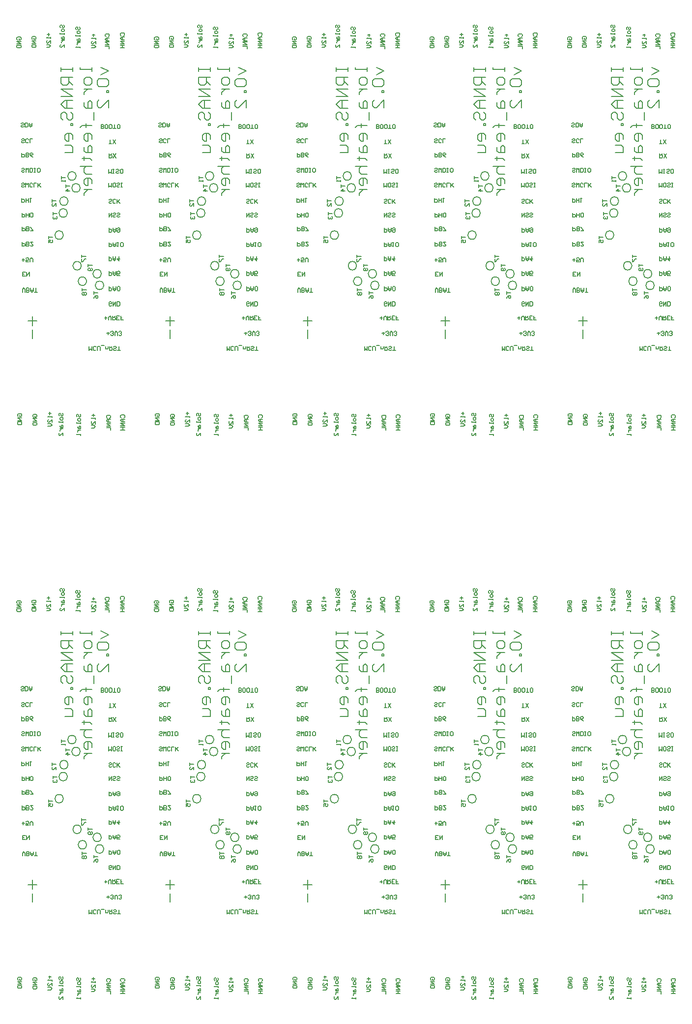
<source format=gbo>
G04*
G04 #@! TF.GenerationSoftware,Altium Limited,Altium Designer,18.1.9 (240)*
G04*
G04 Layer_Color=32896*
%FSAX25Y25*%
%MOIN*%
G70*
G01*
G75*
%ADD55C,0.00787*%
%ADD58C,0.00591*%
D55*
X1208961Y0507174D02*
G03*
X1208961Y0507174I0000000J-0002878D01*
G01*
X1203488Y0490166D02*
G03*
X1203488Y0490166I0000000J-0002878D01*
G01*
X1203016Y0482095D02*
G03*
X1203016Y0482095I0000000J-0002878D01*
G01*
X1211717Y0499103D02*
G03*
X1211717Y0499103I0000000J-0002878D01*
G01*
X1200260Y0467134D02*
G03*
X1200260Y0467134I0000000J-0002878D01*
G01*
X1227676Y0433079D02*
G03*
X1227676Y0433079I0000000J-0002878D01*
G01*
X1216047Y0435914D02*
G03*
X1216047Y0435914I0000000J-0002878D01*
G01*
X1226047Y0440953D02*
G03*
X1226047Y0440953I0000000J-0002878D01*
G01*
X1212465Y0446386D02*
G03*
X1212465Y0446386I0000000J-0002878D01*
G01*
X1182228Y0394295D02*
Y0400122D01*
X1182110Y0402996D02*
Y0409335D01*
X1185063Y0406028D02*
X1179039D01*
X1201483Y0577760D02*
Y0575136D01*
Y0576448D01*
X1209354D01*
Y0577760D01*
Y0575136D01*
Y0571200D02*
X1201483D01*
Y0567265D01*
X1202795Y0565953D01*
X1205419D01*
X1206730Y0567265D01*
Y0571200D01*
Y0568576D02*
X1209354Y0565953D01*
Y0563329D02*
X1201483D01*
X1209354Y0558081D01*
X1201483D01*
X1209354Y0555457D02*
X1204107D01*
X1201483Y0552834D01*
X1204107Y0550210D01*
X1209354D01*
X1205419D01*
Y0555457D01*
X1202795Y0542338D02*
X1201483Y0543650D01*
Y0546274D01*
X1202795Y0547586D01*
X1204107D01*
X1205419Y0546274D01*
Y0543650D01*
X1206730Y0542338D01*
X1208042D01*
X1209354Y0543650D01*
Y0546274D01*
X1208042Y0547586D01*
X1209354Y0539714D02*
X1208042D01*
Y0538403D01*
X1209354D01*
Y0539714D01*
Y0529219D02*
Y0531843D01*
X1208042Y0533155D01*
X1205419D01*
X1204107Y0531843D01*
Y0529219D01*
X1205419Y0527907D01*
X1206730D01*
Y0533155D01*
X1204107Y0525283D02*
X1208042D01*
X1209354Y0523971D01*
Y0520036D01*
X1204107D01*
X1222465Y0577760D02*
Y0575136D01*
Y0576448D01*
X1214593D01*
Y0577760D01*
X1222465Y0569888D02*
Y0567265D01*
X1221153Y0565953D01*
X1218529D01*
X1217217Y0567265D01*
Y0569888D01*
X1218529Y0571200D01*
X1221153D01*
X1222465Y0569888D01*
X1217217Y0563329D02*
X1222465D01*
X1219841D01*
X1218529Y0562017D01*
X1217217Y0560705D01*
Y0559393D01*
Y0554145D02*
Y0551522D01*
X1218529Y0550210D01*
X1222465D01*
Y0554145D01*
X1221153Y0555457D01*
X1219841Y0554145D01*
Y0550210D01*
X1223777Y0547586D02*
Y0542338D01*
X1222465Y0538403D02*
X1215905D01*
X1218529D01*
Y0539714D01*
Y0537090D01*
Y0538403D01*
X1215905D01*
X1214593Y0537090D01*
X1222465Y0529219D02*
Y0531843D01*
X1221153Y0533155D01*
X1218529D01*
X1217217Y0531843D01*
Y0529219D01*
X1218529Y0527907D01*
X1219841D01*
Y0533155D01*
X1217217Y0523971D02*
Y0521348D01*
X1218529Y0520036D01*
X1222465D01*
Y0523971D01*
X1221153Y0525283D01*
X1219841Y0523971D01*
Y0520036D01*
X1215905Y0516100D02*
X1217217D01*
Y0517412D01*
Y0514788D01*
Y0516100D01*
X1221153D01*
X1222465Y0514788D01*
X1214593Y0510852D02*
X1222465D01*
X1218529D01*
X1217217Y0509540D01*
Y0506917D01*
X1218529Y0505605D01*
X1222465D01*
Y0499045D02*
Y0501669D01*
X1221153Y0502981D01*
X1218529D01*
X1217217Y0501669D01*
Y0499045D01*
X1218529Y0497733D01*
X1219841D01*
Y0502981D01*
X1217217Y0495109D02*
X1222465D01*
X1219841D01*
X1218529Y0493797D01*
X1217217Y0492486D01*
Y0491174D01*
X1228634Y0577996D02*
X1233882Y0575372D01*
X1228634Y0572748D01*
X1227322Y0570125D02*
X1226010Y0568813D01*
Y0566189D01*
X1227322Y0564877D01*
X1232570D01*
X1233882Y0566189D01*
Y0568813D01*
X1232570Y0570125D01*
X1227322D01*
X1233882Y0562253D02*
X1232570D01*
Y0560941D01*
X1233882D01*
Y0562253D01*
Y0550446D02*
Y0555693D01*
X1228634Y0550446D01*
X1227322D01*
X1226010Y0551758D01*
Y0554382D01*
X1227322Y0555693D01*
X1208961Y0888948D02*
G03*
X1208961Y0888948I0000000J-0002878D01*
G01*
X1203488Y0871940D02*
G03*
X1203488Y0871940I0000000J-0002878D01*
G01*
X1203016Y0863869D02*
G03*
X1203016Y0863869I0000000J-0002878D01*
G01*
X1211717Y0880877D02*
G03*
X1211717Y0880877I0000000J-0002878D01*
G01*
X1200260Y0848909D02*
G03*
X1200260Y0848909I0000000J-0002878D01*
G01*
X1227676Y0814854D02*
G03*
X1227676Y0814854I0000000J-0002878D01*
G01*
X1216047Y0817688D02*
G03*
X1216047Y0817688I0000000J-0002878D01*
G01*
X1226047Y0822728D02*
G03*
X1226047Y0822728I0000000J-0002878D01*
G01*
X1212465Y0828161D02*
G03*
X1212465Y0828161I0000000J-0002878D01*
G01*
X1182228Y0776070D02*
Y0781897D01*
X1182110Y0784771D02*
Y0791109D01*
X1185063Y0787802D02*
X1179039D01*
X1201483Y0959534D02*
Y0956911D01*
Y0958223D01*
X1209354D01*
Y0959534D01*
Y0956911D01*
Y0952975D02*
X1201483D01*
Y0949039D01*
X1202795Y0947727D01*
X1205419D01*
X1206730Y0949039D01*
Y0952975D01*
Y0950351D02*
X1209354Y0947727D01*
Y0945103D02*
X1201483D01*
X1209354Y0939856D01*
X1201483D01*
X1209354Y0937232D02*
X1204107D01*
X1201483Y0934608D01*
X1204107Y0931984D01*
X1209354D01*
X1205419D01*
Y0937232D01*
X1202795Y0924113D02*
X1201483Y0925425D01*
Y0928049D01*
X1202795Y0929360D01*
X1204107D01*
X1205419Y0928049D01*
Y0925425D01*
X1206730Y0924113D01*
X1208042D01*
X1209354Y0925425D01*
Y0928049D01*
X1208042Y0929360D01*
X1209354Y0921489D02*
X1208042D01*
Y0920177D01*
X1209354D01*
Y0921489D01*
Y0910994D02*
Y0913618D01*
X1208042Y0914929D01*
X1205419D01*
X1204107Y0913618D01*
Y0910994D01*
X1205419Y0909682D01*
X1206730D01*
Y0914929D01*
X1204107Y0907058D02*
X1208042D01*
X1209354Y0905746D01*
Y0901810D01*
X1204107D01*
X1222465Y0959534D02*
Y0956911D01*
Y0958223D01*
X1214593D01*
Y0959534D01*
X1222465Y0951663D02*
Y0949039D01*
X1221153Y0947727D01*
X1218529D01*
X1217217Y0949039D01*
Y0951663D01*
X1218529Y0952975D01*
X1221153D01*
X1222465Y0951663D01*
X1217217Y0945103D02*
X1222465D01*
X1219841D01*
X1218529Y0943791D01*
X1217217Y0942480D01*
Y0941168D01*
Y0935920D02*
Y0933296D01*
X1218529Y0931984D01*
X1222465D01*
Y0935920D01*
X1221153Y0937232D01*
X1219841Y0935920D01*
Y0931984D01*
X1223777Y0929360D02*
Y0924113D01*
X1222465Y0920177D02*
X1215905D01*
X1218529D01*
Y0921489D01*
Y0918865D01*
Y0920177D01*
X1215905D01*
X1214593Y0918865D01*
X1222465Y0910994D02*
Y0913618D01*
X1221153Y0914929D01*
X1218529D01*
X1217217Y0913618D01*
Y0910994D01*
X1218529Y0909682D01*
X1219841D01*
Y0914929D01*
X1217217Y0905746D02*
Y0903122D01*
X1218529Y0901810D01*
X1222465D01*
Y0905746D01*
X1221153Y0907058D01*
X1219841Y0905746D01*
Y0901810D01*
X1215905Y0897875D02*
X1217217D01*
Y0899187D01*
Y0896563D01*
Y0897875D01*
X1221153D01*
X1222465Y0896563D01*
X1214593Y0892627D02*
X1222465D01*
X1218529D01*
X1217217Y0891315D01*
Y0888691D01*
X1218529Y0887379D01*
X1222465D01*
Y0880820D02*
Y0883444D01*
X1221153Y0884756D01*
X1218529D01*
X1217217Y0883444D01*
Y0880820D01*
X1218529Y0879508D01*
X1219841D01*
Y0884756D01*
X1217217Y0876884D02*
X1222465D01*
X1219841D01*
X1218529Y0875572D01*
X1217217Y0874260D01*
Y0872948D01*
X1228634Y0959771D02*
X1233882Y0957147D01*
X1228634Y0954523D01*
X1227322Y0951899D02*
X1226010Y0950587D01*
Y0947964D01*
X1227322Y0946652D01*
X1232570D01*
X1233882Y0947964D01*
Y0950587D01*
X1232570Y0951899D01*
X1227322D01*
X1233882Y0944028D02*
X1232570D01*
Y0942716D01*
X1233882D01*
Y0944028D01*
Y0932220D02*
Y0937468D01*
X1228634Y0932220D01*
X1227322D01*
X1226010Y0933533D01*
Y0936156D01*
X1227322Y0937468D01*
X1115611Y0507174D02*
G03*
X1115611Y0507174I0000000J-0002878D01*
G01*
X1110139Y0490166D02*
G03*
X1110139Y0490166I0000000J-0002878D01*
G01*
X1109666Y0482095D02*
G03*
X1109666Y0482095I0000000J-0002878D01*
G01*
X1118367Y0499103D02*
G03*
X1118367Y0499103I0000000J-0002878D01*
G01*
X1106910Y0467134D02*
G03*
X1106910Y0467134I0000000J-0002878D01*
G01*
X1134326Y0433079D02*
G03*
X1134326Y0433079I0000000J-0002878D01*
G01*
X1122698Y0435914D02*
G03*
X1122698Y0435914I0000000J-0002878D01*
G01*
X1132698Y0440953D02*
G03*
X1132698Y0440953I0000000J-0002878D01*
G01*
X1119115Y0446386D02*
G03*
X1119115Y0446386I0000000J-0002878D01*
G01*
X1088879Y0394295D02*
Y0400122D01*
X1088761Y0402996D02*
Y0409335D01*
X1091714Y0406028D02*
X1085690D01*
X1108133Y0577760D02*
Y0575136D01*
Y0576448D01*
X1116005D01*
Y0577760D01*
Y0575136D01*
Y0571200D02*
X1108133D01*
Y0567265D01*
X1109445Y0565953D01*
X1112069D01*
X1113381Y0567265D01*
Y0571200D01*
Y0568576D02*
X1116005Y0565953D01*
Y0563329D02*
X1108133D01*
X1116005Y0558081D01*
X1108133D01*
X1116005Y0555457D02*
X1110757D01*
X1108133Y0552834D01*
X1110757Y0550210D01*
X1116005D01*
X1112069D01*
Y0555457D01*
X1109445Y0542338D02*
X1108133Y0543650D01*
Y0546274D01*
X1109445Y0547586D01*
X1110757D01*
X1112069Y0546274D01*
Y0543650D01*
X1113381Y0542338D01*
X1114693D01*
X1116005Y0543650D01*
Y0546274D01*
X1114693Y0547586D01*
X1116005Y0539714D02*
X1114693D01*
Y0538403D01*
X1116005D01*
Y0539714D01*
Y0529219D02*
Y0531843D01*
X1114693Y0533155D01*
X1112069D01*
X1110757Y0531843D01*
Y0529219D01*
X1112069Y0527907D01*
X1113381D01*
Y0533155D01*
X1110757Y0525283D02*
X1114693D01*
X1116005Y0523971D01*
Y0520036D01*
X1110757D01*
X1129115Y0577760D02*
Y0575136D01*
Y0576448D01*
X1121244D01*
Y0577760D01*
X1129115Y0569888D02*
Y0567265D01*
X1127803Y0565953D01*
X1125179D01*
X1123868Y0567265D01*
Y0569888D01*
X1125179Y0571200D01*
X1127803D01*
X1129115Y0569888D01*
X1123868Y0563329D02*
X1129115D01*
X1126491D01*
X1125179Y0562017D01*
X1123868Y0560705D01*
Y0559393D01*
Y0554145D02*
Y0551522D01*
X1125179Y0550210D01*
X1129115D01*
Y0554145D01*
X1127803Y0555457D01*
X1126491Y0554145D01*
Y0550210D01*
X1130427Y0547586D02*
Y0542338D01*
X1129115Y0538403D02*
X1122556D01*
X1125179D01*
Y0539714D01*
Y0537090D01*
Y0538403D01*
X1122556D01*
X1121244Y0537090D01*
X1129115Y0529219D02*
Y0531843D01*
X1127803Y0533155D01*
X1125179D01*
X1123868Y0531843D01*
Y0529219D01*
X1125179Y0527907D01*
X1126491D01*
Y0533155D01*
X1123868Y0523971D02*
Y0521348D01*
X1125179Y0520036D01*
X1129115D01*
Y0523971D01*
X1127803Y0525283D01*
X1126491Y0523971D01*
Y0520036D01*
X1122556Y0516100D02*
X1123868D01*
Y0517412D01*
Y0514788D01*
Y0516100D01*
X1127803D01*
X1129115Y0514788D01*
X1121244Y0510852D02*
X1129115D01*
X1125179D01*
X1123868Y0509540D01*
Y0506917D01*
X1125179Y0505605D01*
X1129115D01*
Y0499045D02*
Y0501669D01*
X1127803Y0502981D01*
X1125179D01*
X1123868Y0501669D01*
Y0499045D01*
X1125179Y0497733D01*
X1126491D01*
Y0502981D01*
X1123868Y0495109D02*
X1129115D01*
X1126491D01*
X1125179Y0493797D01*
X1123868Y0492486D01*
Y0491174D01*
X1135285Y0577996D02*
X1140532Y0575372D01*
X1135285Y0572748D01*
X1133973Y0570125D02*
X1132661Y0568813D01*
Y0566189D01*
X1133973Y0564877D01*
X1139221D01*
X1140532Y0566189D01*
Y0568813D01*
X1139221Y0570125D01*
X1133973D01*
X1140532Y0562253D02*
X1139221D01*
Y0560941D01*
X1140532D01*
Y0562253D01*
Y0550446D02*
Y0555693D01*
X1135285Y0550446D01*
X1133973D01*
X1132661Y0551758D01*
Y0554382D01*
X1133973Y0555693D01*
X1115611Y0888948D02*
G03*
X1115611Y0888948I0000000J-0002878D01*
G01*
X1110139Y0871940D02*
G03*
X1110139Y0871940I0000000J-0002878D01*
G01*
X1109666Y0863869D02*
G03*
X1109666Y0863869I0000000J-0002878D01*
G01*
X1118367Y0880877D02*
G03*
X1118367Y0880877I0000000J-0002878D01*
G01*
X1106910Y0848909D02*
G03*
X1106910Y0848909I0000000J-0002878D01*
G01*
X1134326Y0814854D02*
G03*
X1134326Y0814854I0000000J-0002878D01*
G01*
X1122698Y0817688D02*
G03*
X1122698Y0817688I0000000J-0002878D01*
G01*
X1132698Y0822728D02*
G03*
X1132698Y0822728I0000000J-0002878D01*
G01*
X1119115Y0828161D02*
G03*
X1119115Y0828161I0000000J-0002878D01*
G01*
X1088879Y0776070D02*
Y0781897D01*
X1088761Y0784771D02*
Y0791109D01*
X1091714Y0787802D02*
X1085690D01*
X1108133Y0959534D02*
Y0956911D01*
Y0958223D01*
X1116005D01*
Y0959534D01*
Y0956911D01*
Y0952975D02*
X1108133D01*
Y0949039D01*
X1109445Y0947727D01*
X1112069D01*
X1113381Y0949039D01*
Y0952975D01*
Y0950351D02*
X1116005Y0947727D01*
Y0945103D02*
X1108133D01*
X1116005Y0939856D01*
X1108133D01*
X1116005Y0937232D02*
X1110757D01*
X1108133Y0934608D01*
X1110757Y0931984D01*
X1116005D01*
X1112069D01*
Y0937232D01*
X1109445Y0924113D02*
X1108133Y0925425D01*
Y0928049D01*
X1109445Y0929360D01*
X1110757D01*
X1112069Y0928049D01*
Y0925425D01*
X1113381Y0924113D01*
X1114693D01*
X1116005Y0925425D01*
Y0928049D01*
X1114693Y0929360D01*
X1116005Y0921489D02*
X1114693D01*
Y0920177D01*
X1116005D01*
Y0921489D01*
Y0910994D02*
Y0913618D01*
X1114693Y0914929D01*
X1112069D01*
X1110757Y0913618D01*
Y0910994D01*
X1112069Y0909682D01*
X1113381D01*
Y0914929D01*
X1110757Y0907058D02*
X1114693D01*
X1116005Y0905746D01*
Y0901810D01*
X1110757D01*
X1129115Y0959534D02*
Y0956911D01*
Y0958223D01*
X1121244D01*
Y0959534D01*
X1129115Y0951663D02*
Y0949039D01*
X1127803Y0947727D01*
X1125179D01*
X1123868Y0949039D01*
Y0951663D01*
X1125179Y0952975D01*
X1127803D01*
X1129115Y0951663D01*
X1123868Y0945103D02*
X1129115D01*
X1126491D01*
X1125179Y0943791D01*
X1123868Y0942480D01*
Y0941168D01*
Y0935920D02*
Y0933296D01*
X1125179Y0931984D01*
X1129115D01*
Y0935920D01*
X1127803Y0937232D01*
X1126491Y0935920D01*
Y0931984D01*
X1130427Y0929360D02*
Y0924113D01*
X1129115Y0920177D02*
X1122556D01*
X1125179D01*
Y0921489D01*
Y0918865D01*
Y0920177D01*
X1122556D01*
X1121244Y0918865D01*
X1129115Y0910994D02*
Y0913618D01*
X1127803Y0914929D01*
X1125179D01*
X1123868Y0913618D01*
Y0910994D01*
X1125179Y0909682D01*
X1126491D01*
Y0914929D01*
X1123868Y0905746D02*
Y0903122D01*
X1125179Y0901810D01*
X1129115D01*
Y0905746D01*
X1127803Y0907058D01*
X1126491Y0905746D01*
Y0901810D01*
X1122556Y0897875D02*
X1123868D01*
Y0899187D01*
Y0896563D01*
Y0897875D01*
X1127803D01*
X1129115Y0896563D01*
X1121244Y0892627D02*
X1129115D01*
X1125179D01*
X1123868Y0891315D01*
Y0888691D01*
X1125179Y0887379D01*
X1129115D01*
Y0880820D02*
Y0883444D01*
X1127803Y0884756D01*
X1125179D01*
X1123868Y0883444D01*
Y0880820D01*
X1125179Y0879508D01*
X1126491D01*
Y0884756D01*
X1123868Y0876884D02*
X1129115D01*
X1126491D01*
X1125179Y0875572D01*
X1123868Y0874260D01*
Y0872948D01*
X1135285Y0959771D02*
X1140532Y0957147D01*
X1135285Y0954523D01*
X1133973Y0951899D02*
X1132661Y0950587D01*
Y0947964D01*
X1133973Y0946652D01*
X1139221D01*
X1140532Y0947964D01*
Y0950587D01*
X1139221Y0951899D01*
X1133973D01*
X1140532Y0944028D02*
X1139221D01*
Y0942716D01*
X1140532D01*
Y0944028D01*
Y0932220D02*
Y0937468D01*
X1135285Y0932220D01*
X1133973D01*
X1132661Y0933533D01*
Y0936156D01*
X1133973Y0937468D01*
X1022262Y0507174D02*
G03*
X1022262Y0507174I0000000J-0002878D01*
G01*
X1016789Y0490166D02*
G03*
X1016789Y0490166I0000000J-0002878D01*
G01*
X1016317Y0482095D02*
G03*
X1016317Y0482095I0000000J-0002878D01*
G01*
X1025018Y0499103D02*
G03*
X1025018Y0499103I0000000J-0002878D01*
G01*
X1013561Y0467134D02*
G03*
X1013561Y0467134I0000000J-0002878D01*
G01*
X1040977Y0433079D02*
G03*
X1040977Y0433079I0000000J-0002878D01*
G01*
X1029348Y0435914D02*
G03*
X1029348Y0435914I0000000J-0002878D01*
G01*
X1039348Y0440953D02*
G03*
X1039348Y0440953I0000000J-0002878D01*
G01*
X1025766Y0446386D02*
G03*
X1025766Y0446386I0000000J-0002878D01*
G01*
X0995529Y0394295D02*
Y0400122D01*
X0995411Y0402996D02*
Y0409335D01*
X0998364Y0406028D02*
X0992340D01*
X1014784Y0577760D02*
Y0575136D01*
Y0576448D01*
X1022655D01*
Y0577760D01*
Y0575136D01*
Y0571200D02*
X1014784D01*
Y0567265D01*
X1016096Y0565953D01*
X1018720D01*
X1020032Y0567265D01*
Y0571200D01*
Y0568576D02*
X1022655Y0565953D01*
Y0563329D02*
X1014784D01*
X1022655Y0558081D01*
X1014784D01*
X1022655Y0555457D02*
X1017408D01*
X1014784Y0552834D01*
X1017408Y0550210D01*
X1022655D01*
X1018720D01*
Y0555457D01*
X1016096Y0542338D02*
X1014784Y0543650D01*
Y0546274D01*
X1016096Y0547586D01*
X1017408D01*
X1018720Y0546274D01*
Y0543650D01*
X1020032Y0542338D01*
X1021344D01*
X1022655Y0543650D01*
Y0546274D01*
X1021344Y0547586D01*
X1022655Y0539714D02*
X1021344D01*
Y0538403D01*
X1022655D01*
Y0539714D01*
Y0529219D02*
Y0531843D01*
X1021344Y0533155D01*
X1018720D01*
X1017408Y0531843D01*
Y0529219D01*
X1018720Y0527907D01*
X1020032D01*
Y0533155D01*
X1017408Y0525283D02*
X1021344D01*
X1022655Y0523971D01*
Y0520036D01*
X1017408D01*
X1035766Y0577760D02*
Y0575136D01*
Y0576448D01*
X1027894D01*
Y0577760D01*
X1035766Y0569888D02*
Y0567265D01*
X1034454Y0565953D01*
X1031830D01*
X1030518Y0567265D01*
Y0569888D01*
X1031830Y0571200D01*
X1034454D01*
X1035766Y0569888D01*
X1030518Y0563329D02*
X1035766D01*
X1033142D01*
X1031830Y0562017D01*
X1030518Y0560705D01*
Y0559393D01*
Y0554145D02*
Y0551522D01*
X1031830Y0550210D01*
X1035766D01*
Y0554145D01*
X1034454Y0555457D01*
X1033142Y0554145D01*
Y0550210D01*
X1037078Y0547586D02*
Y0542338D01*
X1035766Y0538403D02*
X1029206D01*
X1031830D01*
Y0539714D01*
Y0537090D01*
Y0538403D01*
X1029206D01*
X1027894Y0537090D01*
X1035766Y0529219D02*
Y0531843D01*
X1034454Y0533155D01*
X1031830D01*
X1030518Y0531843D01*
Y0529219D01*
X1031830Y0527907D01*
X1033142D01*
Y0533155D01*
X1030518Y0523971D02*
Y0521348D01*
X1031830Y0520036D01*
X1035766D01*
Y0523971D01*
X1034454Y0525283D01*
X1033142Y0523971D01*
Y0520036D01*
X1029206Y0516100D02*
X1030518D01*
Y0517412D01*
Y0514788D01*
Y0516100D01*
X1034454D01*
X1035766Y0514788D01*
X1027894Y0510852D02*
X1035766D01*
X1031830D01*
X1030518Y0509540D01*
Y0506917D01*
X1031830Y0505605D01*
X1035766D01*
Y0499045D02*
Y0501669D01*
X1034454Y0502981D01*
X1031830D01*
X1030518Y0501669D01*
Y0499045D01*
X1031830Y0497733D01*
X1033142D01*
Y0502981D01*
X1030518Y0495109D02*
X1035766D01*
X1033142D01*
X1031830Y0493797D01*
X1030518Y0492486D01*
Y0491174D01*
X1041935Y0577996D02*
X1047183Y0575372D01*
X1041935Y0572748D01*
X1040623Y0570125D02*
X1039312Y0568813D01*
Y0566189D01*
X1040623Y0564877D01*
X1045871D01*
X1047183Y0566189D01*
Y0568813D01*
X1045871Y0570125D01*
X1040623D01*
X1047183Y0562253D02*
X1045871D01*
Y0560941D01*
X1047183D01*
Y0562253D01*
Y0550446D02*
Y0555693D01*
X1041935Y0550446D01*
X1040623D01*
X1039312Y0551758D01*
Y0554382D01*
X1040623Y0555693D01*
X1022262Y0888948D02*
G03*
X1022262Y0888948I0000000J-0002878D01*
G01*
X1016789Y0871940D02*
G03*
X1016789Y0871940I0000000J-0002878D01*
G01*
X1016317Y0863869D02*
G03*
X1016317Y0863869I0000000J-0002878D01*
G01*
X1025018Y0880877D02*
G03*
X1025018Y0880877I0000000J-0002878D01*
G01*
X1013561Y0848909D02*
G03*
X1013561Y0848909I0000000J-0002878D01*
G01*
X1040977Y0814854D02*
G03*
X1040977Y0814854I0000000J-0002878D01*
G01*
X1029348Y0817688D02*
G03*
X1029348Y0817688I0000000J-0002878D01*
G01*
X1039348Y0822728D02*
G03*
X1039348Y0822728I0000000J-0002878D01*
G01*
X1025766Y0828161D02*
G03*
X1025766Y0828161I0000000J-0002878D01*
G01*
X0995529Y0776070D02*
Y0781897D01*
X0995411Y0784771D02*
Y0791109D01*
X0998364Y0787802D02*
X0992340D01*
X1014784Y0959534D02*
Y0956911D01*
Y0958223D01*
X1022655D01*
Y0959534D01*
Y0956911D01*
Y0952975D02*
X1014784D01*
Y0949039D01*
X1016096Y0947727D01*
X1018720D01*
X1020032Y0949039D01*
Y0952975D01*
Y0950351D02*
X1022655Y0947727D01*
Y0945103D02*
X1014784D01*
X1022655Y0939856D01*
X1014784D01*
X1022655Y0937232D02*
X1017408D01*
X1014784Y0934608D01*
X1017408Y0931984D01*
X1022655D01*
X1018720D01*
Y0937232D01*
X1016096Y0924113D02*
X1014784Y0925425D01*
Y0928049D01*
X1016096Y0929360D01*
X1017408D01*
X1018720Y0928049D01*
Y0925425D01*
X1020032Y0924113D01*
X1021344D01*
X1022655Y0925425D01*
Y0928049D01*
X1021344Y0929360D01*
X1022655Y0921489D02*
X1021344D01*
Y0920177D01*
X1022655D01*
Y0921489D01*
Y0910994D02*
Y0913618D01*
X1021344Y0914929D01*
X1018720D01*
X1017408Y0913618D01*
Y0910994D01*
X1018720Y0909682D01*
X1020032D01*
Y0914929D01*
X1017408Y0907058D02*
X1021344D01*
X1022655Y0905746D01*
Y0901810D01*
X1017408D01*
X1035766Y0959534D02*
Y0956911D01*
Y0958223D01*
X1027894D01*
Y0959534D01*
X1035766Y0951663D02*
Y0949039D01*
X1034454Y0947727D01*
X1031830D01*
X1030518Y0949039D01*
Y0951663D01*
X1031830Y0952975D01*
X1034454D01*
X1035766Y0951663D01*
X1030518Y0945103D02*
X1035766D01*
X1033142D01*
X1031830Y0943791D01*
X1030518Y0942480D01*
Y0941168D01*
Y0935920D02*
Y0933296D01*
X1031830Y0931984D01*
X1035766D01*
Y0935920D01*
X1034454Y0937232D01*
X1033142Y0935920D01*
Y0931984D01*
X1037078Y0929360D02*
Y0924113D01*
X1035766Y0920177D02*
X1029206D01*
X1031830D01*
Y0921489D01*
Y0918865D01*
Y0920177D01*
X1029206D01*
X1027894Y0918865D01*
X1035766Y0910994D02*
Y0913618D01*
X1034454Y0914929D01*
X1031830D01*
X1030518Y0913618D01*
Y0910994D01*
X1031830Y0909682D01*
X1033142D01*
Y0914929D01*
X1030518Y0905746D02*
Y0903122D01*
X1031830Y0901810D01*
X1035766D01*
Y0905746D01*
X1034454Y0907058D01*
X1033142Y0905746D01*
Y0901810D01*
X1029206Y0897875D02*
X1030518D01*
Y0899187D01*
Y0896563D01*
Y0897875D01*
X1034454D01*
X1035766Y0896563D01*
X1027894Y0892627D02*
X1035766D01*
X1031830D01*
X1030518Y0891315D01*
Y0888691D01*
X1031830Y0887379D01*
X1035766D01*
Y0880820D02*
Y0883444D01*
X1034454Y0884756D01*
X1031830D01*
X1030518Y0883444D01*
Y0880820D01*
X1031830Y0879508D01*
X1033142D01*
Y0884756D01*
X1030518Y0876884D02*
X1035766D01*
X1033142D01*
X1031830Y0875572D01*
X1030518Y0874260D01*
Y0872948D01*
X1041935Y0959771D02*
X1047183Y0957147D01*
X1041935Y0954523D01*
X1040623Y0951899D02*
X1039312Y0950587D01*
Y0947964D01*
X1040623Y0946652D01*
X1045871D01*
X1047183Y0947964D01*
Y0950587D01*
X1045871Y0951899D01*
X1040623D01*
X1047183Y0944028D02*
X1045871D01*
Y0942716D01*
X1047183D01*
Y0944028D01*
Y0932220D02*
Y0937468D01*
X1041935Y0932220D01*
X1040623D01*
X1039312Y0933533D01*
Y0936156D01*
X1040623Y0937468D01*
X0928912Y0507174D02*
G03*
X0928912Y0507174I0000000J-0002878D01*
G01*
X0923440Y0490166D02*
G03*
X0923440Y0490166I0000000J-0002878D01*
G01*
X0922967Y0482095D02*
G03*
X0922967Y0482095I0000000J-0002878D01*
G01*
X0931668Y0499103D02*
G03*
X0931668Y0499103I0000000J-0002878D01*
G01*
X0920212Y0467134D02*
G03*
X0920212Y0467134I0000000J-0002878D01*
G01*
X0947628Y0433079D02*
G03*
X0947628Y0433079I0000000J-0002878D01*
G01*
X0935999Y0435914D02*
G03*
X0935999Y0435914I0000000J-0002878D01*
G01*
X0945999Y0440953D02*
G03*
X0945999Y0440953I0000000J-0002878D01*
G01*
X0932416Y0446386D02*
G03*
X0932416Y0446386I0000000J-0002878D01*
G01*
X0902180Y0394295D02*
Y0400122D01*
X0902062Y0402996D02*
Y0409335D01*
X0905015Y0406028D02*
X0898991D01*
X0921434Y0577760D02*
Y0575136D01*
Y0576448D01*
X0929306D01*
Y0577760D01*
Y0575136D01*
Y0571200D02*
X0921434D01*
Y0567265D01*
X0922746Y0565953D01*
X0925370D01*
X0926682Y0567265D01*
Y0571200D01*
Y0568576D02*
X0929306Y0565953D01*
Y0563329D02*
X0921434D01*
X0929306Y0558081D01*
X0921434D01*
X0929306Y0555457D02*
X0924058D01*
X0921434Y0552834D01*
X0924058Y0550210D01*
X0929306D01*
X0925370D01*
Y0555457D01*
X0922746Y0542338D02*
X0921434Y0543650D01*
Y0546274D01*
X0922746Y0547586D01*
X0924058D01*
X0925370Y0546274D01*
Y0543650D01*
X0926682Y0542338D01*
X0927994D01*
X0929306Y0543650D01*
Y0546274D01*
X0927994Y0547586D01*
X0929306Y0539714D02*
X0927994D01*
Y0538403D01*
X0929306D01*
Y0539714D01*
Y0529219D02*
Y0531843D01*
X0927994Y0533155D01*
X0925370D01*
X0924058Y0531843D01*
Y0529219D01*
X0925370Y0527907D01*
X0926682D01*
Y0533155D01*
X0924058Y0525283D02*
X0927994D01*
X0929306Y0523971D01*
Y0520036D01*
X0924058D01*
X0942416Y0577760D02*
Y0575136D01*
Y0576448D01*
X0934545D01*
Y0577760D01*
X0942416Y0569888D02*
Y0567265D01*
X0941104Y0565953D01*
X0938480D01*
X0937169Y0567265D01*
Y0569888D01*
X0938480Y0571200D01*
X0941104D01*
X0942416Y0569888D01*
X0937169Y0563329D02*
X0942416D01*
X0939792D01*
X0938480Y0562017D01*
X0937169Y0560705D01*
Y0559393D01*
Y0554145D02*
Y0551522D01*
X0938480Y0550210D01*
X0942416D01*
Y0554145D01*
X0941104Y0555457D01*
X0939792Y0554145D01*
Y0550210D01*
X0943728Y0547586D02*
Y0542338D01*
X0942416Y0538403D02*
X0935857D01*
X0938480D01*
Y0539714D01*
Y0537090D01*
Y0538403D01*
X0935857D01*
X0934545Y0537090D01*
X0942416Y0529219D02*
Y0531843D01*
X0941104Y0533155D01*
X0938480D01*
X0937169Y0531843D01*
Y0529219D01*
X0938480Y0527907D01*
X0939792D01*
Y0533155D01*
X0937169Y0523971D02*
Y0521348D01*
X0938480Y0520036D01*
X0942416D01*
Y0523971D01*
X0941104Y0525283D01*
X0939792Y0523971D01*
Y0520036D01*
X0935857Y0516100D02*
X0937169D01*
Y0517412D01*
Y0514788D01*
Y0516100D01*
X0941104D01*
X0942416Y0514788D01*
X0934545Y0510852D02*
X0942416D01*
X0938480D01*
X0937169Y0509540D01*
Y0506917D01*
X0938480Y0505605D01*
X0942416D01*
Y0499045D02*
Y0501669D01*
X0941104Y0502981D01*
X0938480D01*
X0937169Y0501669D01*
Y0499045D01*
X0938480Y0497733D01*
X0939792D01*
Y0502981D01*
X0937169Y0495109D02*
X0942416D01*
X0939792D01*
X0938480Y0493797D01*
X0937169Y0492486D01*
Y0491174D01*
X0948586Y0577996D02*
X0953834Y0575372D01*
X0948586Y0572748D01*
X0947274Y0570125D02*
X0945962Y0568813D01*
Y0566189D01*
X0947274Y0564877D01*
X0952522D01*
X0953834Y0566189D01*
Y0568813D01*
X0952522Y0570125D01*
X0947274D01*
X0953834Y0562253D02*
X0952522D01*
Y0560941D01*
X0953834D01*
Y0562253D01*
Y0550446D02*
Y0555693D01*
X0948586Y0550446D01*
X0947274D01*
X0945962Y0551758D01*
Y0554382D01*
X0947274Y0555693D01*
X0928912Y0888948D02*
G03*
X0928912Y0888948I0000000J-0002878D01*
G01*
X0923440Y0871940D02*
G03*
X0923440Y0871940I0000000J-0002878D01*
G01*
X0922967Y0863869D02*
G03*
X0922967Y0863869I0000000J-0002878D01*
G01*
X0931668Y0880877D02*
G03*
X0931668Y0880877I0000000J-0002878D01*
G01*
X0920212Y0848909D02*
G03*
X0920212Y0848909I0000000J-0002878D01*
G01*
X0947628Y0814854D02*
G03*
X0947628Y0814854I0000000J-0002878D01*
G01*
X0935999Y0817688D02*
G03*
X0935999Y0817688I0000000J-0002878D01*
G01*
X0945999Y0822728D02*
G03*
X0945999Y0822728I0000000J-0002878D01*
G01*
X0932416Y0828161D02*
G03*
X0932416Y0828161I0000000J-0002878D01*
G01*
X0902180Y0776070D02*
Y0781897D01*
X0902062Y0784771D02*
Y0791109D01*
X0905015Y0787802D02*
X0898991D01*
X0921434Y0959534D02*
Y0956911D01*
Y0958223D01*
X0929306D01*
Y0959534D01*
Y0956911D01*
Y0952975D02*
X0921434D01*
Y0949039D01*
X0922746Y0947727D01*
X0925370D01*
X0926682Y0949039D01*
Y0952975D01*
Y0950351D02*
X0929306Y0947727D01*
Y0945103D02*
X0921434D01*
X0929306Y0939856D01*
X0921434D01*
X0929306Y0937232D02*
X0924058D01*
X0921434Y0934608D01*
X0924058Y0931984D01*
X0929306D01*
X0925370D01*
Y0937232D01*
X0922746Y0924113D02*
X0921434Y0925425D01*
Y0928049D01*
X0922746Y0929360D01*
X0924058D01*
X0925370Y0928049D01*
Y0925425D01*
X0926682Y0924113D01*
X0927994D01*
X0929306Y0925425D01*
Y0928049D01*
X0927994Y0929360D01*
X0929306Y0921489D02*
X0927994D01*
Y0920177D01*
X0929306D01*
Y0921489D01*
Y0910994D02*
Y0913618D01*
X0927994Y0914929D01*
X0925370D01*
X0924058Y0913618D01*
Y0910994D01*
X0925370Y0909682D01*
X0926682D01*
Y0914929D01*
X0924058Y0907058D02*
X0927994D01*
X0929306Y0905746D01*
Y0901810D01*
X0924058D01*
X0942416Y0959534D02*
Y0956911D01*
Y0958223D01*
X0934545D01*
Y0959534D01*
X0942416Y0951663D02*
Y0949039D01*
X0941104Y0947727D01*
X0938480D01*
X0937169Y0949039D01*
Y0951663D01*
X0938480Y0952975D01*
X0941104D01*
X0942416Y0951663D01*
X0937169Y0945103D02*
X0942416D01*
X0939792D01*
X0938480Y0943791D01*
X0937169Y0942480D01*
Y0941168D01*
Y0935920D02*
Y0933296D01*
X0938480Y0931984D01*
X0942416D01*
Y0935920D01*
X0941104Y0937232D01*
X0939792Y0935920D01*
Y0931984D01*
X0943728Y0929360D02*
Y0924113D01*
X0942416Y0920177D02*
X0935857D01*
X0938480D01*
Y0921489D01*
Y0918865D01*
Y0920177D01*
X0935857D01*
X0934545Y0918865D01*
X0942416Y0910994D02*
Y0913618D01*
X0941104Y0914929D01*
X0938480D01*
X0937169Y0913618D01*
Y0910994D01*
X0938480Y0909682D01*
X0939792D01*
Y0914929D01*
X0937169Y0905746D02*
Y0903122D01*
X0938480Y0901810D01*
X0942416D01*
Y0905746D01*
X0941104Y0907058D01*
X0939792Y0905746D01*
Y0901810D01*
X0935857Y0897875D02*
X0937169D01*
Y0899187D01*
Y0896563D01*
Y0897875D01*
X0941104D01*
X0942416Y0896563D01*
X0934545Y0892627D02*
X0942416D01*
X0938480D01*
X0937169Y0891315D01*
Y0888691D01*
X0938480Y0887379D01*
X0942416D01*
Y0880820D02*
Y0883444D01*
X0941104Y0884756D01*
X0938480D01*
X0937169Y0883444D01*
Y0880820D01*
X0938480Y0879508D01*
X0939792D01*
Y0884756D01*
X0937169Y0876884D02*
X0942416D01*
X0939792D01*
X0938480Y0875572D01*
X0937169Y0874260D01*
Y0872948D01*
X0948586Y0959771D02*
X0953834Y0957147D01*
X0948586Y0954523D01*
X0947274Y0951899D02*
X0945962Y0950587D01*
Y0947964D01*
X0947274Y0946652D01*
X0952522D01*
X0953834Y0947964D01*
Y0950587D01*
X0952522Y0951899D01*
X0947274D01*
X0953834Y0944028D02*
X0952522D01*
Y0942716D01*
X0953834D01*
Y0944028D01*
Y0932220D02*
Y0937468D01*
X0948586Y0932220D01*
X0947274D01*
X0945962Y0933533D01*
Y0936156D01*
X0947274Y0937468D01*
X0835563Y0507174D02*
G03*
X0835563Y0507174I0000000J-0002878D01*
G01*
X0830090Y0490166D02*
G03*
X0830090Y0490166I0000000J-0002878D01*
G01*
X0829618Y0482095D02*
G03*
X0829618Y0482095I0000000J-0002878D01*
G01*
X0838319Y0499103D02*
G03*
X0838319Y0499103I0000000J-0002878D01*
G01*
X0826862Y0467134D02*
G03*
X0826862Y0467134I0000000J-0002878D01*
G01*
X0854278Y0433079D02*
G03*
X0854278Y0433079I0000000J-0002878D01*
G01*
X0842649Y0435914D02*
G03*
X0842649Y0435914I0000000J-0002878D01*
G01*
X0852649Y0440953D02*
G03*
X0852649Y0440953I0000000J-0002878D01*
G01*
X0839067Y0446386D02*
G03*
X0839067Y0446386I0000000J-0002878D01*
G01*
X0808831Y0394295D02*
Y0400122D01*
X0808712Y0402996D02*
Y0409335D01*
X0811665Y0406028D02*
X0805642D01*
X0828085Y0577760D02*
Y0575136D01*
Y0576448D01*
X0835957D01*
Y0577760D01*
Y0575136D01*
Y0571200D02*
X0828085D01*
Y0567265D01*
X0829397Y0565953D01*
X0832021D01*
X0833333Y0567265D01*
Y0571200D01*
Y0568576D02*
X0835957Y0565953D01*
Y0563329D02*
X0828085D01*
X0835957Y0558081D01*
X0828085D01*
X0835957Y0555457D02*
X0830709D01*
X0828085Y0552834D01*
X0830709Y0550210D01*
X0835957D01*
X0832021D01*
Y0555457D01*
X0829397Y0542338D02*
X0828085Y0543650D01*
Y0546274D01*
X0829397Y0547586D01*
X0830709D01*
X0832021Y0546274D01*
Y0543650D01*
X0833333Y0542338D01*
X0834645D01*
X0835957Y0543650D01*
Y0546274D01*
X0834645Y0547586D01*
X0835957Y0539714D02*
X0834645D01*
Y0538403D01*
X0835957D01*
Y0539714D01*
Y0529219D02*
Y0531843D01*
X0834645Y0533155D01*
X0832021D01*
X0830709Y0531843D01*
Y0529219D01*
X0832021Y0527907D01*
X0833333D01*
Y0533155D01*
X0830709Y0525283D02*
X0834645D01*
X0835957Y0523971D01*
Y0520036D01*
X0830709D01*
X0849067Y0577760D02*
Y0575136D01*
Y0576448D01*
X0841195D01*
Y0577760D01*
X0849067Y0569888D02*
Y0567265D01*
X0847755Y0565953D01*
X0845131D01*
X0843819Y0567265D01*
Y0569888D01*
X0845131Y0571200D01*
X0847755D01*
X0849067Y0569888D01*
X0843819Y0563329D02*
X0849067D01*
X0846443D01*
X0845131Y0562017D01*
X0843819Y0560705D01*
Y0559393D01*
Y0554145D02*
Y0551522D01*
X0845131Y0550210D01*
X0849067D01*
Y0554145D01*
X0847755Y0555457D01*
X0846443Y0554145D01*
Y0550210D01*
X0850379Y0547586D02*
Y0542338D01*
X0849067Y0538403D02*
X0842507D01*
X0845131D01*
Y0539714D01*
Y0537090D01*
Y0538403D01*
X0842507D01*
X0841195Y0537090D01*
X0849067Y0529219D02*
Y0531843D01*
X0847755Y0533155D01*
X0845131D01*
X0843819Y0531843D01*
Y0529219D01*
X0845131Y0527907D01*
X0846443D01*
Y0533155D01*
X0843819Y0523971D02*
Y0521348D01*
X0845131Y0520036D01*
X0849067D01*
Y0523971D01*
X0847755Y0525283D01*
X0846443Y0523971D01*
Y0520036D01*
X0842507Y0516100D02*
X0843819D01*
Y0517412D01*
Y0514788D01*
Y0516100D01*
X0847755D01*
X0849067Y0514788D01*
X0841195Y0510852D02*
X0849067D01*
X0845131D01*
X0843819Y0509540D01*
Y0506917D01*
X0845131Y0505605D01*
X0849067D01*
Y0499045D02*
Y0501669D01*
X0847755Y0502981D01*
X0845131D01*
X0843819Y0501669D01*
Y0499045D01*
X0845131Y0497733D01*
X0846443D01*
Y0502981D01*
X0843819Y0495109D02*
X0849067D01*
X0846443D01*
X0845131Y0493797D01*
X0843819Y0492486D01*
Y0491174D01*
X0855237Y0577996D02*
X0860484Y0575372D01*
X0855237Y0572748D01*
X0853925Y0570125D02*
X0852613Y0568813D01*
Y0566189D01*
X0853925Y0564877D01*
X0859172D01*
X0860484Y0566189D01*
Y0568813D01*
X0859172Y0570125D01*
X0853925D01*
X0860484Y0562253D02*
X0859172D01*
Y0560941D01*
X0860484D01*
Y0562253D01*
Y0550446D02*
Y0555693D01*
X0855237Y0550446D01*
X0853925D01*
X0852613Y0551758D01*
Y0554382D01*
X0853925Y0555693D01*
X0835563Y0888948D02*
G03*
X0835563Y0888948I0000000J-0002878D01*
G01*
X0830090Y0871940D02*
G03*
X0830090Y0871940I0000000J-0002878D01*
G01*
X0829618Y0863869D02*
G03*
X0829618Y0863869I0000000J-0002878D01*
G01*
X0838319Y0880877D02*
G03*
X0838319Y0880877I0000000J-0002878D01*
G01*
X0826862Y0848909D02*
G03*
X0826862Y0848909I0000000J-0002878D01*
G01*
X0854278Y0814854D02*
G03*
X0854278Y0814854I0000000J-0002878D01*
G01*
X0842649Y0817688D02*
G03*
X0842649Y0817688I0000000J-0002878D01*
G01*
X0852649Y0822728D02*
G03*
X0852649Y0822728I0000000J-0002878D01*
G01*
X0839067Y0828161D02*
G03*
X0839067Y0828161I0000000J-0002878D01*
G01*
X0808831Y0776070D02*
Y0781897D01*
X0808712Y0784771D02*
Y0791109D01*
X0811665Y0787802D02*
X0805642D01*
X0828085Y0959534D02*
Y0956911D01*
Y0958223D01*
X0835957D01*
Y0959534D01*
Y0956911D01*
Y0952975D02*
X0828085D01*
Y0949039D01*
X0829397Y0947727D01*
X0832021D01*
X0833333Y0949039D01*
Y0952975D01*
Y0950351D02*
X0835957Y0947727D01*
Y0945103D02*
X0828085D01*
X0835957Y0939856D01*
X0828085D01*
X0835957Y0937232D02*
X0830709D01*
X0828085Y0934608D01*
X0830709Y0931984D01*
X0835957D01*
X0832021D01*
Y0937232D01*
X0829397Y0924113D02*
X0828085Y0925425D01*
Y0928049D01*
X0829397Y0929360D01*
X0830709D01*
X0832021Y0928049D01*
Y0925425D01*
X0833333Y0924113D01*
X0834645D01*
X0835957Y0925425D01*
Y0928049D01*
X0834645Y0929360D01*
X0835957Y0921489D02*
X0834645D01*
Y0920177D01*
X0835957D01*
Y0921489D01*
Y0910994D02*
Y0913618D01*
X0834645Y0914929D01*
X0832021D01*
X0830709Y0913618D01*
Y0910994D01*
X0832021Y0909682D01*
X0833333D01*
Y0914929D01*
X0830709Y0907058D02*
X0834645D01*
X0835957Y0905746D01*
Y0901810D01*
X0830709D01*
X0849067Y0959534D02*
Y0956911D01*
Y0958223D01*
X0841195D01*
Y0959534D01*
X0849067Y0951663D02*
Y0949039D01*
X0847755Y0947727D01*
X0845131D01*
X0843819Y0949039D01*
Y0951663D01*
X0845131Y0952975D01*
X0847755D01*
X0849067Y0951663D01*
X0843819Y0945103D02*
X0849067D01*
X0846443D01*
X0845131Y0943791D01*
X0843819Y0942480D01*
Y0941168D01*
Y0935920D02*
Y0933296D01*
X0845131Y0931984D01*
X0849067D01*
Y0935920D01*
X0847755Y0937232D01*
X0846443Y0935920D01*
Y0931984D01*
X0850379Y0929360D02*
Y0924113D01*
X0849067Y0920177D02*
X0842507D01*
X0845131D01*
Y0921489D01*
Y0918865D01*
Y0920177D01*
X0842507D01*
X0841195Y0918865D01*
X0849067Y0910994D02*
Y0913618D01*
X0847755Y0914929D01*
X0845131D01*
X0843819Y0913618D01*
Y0910994D01*
X0845131Y0909682D01*
X0846443D01*
Y0914929D01*
X0843819Y0905746D02*
Y0903122D01*
X0845131Y0901810D01*
X0849067D01*
Y0905746D01*
X0847755Y0907058D01*
X0846443Y0905746D01*
Y0901810D01*
X0842507Y0897875D02*
X0843819D01*
Y0899187D01*
Y0896563D01*
Y0897875D01*
X0847755D01*
X0849067Y0896563D01*
X0841195Y0892627D02*
X0849067D01*
X0845131D01*
X0843819Y0891315D01*
Y0888691D01*
X0845131Y0887379D01*
X0849067D01*
Y0880820D02*
Y0883444D01*
X0847755Y0884756D01*
X0845131D01*
X0843819Y0883444D01*
Y0880820D01*
X0845131Y0879508D01*
X0846443D01*
Y0884756D01*
X0843819Y0876884D02*
X0849067D01*
X0846443D01*
X0845131Y0875572D01*
X0843819Y0874260D01*
Y0872948D01*
X0855237Y0959771D02*
X0860484Y0957147D01*
X0855237Y0954523D01*
X0853925Y0951899D02*
X0852613Y0950587D01*
Y0947964D01*
X0853925Y0946652D01*
X0859172D01*
X0860484Y0947964D01*
Y0950587D01*
X0859172Y0951899D01*
X0853925D01*
X0860484Y0944028D02*
X0859172D01*
Y0942716D01*
X0860484D01*
Y0944028D01*
Y0932220D02*
Y0937468D01*
X0855237Y0932220D01*
X0853925D01*
X0852613Y0933533D01*
Y0936156D01*
X0853925Y0937468D01*
D58*
X1242452Y0340529D02*
X1241993Y0340989D01*
Y0341907D01*
X1242452Y0342366D01*
X1244289D01*
X1244748Y0341907D01*
Y0340989D01*
X1244289Y0340529D01*
X1244748Y0339611D02*
X1242911D01*
X1241993Y0338693D01*
X1242911Y0337774D01*
X1244748D01*
X1243371D01*
Y0339611D01*
X1244748Y0336856D02*
X1241993D01*
X1244748Y0335019D01*
X1241993D01*
Y0334101D02*
X1244748D01*
X1243371D01*
Y0332264D01*
X1241993D01*
X1244748D01*
X1232806Y0340333D02*
X1232347Y0340792D01*
Y0341710D01*
X1232806Y0342169D01*
X1234643D01*
X1235102Y0341710D01*
Y0340792D01*
X1234643Y0340333D01*
X1235102Y0339414D02*
X1233266D01*
X1232347Y0338496D01*
X1233266Y0337578D01*
X1235102D01*
X1233725D01*
Y0339414D01*
X1235102Y0336659D02*
X1232347D01*
X1235102Y0334823D01*
X1232347D01*
Y0333904D02*
X1235102D01*
Y0332067D01*
X1223449Y0343232D02*
Y0341396D01*
X1222531Y0342314D02*
X1224368D01*
X1224827Y0340477D02*
Y0339559D01*
Y0340018D01*
X1222072D01*
X1222531Y0340477D01*
X1224827Y0336345D02*
Y0338181D01*
X1222990Y0336345D01*
X1222531D01*
X1222072Y0336804D01*
Y0337722D01*
X1222531Y0338181D01*
X1222072Y0335426D02*
X1223909D01*
X1224827Y0334508D01*
X1223909Y0333590D01*
X1222072D01*
X1212531Y0341041D02*
X1212072Y0341500D01*
Y0342419D01*
X1212531Y0342878D01*
X1212990D01*
X1213449Y0342419D01*
Y0341500D01*
X1213908Y0341041D01*
X1214368D01*
X1214827Y0341500D01*
Y0342419D01*
X1214368Y0342878D01*
X1214827Y0339664D02*
Y0338745D01*
X1214368Y0338286D01*
X1213449D01*
X1212990Y0338745D01*
Y0339664D01*
X1213449Y0340123D01*
X1214368D01*
X1214827Y0339664D01*
Y0337368D02*
Y0336450D01*
Y0336909D01*
X1212072D01*
Y0337368D01*
X1212990Y0334613D02*
Y0333695D01*
X1213449Y0333235D01*
X1214827D01*
Y0334613D01*
X1214368Y0335072D01*
X1213908Y0334613D01*
Y0333235D01*
X1212990Y0332317D02*
X1214827D01*
X1213908D01*
X1213449Y0331858D01*
X1212990Y0331399D01*
Y0330940D01*
X1214827Y0329562D02*
Y0328644D01*
Y0329103D01*
X1212072D01*
X1212531Y0329562D01*
X1200523Y0341750D02*
X1200064Y0342209D01*
Y0343127D01*
X1200523Y0343587D01*
X1200982D01*
X1201441Y0343127D01*
Y0342209D01*
X1201901Y0341750D01*
X1202360D01*
X1202819Y0342209D01*
Y0343127D01*
X1202360Y0343587D01*
X1202819Y0340372D02*
Y0339454D01*
X1202360Y0338995D01*
X1201441D01*
X1200982Y0339454D01*
Y0340372D01*
X1201441Y0340832D01*
X1202360D01*
X1202819Y0340372D01*
Y0338077D02*
Y0337158D01*
Y0337617D01*
X1200064D01*
Y0338077D01*
X1200982Y0335321D02*
Y0334403D01*
X1201441Y0333944D01*
X1202819D01*
Y0335321D01*
X1202360Y0335781D01*
X1201901Y0335321D01*
Y0333944D01*
X1200982Y0333026D02*
X1202819D01*
X1201901D01*
X1201441Y0332566D01*
X1200982Y0332107D01*
Y0331648D01*
X1202819Y0328434D02*
Y0330271D01*
X1200982Y0328434D01*
X1200523D01*
X1200064Y0328893D01*
Y0329812D01*
X1200523Y0330271D01*
X1193961Y0344374D02*
Y0342537D01*
X1193043Y0343456D02*
X1194879D01*
X1195339Y0341619D02*
Y0340701D01*
Y0341160D01*
X1192584D01*
X1193043Y0341619D01*
X1195339Y0337487D02*
Y0339323D01*
X1193502Y0337487D01*
X1193043D01*
X1192584Y0337946D01*
Y0338864D01*
X1193043Y0339323D01*
X1192584Y0336568D02*
X1194420D01*
X1195339Y0335650D01*
X1194420Y0334731D01*
X1192584D01*
X1182806Y0340963D02*
X1182347Y0341422D01*
Y0342340D01*
X1182806Y0342799D01*
X1184643D01*
X1185102Y0342340D01*
Y0341422D01*
X1184643Y0340963D01*
X1183725D01*
Y0341881D01*
X1185102Y0340044D02*
X1182347D01*
X1185102Y0338208D01*
X1182347D01*
Y0337289D02*
X1185102D01*
Y0335912D01*
X1184643Y0335453D01*
X1182806D01*
X1182347Y0335912D01*
Y0337289D01*
X1172570Y0341356D02*
X1172111Y0341815D01*
Y0342734D01*
X1172570Y0343193D01*
X1174407D01*
X1174866Y0342734D01*
Y0341815D01*
X1174407Y0341356D01*
X1173489D01*
Y0342275D01*
X1174866Y0340438D02*
X1172111D01*
X1174866Y0338601D01*
X1172111D01*
Y0337683D02*
X1174866D01*
Y0336305D01*
X1174407Y0335846D01*
X1172570D01*
X1172111Y0336305D01*
Y0337683D01*
X1172098Y0596553D02*
X1171639Y0597012D01*
Y0597931D01*
X1172098Y0598390D01*
X1173935D01*
X1174394Y0597931D01*
Y0597012D01*
X1173935Y0596553D01*
X1173016D01*
Y0597471D01*
X1174394Y0595635D02*
X1171639D01*
X1174394Y0593798D01*
X1171639D01*
Y0592880D02*
X1174394D01*
Y0591502D01*
X1173935Y0591043D01*
X1172098D01*
X1171639Y0591502D01*
Y0592880D01*
X1182216Y0596868D02*
X1181757Y0597327D01*
Y0598246D01*
X1182216Y0598705D01*
X1184053D01*
X1184512Y0598246D01*
Y0597327D01*
X1184053Y0596868D01*
X1183134D01*
Y0597786D01*
X1184512Y0595950D02*
X1181757D01*
X1184512Y0594113D01*
X1181757D01*
Y0593195D02*
X1184512D01*
Y0591817D01*
X1184053Y0591358D01*
X1182216D01*
X1181757Y0591817D01*
Y0593195D01*
X1223646Y0600673D02*
Y0598837D01*
X1222728Y0599755D02*
X1224564D01*
X1225024Y0597918D02*
Y0597000D01*
Y0597459D01*
X1222269D01*
X1222728Y0597918D01*
X1225024Y0593786D02*
Y0595622D01*
X1223187Y0593786D01*
X1222728D01*
X1222269Y0594245D01*
Y0595163D01*
X1222728Y0595622D01*
X1222269Y0592867D02*
X1224105D01*
X1225024Y0591949D01*
X1224105Y0591031D01*
X1222269D01*
X1201429Y0604781D02*
X1200969Y0605241D01*
Y0606159D01*
X1201429Y0606618D01*
X1201888D01*
X1202347Y0606159D01*
Y0605241D01*
X1202806Y0604781D01*
X1203265D01*
X1203724Y0605241D01*
Y0606159D01*
X1203265Y0606618D01*
X1203724Y0603404D02*
Y0602486D01*
X1203265Y0602026D01*
X1202347D01*
X1201888Y0602486D01*
Y0603404D01*
X1202347Y0603863D01*
X1203265D01*
X1203724Y0603404D01*
Y0601108D02*
Y0600190D01*
Y0600649D01*
X1200969D01*
Y0601108D01*
X1201888Y0598353D02*
Y0597435D01*
X1202347Y0596976D01*
X1203724D01*
Y0598353D01*
X1203265Y0598812D01*
X1202806Y0598353D01*
Y0596976D01*
X1201888Y0596057D02*
X1203724D01*
X1202806D01*
X1202347Y0595598D01*
X1201888Y0595139D01*
Y0594680D01*
X1203724Y0591466D02*
Y0593302D01*
X1201888Y0591466D01*
X1201429D01*
X1200969Y0591925D01*
Y0592843D01*
X1201429Y0593302D01*
X1212059Y0603443D02*
X1211599Y0603902D01*
Y0604820D01*
X1212059Y0605279D01*
X1212518D01*
X1212977Y0604820D01*
Y0603902D01*
X1213436Y0603443D01*
X1213895D01*
X1214354Y0603902D01*
Y0604820D01*
X1213895Y0605279D01*
X1214354Y0602065D02*
Y0601147D01*
X1213895Y0600688D01*
X1212977D01*
X1212518Y0601147D01*
Y0602065D01*
X1212977Y0602525D01*
X1213895D01*
X1214354Y0602065D01*
Y0599769D02*
Y0598851D01*
Y0599310D01*
X1211599D01*
Y0599769D01*
X1212518Y0597015D02*
Y0596096D01*
X1212977Y0595637D01*
X1214354D01*
Y0597015D01*
X1213895Y0597474D01*
X1213436Y0597015D01*
Y0595637D01*
X1212518Y0594719D02*
X1214354D01*
X1213436D01*
X1212977Y0594259D01*
X1212518Y0593800D01*
Y0593341D01*
X1214354Y0591964D02*
Y0591045D01*
Y0591504D01*
X1211599D01*
X1212059Y0591964D01*
X1193056Y0601146D02*
Y0599309D01*
X1192137Y0600227D02*
X1193974D01*
X1194433Y0598391D02*
Y0597472D01*
Y0597931D01*
X1191678D01*
X1192137Y0598391D01*
X1194433Y0594258D02*
Y0596095D01*
X1192596Y0594258D01*
X1192137D01*
X1191678Y0594717D01*
Y0595636D01*
X1192137Y0596095D01*
X1191678Y0593340D02*
X1193515D01*
X1194433Y0592421D01*
X1193515Y0591503D01*
X1191678D01*
X1232019Y0598758D02*
X1231560Y0599217D01*
Y0600135D01*
X1232019Y0600595D01*
X1233856D01*
X1234315Y0600135D01*
Y0599217D01*
X1233856Y0598758D01*
X1234315Y0597839D02*
X1232478D01*
X1231560Y0596921D01*
X1232478Y0596003D01*
X1234315D01*
X1232938D01*
Y0597839D01*
X1234315Y0595084D02*
X1231560D01*
X1234315Y0593248D01*
X1231560D01*
Y0592329D02*
X1234315D01*
Y0590493D01*
X1242255Y0599309D02*
X1241796Y0599768D01*
Y0600687D01*
X1242255Y0601146D01*
X1244092D01*
X1244551Y0600687D01*
Y0599768D01*
X1244092Y0599309D01*
X1244551Y0598391D02*
X1242715D01*
X1241796Y0597472D01*
X1242715Y0596554D01*
X1244551D01*
X1243174D01*
Y0598391D01*
X1244551Y0595636D02*
X1241796D01*
X1244551Y0593799D01*
X1241796D01*
Y0592881D02*
X1244551D01*
X1243174D01*
Y0591044D01*
X1241796D01*
X1244551D01*
X1220654Y0388941D02*
Y0386186D01*
X1221572Y0387104D01*
X1222490Y0386186D01*
Y0388941D01*
X1225245Y0386645D02*
X1224786Y0386186D01*
X1223868D01*
X1223409Y0386645D01*
Y0388482D01*
X1223868Y0388941D01*
X1224786D01*
X1225245Y0388482D01*
X1226164Y0386186D02*
Y0388482D01*
X1226623Y0388941D01*
X1227541D01*
X1228000Y0388482D01*
Y0386186D01*
X1228919Y0389400D02*
X1230755D01*
X1231674Y0388941D02*
Y0387104D01*
X1233051D01*
X1233510Y0387563D01*
Y0388941D01*
X1234429D02*
Y0386186D01*
X1235806D01*
X1236265Y0386645D01*
Y0387563D01*
X1235806Y0388023D01*
X1234429D01*
X1235347D02*
X1236265Y0388941D01*
X1239020Y0386645D02*
X1238561Y0386186D01*
X1237643D01*
X1237184Y0386645D01*
Y0387104D01*
X1237643Y0387563D01*
X1238561D01*
X1239020Y0388023D01*
Y0388482D01*
X1238561Y0388941D01*
X1237643D01*
X1237184Y0388482D01*
X1239939Y0386186D02*
X1241775D01*
X1240857D01*
Y0388941D01*
X1232504Y0397721D02*
X1234341D01*
X1233422Y0396803D02*
Y0398639D01*
X1235259Y0396803D02*
X1235718Y0396343D01*
X1236637D01*
X1237096Y0396803D01*
Y0397262D01*
X1236637Y0397721D01*
X1236177D01*
X1236637D01*
X1237096Y0398180D01*
Y0398639D01*
X1236637Y0399098D01*
X1235718D01*
X1235259Y0398639D01*
X1238014Y0396343D02*
Y0398180D01*
X1238932Y0399098D01*
X1239851Y0398180D01*
Y0396343D01*
X1240769Y0396803D02*
X1241228Y0396343D01*
X1242146D01*
X1242606Y0396803D01*
Y0397262D01*
X1242146Y0397721D01*
X1241687D01*
X1242146D01*
X1242606Y0398180D01*
Y0398639D01*
X1242146Y0399098D01*
X1241228D01*
X1240769Y0398639D01*
X1235837Y0416763D02*
X1235378Y0416304D01*
X1234459D01*
X1234000Y0416763D01*
Y0418600D01*
X1234459Y0419059D01*
X1235378D01*
X1235837Y0418600D01*
Y0417682D01*
X1234918D01*
X1236755Y0419059D02*
Y0416304D01*
X1238592Y0419059D01*
Y0416304D01*
X1239510D02*
Y0419059D01*
X1240888D01*
X1241347Y0418600D01*
Y0416763D01*
X1240888Y0416304D01*
X1239510D01*
X1231047Y0408115D02*
X1232884D01*
X1231966Y0407196D02*
Y0409033D01*
X1233802Y0406737D02*
Y0408574D01*
X1234721Y0409492D01*
X1235639Y0408574D01*
Y0406737D01*
X1236557Y0409492D02*
Y0406737D01*
X1237935D01*
X1238394Y0407196D01*
Y0408115D01*
X1237935Y0408574D01*
X1236557D01*
X1237476D02*
X1238394Y0409492D01*
X1241149Y0406737D02*
X1239312D01*
Y0409492D01*
X1241149D01*
X1239312Y0408115D02*
X1240231D01*
X1243904Y0406737D02*
X1242067D01*
Y0408115D01*
X1242986D01*
X1242067D01*
Y0409492D01*
X1234157Y0429374D02*
Y0426619D01*
X1235535D01*
X1235994Y0427078D01*
Y0427996D01*
X1235535Y0428456D01*
X1234157D01*
X1236913Y0429374D02*
Y0427537D01*
X1237831Y0426619D01*
X1238749Y0427537D01*
Y0429374D01*
Y0427996D01*
X1236913D01*
X1239668Y0427078D02*
X1240127Y0426619D01*
X1241045D01*
X1241504Y0427078D01*
Y0428915D01*
X1241045Y0429374D01*
X1240127D01*
X1239668Y0428915D01*
Y0427078D01*
X1234079Y0439768D02*
Y0437013D01*
X1235456D01*
X1235915Y0437472D01*
Y0438390D01*
X1235456Y0438849D01*
X1234079D01*
X1236834Y0439768D02*
Y0437931D01*
X1237752Y0437013D01*
X1238671Y0437931D01*
Y0439768D01*
Y0438390D01*
X1236834D01*
X1241426Y0437013D02*
X1239589D01*
Y0438390D01*
X1240507Y0437931D01*
X1240966D01*
X1241426Y0438390D01*
Y0439309D01*
X1240966Y0439768D01*
X1240048D01*
X1239589Y0439309D01*
X1234039Y0449689D02*
Y0446934D01*
X1235417D01*
X1235876Y0447393D01*
Y0448312D01*
X1235417Y0448771D01*
X1234039D01*
X1236794Y0449689D02*
Y0447852D01*
X1237713Y0446934D01*
X1238631Y0447852D01*
Y0449689D01*
Y0448312D01*
X1236794D01*
X1240927Y0449689D02*
Y0446934D01*
X1239549Y0448312D01*
X1241386D01*
X1234079Y0459177D02*
Y0456422D01*
X1235456D01*
X1235915Y0456881D01*
Y0457800D01*
X1235456Y0458259D01*
X1234079D01*
X1236834Y0459177D02*
Y0457340D01*
X1237752Y0456422D01*
X1238671Y0457340D01*
Y0459177D01*
Y0457800D01*
X1236834D01*
X1239589Y0459177D02*
X1240507D01*
X1240048D01*
Y0456422D01*
X1239589Y0456881D01*
X1241885D02*
X1242344Y0456422D01*
X1243262D01*
X1243721Y0456881D01*
Y0458718D01*
X1243262Y0459177D01*
X1242344D01*
X1241885Y0458718D01*
Y0456881D01*
X1234079Y0469059D02*
Y0466304D01*
X1235456D01*
X1235915Y0466763D01*
Y0467682D01*
X1235456Y0468141D01*
X1234079D01*
X1236834Y0469059D02*
Y0467222D01*
X1237752Y0466304D01*
X1238671Y0467222D01*
Y0469059D01*
Y0467682D01*
X1236834D01*
X1239589Y0468600D02*
X1240048Y0469059D01*
X1240966D01*
X1241426Y0468600D01*
Y0466763D01*
X1240966Y0466304D01*
X1240048D01*
X1239589Y0466763D01*
Y0467222D01*
X1240048Y0467682D01*
X1241426D01*
X1234039Y0479295D02*
Y0476540D01*
X1235876Y0479295D01*
Y0476540D01*
X1238631Y0476999D02*
X1238172Y0476540D01*
X1237254D01*
X1236794Y0476999D01*
Y0477459D01*
X1237254Y0477918D01*
X1238172D01*
X1238631Y0478377D01*
Y0478836D01*
X1238172Y0479295D01*
X1237254D01*
X1236794Y0478836D01*
X1241386Y0476999D02*
X1240927Y0476540D01*
X1240009D01*
X1239549Y0476999D01*
Y0477459D01*
X1240009Y0477918D01*
X1240927D01*
X1241386Y0478377D01*
Y0478836D01*
X1240927Y0479295D01*
X1240009D01*
X1239549Y0478836D01*
X1235876Y0486212D02*
X1235417Y0485753D01*
X1234499D01*
X1234039Y0486212D01*
Y0486671D01*
X1234499Y0487130D01*
X1235417D01*
X1235876Y0487590D01*
Y0488049D01*
X1235417Y0488508D01*
X1234499D01*
X1234039Y0488049D01*
X1238631Y0486212D02*
X1238172Y0485753D01*
X1237254D01*
X1236794Y0486212D01*
Y0488049D01*
X1237254Y0488508D01*
X1238172D01*
X1238631Y0488049D01*
X1239549Y0485753D02*
Y0488508D01*
Y0487590D01*
X1241386Y0485753D01*
X1240009Y0487130D01*
X1241386Y0488508D01*
X1233921Y0499492D02*
Y0496737D01*
X1234840Y0497655D01*
X1235758Y0496737D01*
Y0499492D01*
X1238054Y0496737D02*
X1237136D01*
X1236676Y0497196D01*
Y0499033D01*
X1237136Y0499492D01*
X1238054D01*
X1238513Y0499033D01*
Y0497196D01*
X1238054Y0496737D01*
X1241268Y0497196D02*
X1240809Y0496737D01*
X1239890D01*
X1239431Y0497196D01*
Y0497655D01*
X1239890Y0498115D01*
X1240809D01*
X1241268Y0498574D01*
Y0499033D01*
X1240809Y0499492D01*
X1239890D01*
X1239431Y0499033D01*
X1242186Y0496737D02*
X1243105D01*
X1242645D01*
Y0499492D01*
X1242186D01*
X1243105D01*
X1233882Y0508823D02*
Y0506068D01*
X1234800Y0506986D01*
X1235719Y0506068D01*
Y0508823D01*
X1236637Y0506068D02*
X1237555D01*
X1237096D01*
Y0508823D01*
X1236637D01*
X1237555D01*
X1240769Y0506527D02*
X1240310Y0506068D01*
X1239392D01*
X1238933Y0506527D01*
Y0506986D01*
X1239392Y0507445D01*
X1240310D01*
X1240769Y0507904D01*
Y0508364D01*
X1240310Y0508823D01*
X1239392D01*
X1238933Y0508364D01*
X1243065Y0506068D02*
X1242147D01*
X1241688Y0506527D01*
Y0508364D01*
X1242147Y0508823D01*
X1243065D01*
X1243524Y0508364D01*
Y0506527D01*
X1243065Y0506068D01*
X1234236Y0519413D02*
Y0516658D01*
X1235614D01*
X1236073Y0517118D01*
Y0518036D01*
X1235614Y0518495D01*
X1234236D01*
X1235155D02*
X1236073Y0519413D01*
X1236991Y0516658D02*
X1238828Y0519413D01*
Y0516658D02*
X1236991Y0519413D01*
X1234000Y0526068D02*
X1235837D01*
X1234918D01*
Y0528823D01*
X1236755Y0526068D02*
X1238592Y0528823D01*
Y0526068D02*
X1236755Y0528823D01*
X1228685Y0536383D02*
Y0539138D01*
X1230063D01*
X1230522Y0538679D01*
Y0538219D01*
X1230063Y0537760D01*
X1228685D01*
X1230063D01*
X1230522Y0537301D01*
Y0536842D01*
X1230063Y0536383D01*
X1228685D01*
X1232818D02*
X1231899D01*
X1231440Y0536842D01*
Y0538679D01*
X1231899Y0539138D01*
X1232818D01*
X1233277Y0538679D01*
Y0536842D01*
X1232818Y0536383D01*
X1235573D02*
X1234654D01*
X1234195Y0536842D01*
Y0538679D01*
X1234654Y0539138D01*
X1235573D01*
X1236032Y0538679D01*
Y0536842D01*
X1235573Y0536383D01*
X1236950D02*
X1238787D01*
X1237868D01*
Y0539138D01*
X1239705Y0536842D02*
X1240164Y0536383D01*
X1241083D01*
X1241542Y0536842D01*
Y0538679D01*
X1241083Y0539138D01*
X1240164D01*
X1239705Y0538679D01*
Y0536842D01*
X1176348Y0537866D02*
X1175889Y0537406D01*
X1174971D01*
X1174512Y0537866D01*
Y0538325D01*
X1174971Y0538784D01*
X1175889D01*
X1176348Y0539243D01*
Y0539702D01*
X1175889Y0540161D01*
X1174971D01*
X1174512Y0539702D01*
X1177267Y0537406D02*
Y0540161D01*
X1178644D01*
X1179103Y0539702D01*
Y0537866D01*
X1178644Y0537406D01*
X1177267D01*
X1180022Y0540161D02*
Y0538325D01*
X1180940Y0537406D01*
X1181859Y0538325D01*
Y0540161D01*
Y0538784D01*
X1180022D01*
X1176703Y0527157D02*
X1176244Y0526698D01*
X1175325D01*
X1174866Y0527157D01*
Y0527616D01*
X1175325Y0528075D01*
X1176244D01*
X1176703Y0528534D01*
Y0528994D01*
X1176244Y0529453D01*
X1175325D01*
X1174866Y0528994D01*
X1179458Y0527157D02*
X1178999Y0526698D01*
X1178080D01*
X1177621Y0527157D01*
Y0528994D01*
X1178080Y0529453D01*
X1178999D01*
X1179458Y0528994D01*
X1180376Y0526698D02*
Y0529453D01*
X1182213D01*
X1174984Y0519807D02*
Y0517052D01*
X1176362D01*
X1176821Y0517511D01*
Y0518430D01*
X1176362Y0518889D01*
X1174984D01*
X1177739Y0517052D02*
Y0519807D01*
X1179117D01*
X1179576Y0519348D01*
Y0518889D01*
X1179117Y0518430D01*
X1177739D01*
X1179117D01*
X1179576Y0517970D01*
Y0517511D01*
X1179117Y0517052D01*
X1177739D01*
X1182331D02*
X1181413Y0517511D01*
X1180494Y0518430D01*
Y0519348D01*
X1180954Y0519807D01*
X1181872D01*
X1182331Y0519348D01*
Y0518889D01*
X1181872Y0518430D01*
X1180494D01*
X1176782Y0507354D02*
X1176322Y0506895D01*
X1175404D01*
X1174945Y0507354D01*
Y0507813D01*
X1175404Y0508272D01*
X1176322D01*
X1176782Y0508731D01*
Y0509190D01*
X1176322Y0509650D01*
X1175404D01*
X1174945Y0509190D01*
X1177700Y0506895D02*
Y0509650D01*
X1178618Y0508731D01*
X1179537Y0509650D01*
Y0506895D01*
X1180455D02*
Y0509650D01*
X1181833D01*
X1182292Y0509190D01*
Y0507354D01*
X1181833Y0506895D01*
X1180455D01*
X1183210D02*
X1184128D01*
X1183669D01*
Y0509650D01*
X1183210D01*
X1184128D01*
X1186883Y0506895D02*
X1185965D01*
X1185506Y0507354D01*
Y0509190D01*
X1185965Y0509650D01*
X1186883D01*
X1187342Y0509190D01*
Y0507354D01*
X1186883Y0506895D01*
X1176703Y0497157D02*
X1176244Y0496698D01*
X1175325D01*
X1174866Y0497157D01*
Y0497616D01*
X1175325Y0498075D01*
X1176244D01*
X1176703Y0498534D01*
Y0498994D01*
X1176244Y0499453D01*
X1175325D01*
X1174866Y0498994D01*
X1177621Y0496698D02*
Y0499453D01*
X1178539Y0498534D01*
X1179458Y0499453D01*
Y0496698D01*
X1182213Y0497157D02*
X1181754Y0496698D01*
X1180835D01*
X1180376Y0497157D01*
Y0498994D01*
X1180835Y0499453D01*
X1181754D01*
X1182213Y0498994D01*
X1183131Y0496698D02*
Y0499453D01*
X1184968D01*
X1185886Y0496698D02*
Y0499453D01*
Y0498534D01*
X1187723Y0496698D01*
X1186345Y0498075D01*
X1187723Y0499453D01*
X1174945Y0489295D02*
Y0486540D01*
X1176322D01*
X1176782Y0486999D01*
Y0487918D01*
X1176322Y0488377D01*
X1174945D01*
X1177700Y0486540D02*
Y0489295D01*
Y0487918D01*
X1179537D01*
Y0486540D01*
Y0489295D01*
X1180455D02*
X1181373D01*
X1180914D01*
Y0486540D01*
X1180455Y0486999D01*
X1175142Y0479216D02*
Y0476462D01*
X1176519D01*
X1176978Y0476921D01*
Y0477839D01*
X1176519Y0478298D01*
X1175142D01*
X1177897Y0476462D02*
Y0479216D01*
Y0477839D01*
X1179733D01*
Y0476462D01*
Y0479216D01*
X1180652Y0476921D02*
X1181111Y0476462D01*
X1182029D01*
X1182489Y0476921D01*
Y0478757D01*
X1182029Y0479216D01*
X1181111D01*
X1180652Y0478757D01*
Y0476921D01*
X1175220Y0469925D02*
Y0467170D01*
X1176598D01*
X1177057Y0467629D01*
Y0468548D01*
X1176598Y0469007D01*
X1175220D01*
X1177975Y0467170D02*
Y0469925D01*
X1179353D01*
X1179812Y0469466D01*
Y0469007D01*
X1179353Y0468548D01*
X1177975D01*
X1179353D01*
X1179812Y0468088D01*
Y0467629D01*
X1179353Y0467170D01*
X1177975D01*
X1180731D02*
X1182567D01*
Y0467629D01*
X1180731Y0469466D01*
Y0469925D01*
X1175220Y0459492D02*
Y0456737D01*
X1176598D01*
X1177057Y0457196D01*
Y0458115D01*
X1176598Y0458574D01*
X1175220D01*
X1177975Y0456737D02*
Y0459492D01*
X1179353D01*
X1179812Y0459033D01*
Y0458574D01*
X1179353Y0458115D01*
X1177975D01*
X1179353D01*
X1179812Y0457655D01*
Y0457196D01*
X1179353Y0456737D01*
X1177975D01*
X1182567Y0459492D02*
X1180731D01*
X1182567Y0457655D01*
Y0457196D01*
X1182108Y0456737D01*
X1181190D01*
X1180731Y0457196D01*
X1175024Y0447563D02*
X1176860D01*
X1175942Y0446645D02*
Y0448482D01*
X1179615Y0446186D02*
X1177779D01*
Y0447563D01*
X1178697Y0447104D01*
X1179156D01*
X1179615Y0447563D01*
Y0448482D01*
X1179156Y0448941D01*
X1178238D01*
X1177779Y0448482D01*
X1180534Y0446186D02*
Y0448023D01*
X1181452Y0448941D01*
X1182370Y0448023D01*
Y0446186D01*
X1177411Y0436540D02*
X1175575D01*
Y0439295D01*
X1177411D01*
X1175575Y0437918D02*
X1176493D01*
X1178330Y0439295D02*
Y0436540D01*
X1180167Y0439295D01*
Y0436540D01*
X1175339Y0425595D02*
Y0427432D01*
X1176257Y0428350D01*
X1177175Y0427432D01*
Y0425595D01*
X1178094D02*
Y0428350D01*
X1179471D01*
X1179930Y0427891D01*
Y0427432D01*
X1179471Y0426973D01*
X1178094D01*
X1179471D01*
X1179930Y0426514D01*
Y0426054D01*
X1179471Y0425595D01*
X1178094D01*
X1180849Y0428350D02*
Y0426514D01*
X1181767Y0425595D01*
X1182685Y0426514D01*
Y0428350D01*
Y0426973D01*
X1180849D01*
X1183604Y0425595D02*
X1185440D01*
X1184522D01*
Y0428350D01*
X1219985Y0444650D02*
Y0442813D01*
Y0443731D01*
X1222740D01*
X1222281Y0441895D02*
X1222740Y0441435D01*
Y0440517D01*
X1222281Y0440058D01*
X1220444D01*
X1219985Y0440517D01*
Y0441435D01*
X1220444Y0441895D01*
X1220903D01*
X1221363Y0441435D01*
Y0440058D01*
X1215930Y0428232D02*
Y0426396D01*
Y0427314D01*
X1218685D01*
X1216389Y0425477D02*
X1215930Y0425018D01*
Y0424100D01*
X1216389Y0423641D01*
X1216848D01*
X1217308Y0424100D01*
X1217767Y0423641D01*
X1218226D01*
X1218685Y0424100D01*
Y0425018D01*
X1218226Y0425477D01*
X1217767D01*
X1217308Y0425018D01*
X1216848Y0425477D01*
X1216389D01*
X1217308Y0425018D02*
Y0424100D01*
X1215615Y0450910D02*
Y0449073D01*
Y0449991D01*
X1218370D01*
X1215615Y0448154D02*
Y0446318D01*
X1216074D01*
X1217911Y0448154D01*
X1218370D01*
X1223765Y0426028D02*
Y0424191D01*
Y0425109D01*
X1226520D01*
X1223765Y0421436D02*
X1224224Y0422354D01*
X1225142Y0423273D01*
X1226060D01*
X1226520Y0422813D01*
Y0421895D01*
X1226060Y0421436D01*
X1225601D01*
X1225142Y0421895D01*
Y0423273D01*
X1193056Y0463626D02*
Y0461789D01*
Y0462708D01*
X1195811D01*
X1193056Y0459034D02*
Y0460871D01*
X1194433D01*
X1193974Y0459953D01*
Y0459493D01*
X1194433Y0459034D01*
X1195352D01*
X1195811Y0459493D01*
Y0460412D01*
X1195352Y0460871D01*
X1204788Y0498350D02*
Y0496514D01*
Y0497432D01*
X1207543D01*
Y0494218D02*
X1204788D01*
X1206166Y0495595D01*
Y0493759D01*
X1196166Y0479728D02*
Y0477892D01*
Y0478810D01*
X1198921D01*
X1196625Y0476973D02*
X1196166Y0476514D01*
Y0475596D01*
X1196625Y0475137D01*
X1197085D01*
X1197544Y0475596D01*
Y0476055D01*
Y0475596D01*
X1198003Y0475137D01*
X1198462D01*
X1198921Y0475596D01*
Y0476514D01*
X1198462Y0476973D01*
X1195536Y0488469D02*
Y0486632D01*
Y0487550D01*
X1198291D01*
Y0483877D02*
Y0485713D01*
X1196455Y0483877D01*
X1195996D01*
X1195536Y0484336D01*
Y0485254D01*
X1195996Y0485713D01*
X1201836Y0504138D02*
Y0502301D01*
Y0503219D01*
X1204591D01*
Y0501383D02*
Y0500464D01*
Y0500924D01*
X1201836D01*
X1202295Y0501383D01*
X1242452Y0722304D02*
X1241993Y0722763D01*
Y0723682D01*
X1242452Y0724141D01*
X1244289D01*
X1244748Y0723682D01*
Y0722763D01*
X1244289Y0722304D01*
X1244748Y0721386D02*
X1242911D01*
X1241993Y0720467D01*
X1242911Y0719549D01*
X1244748D01*
X1243371D01*
Y0721386D01*
X1244748Y0718631D02*
X1241993D01*
X1244748Y0716794D01*
X1241993D01*
Y0715876D02*
X1244748D01*
X1243371D01*
Y0714039D01*
X1241993D01*
X1244748D01*
X1232806Y0722107D02*
X1232347Y0722566D01*
Y0723485D01*
X1232806Y0723944D01*
X1234643D01*
X1235102Y0723485D01*
Y0722566D01*
X1234643Y0722107D01*
X1235102Y0721189D02*
X1233266D01*
X1232347Y0720271D01*
X1233266Y0719352D01*
X1235102D01*
X1233725D01*
Y0721189D01*
X1235102Y0718434D02*
X1232347D01*
X1235102Y0716597D01*
X1232347D01*
Y0715679D02*
X1235102D01*
Y0713842D01*
X1223449Y0725007D02*
Y0723170D01*
X1222531Y0724089D02*
X1224368D01*
X1224827Y0722252D02*
Y0721334D01*
Y0721793D01*
X1222072D01*
X1222531Y0722252D01*
X1224827Y0718119D02*
Y0719956D01*
X1222990Y0718119D01*
X1222531D01*
X1222072Y0718578D01*
Y0719497D01*
X1222531Y0719956D01*
X1222072Y0717201D02*
X1223909D01*
X1224827Y0716283D01*
X1223909Y0715364D01*
X1222072D01*
X1212531Y0722816D02*
X1212072Y0723275D01*
Y0724193D01*
X1212531Y0724653D01*
X1212990D01*
X1213449Y0724193D01*
Y0723275D01*
X1213908Y0722816D01*
X1214368D01*
X1214827Y0723275D01*
Y0724193D01*
X1214368Y0724653D01*
X1214827Y0721438D02*
Y0720520D01*
X1214368Y0720061D01*
X1213449D01*
X1212990Y0720520D01*
Y0721438D01*
X1213449Y0721898D01*
X1214368D01*
X1214827Y0721438D01*
Y0719143D02*
Y0718224D01*
Y0718683D01*
X1212072D01*
Y0719143D01*
X1212990Y0716388D02*
Y0715469D01*
X1213449Y0715010D01*
X1214827D01*
Y0716388D01*
X1214368Y0716847D01*
X1213908Y0716388D01*
Y0715010D01*
X1212990Y0714092D02*
X1214827D01*
X1213908D01*
X1213449Y0713632D01*
X1212990Y0713173D01*
Y0712714D01*
X1214827Y0711337D02*
Y0710418D01*
Y0710878D01*
X1212072D01*
X1212531Y0711337D01*
X1200523Y0723525D02*
X1200064Y0723984D01*
Y0724902D01*
X1200523Y0725361D01*
X1200982D01*
X1201441Y0724902D01*
Y0723984D01*
X1201901Y0723525D01*
X1202360D01*
X1202819Y0723984D01*
Y0724902D01*
X1202360Y0725361D01*
X1202819Y0722147D02*
Y0721229D01*
X1202360Y0720770D01*
X1201441D01*
X1200982Y0721229D01*
Y0722147D01*
X1201441Y0722606D01*
X1202360D01*
X1202819Y0722147D01*
Y0719851D02*
Y0718933D01*
Y0719392D01*
X1200064D01*
Y0719851D01*
X1200982Y0717096D02*
Y0716178D01*
X1201441Y0715719D01*
X1202819D01*
Y0717096D01*
X1202360Y0717555D01*
X1201901Y0717096D01*
Y0715719D01*
X1200982Y0714800D02*
X1202819D01*
X1201901D01*
X1201441Y0714341D01*
X1200982Y0713882D01*
Y0713423D01*
X1202819Y0710209D02*
Y0712045D01*
X1200982Y0710209D01*
X1200523D01*
X1200064Y0710668D01*
Y0711586D01*
X1200523Y0712045D01*
X1193961Y0726149D02*
Y0724312D01*
X1193043Y0725230D02*
X1194879D01*
X1195339Y0723394D02*
Y0722475D01*
Y0722934D01*
X1192584D01*
X1193043Y0723394D01*
X1195339Y0719261D02*
Y0721098D01*
X1193502Y0719261D01*
X1193043D01*
X1192584Y0719720D01*
Y0720639D01*
X1193043Y0721098D01*
X1192584Y0718343D02*
X1194420D01*
X1195339Y0717424D01*
X1194420Y0716506D01*
X1192584D01*
X1182806Y0722737D02*
X1182347Y0723196D01*
Y0724115D01*
X1182806Y0724574D01*
X1184643D01*
X1185102Y0724115D01*
Y0723196D01*
X1184643Y0722737D01*
X1183725D01*
Y0723656D01*
X1185102Y0721819D02*
X1182347D01*
X1185102Y0719982D01*
X1182347D01*
Y0719064D02*
X1185102D01*
Y0717686D01*
X1184643Y0717227D01*
X1182806D01*
X1182347Y0717686D01*
Y0719064D01*
X1172570Y0723131D02*
X1172111Y0723590D01*
Y0724508D01*
X1172570Y0724968D01*
X1174407D01*
X1174866Y0724508D01*
Y0723590D01*
X1174407Y0723131D01*
X1173489D01*
Y0724049D01*
X1174866Y0722213D02*
X1172111D01*
X1174866Y0720376D01*
X1172111D01*
Y0719457D02*
X1174866D01*
Y0718080D01*
X1174407Y0717621D01*
X1172570D01*
X1172111Y0718080D01*
Y0719457D01*
X1172098Y0978328D02*
X1171639Y0978787D01*
Y0979705D01*
X1172098Y0980164D01*
X1173935D01*
X1174394Y0979705D01*
Y0978787D01*
X1173935Y0978328D01*
X1173016D01*
Y0979246D01*
X1174394Y0977409D02*
X1171639D01*
X1174394Y0975573D01*
X1171639D01*
Y0974654D02*
X1174394D01*
Y0973277D01*
X1173935Y0972818D01*
X1172098D01*
X1171639Y0973277D01*
Y0974654D01*
X1182216Y0978643D02*
X1181757Y0979102D01*
Y0980020D01*
X1182216Y0980479D01*
X1184053D01*
X1184512Y0980020D01*
Y0979102D01*
X1184053Y0978643D01*
X1183134D01*
Y0979561D01*
X1184512Y0977724D02*
X1181757D01*
X1184512Y0975888D01*
X1181757D01*
Y0974969D02*
X1184512D01*
Y0973592D01*
X1184053Y0973133D01*
X1182216D01*
X1181757Y0973592D01*
Y0974969D01*
X1223646Y0982448D02*
Y0980611D01*
X1222728Y0981530D02*
X1224564D01*
X1225024Y0979693D02*
Y0978775D01*
Y0979234D01*
X1222269D01*
X1222728Y0979693D01*
X1225024Y0975560D02*
Y0977397D01*
X1223187Y0975560D01*
X1222728D01*
X1222269Y0976019D01*
Y0976938D01*
X1222728Y0977397D01*
X1222269Y0974642D02*
X1224105D01*
X1225024Y0973724D01*
X1224105Y0972805D01*
X1222269D01*
X1201429Y0986556D02*
X1200969Y0987015D01*
Y0987934D01*
X1201429Y0988393D01*
X1201888D01*
X1202347Y0987934D01*
Y0987015D01*
X1202806Y0986556D01*
X1203265D01*
X1203724Y0987015D01*
Y0987934D01*
X1203265Y0988393D01*
X1203724Y0985179D02*
Y0984260D01*
X1203265Y0983801D01*
X1202347D01*
X1201888Y0984260D01*
Y0985179D01*
X1202347Y0985638D01*
X1203265D01*
X1203724Y0985179D01*
Y0982883D02*
Y0981964D01*
Y0982424D01*
X1200969D01*
Y0982883D01*
X1201888Y0980128D02*
Y0979209D01*
X1202347Y0978750D01*
X1203724D01*
Y0980128D01*
X1203265Y0980587D01*
X1202806Y0980128D01*
Y0978750D01*
X1201888Y0977832D02*
X1203724D01*
X1202806D01*
X1202347Y0977373D01*
X1201888Y0976914D01*
Y0976454D01*
X1203724Y0973240D02*
Y0975077D01*
X1201888Y0973240D01*
X1201429D01*
X1200969Y0973699D01*
Y0974618D01*
X1201429Y0975077D01*
X1212059Y0985217D02*
X1211599Y0985677D01*
Y0986595D01*
X1212059Y0987054D01*
X1212518D01*
X1212977Y0986595D01*
Y0985677D01*
X1213436Y0985217D01*
X1213895D01*
X1214354Y0985677D01*
Y0986595D01*
X1213895Y0987054D01*
X1214354Y0983840D02*
Y0982922D01*
X1213895Y0982463D01*
X1212977D01*
X1212518Y0982922D01*
Y0983840D01*
X1212977Y0984299D01*
X1213895D01*
X1214354Y0983840D01*
Y0981544D02*
Y0980626D01*
Y0981085D01*
X1211599D01*
Y0981544D01*
X1212518Y0978789D02*
Y0977871D01*
X1212977Y0977412D01*
X1214354D01*
Y0978789D01*
X1213895Y0979248D01*
X1213436Y0978789D01*
Y0977412D01*
X1212518Y0976493D02*
X1214354D01*
X1213436D01*
X1212977Y0976034D01*
X1212518Y0975575D01*
Y0975116D01*
X1214354Y0973738D02*
Y0972820D01*
Y0973279D01*
X1211599D01*
X1212059Y0973738D01*
X1193056Y0982920D02*
Y0981084D01*
X1192137Y0982002D02*
X1193974D01*
X1194433Y0980165D02*
Y0979247D01*
Y0979706D01*
X1191678D01*
X1192137Y0980165D01*
X1194433Y0976033D02*
Y0977869D01*
X1192596Y0976033D01*
X1192137D01*
X1191678Y0976492D01*
Y0977410D01*
X1192137Y0977869D01*
X1191678Y0975114D02*
X1193515D01*
X1194433Y0974196D01*
X1193515Y0973278D01*
X1191678D01*
X1232019Y0980532D02*
X1231560Y0980992D01*
Y0981910D01*
X1232019Y0982369D01*
X1233856D01*
X1234315Y0981910D01*
Y0980992D01*
X1233856Y0980532D01*
X1234315Y0979614D02*
X1232478D01*
X1231560Y0978696D01*
X1232478Y0977777D01*
X1234315D01*
X1232938D01*
Y0979614D01*
X1234315Y0976859D02*
X1231560D01*
X1234315Y0975022D01*
X1231560D01*
Y0974104D02*
X1234315D01*
Y0972267D01*
X1242255Y0981084D02*
X1241796Y0981543D01*
Y0982461D01*
X1242255Y0982920D01*
X1244092D01*
X1244551Y0982461D01*
Y0981543D01*
X1244092Y0981084D01*
X1244551Y0980165D02*
X1242715D01*
X1241796Y0979247D01*
X1242715Y0978329D01*
X1244551D01*
X1243174D01*
Y0980165D01*
X1244551Y0977410D02*
X1241796D01*
X1244551Y0975574D01*
X1241796D01*
Y0974655D02*
X1244551D01*
X1243174D01*
Y0972819D01*
X1241796D01*
X1244551D01*
X1220654Y0770716D02*
Y0767961D01*
X1221572Y0768879D01*
X1222490Y0767961D01*
Y0770716D01*
X1225245Y0768420D02*
X1224786Y0767961D01*
X1223868D01*
X1223409Y0768420D01*
Y0770256D01*
X1223868Y0770716D01*
X1224786D01*
X1225245Y0770256D01*
X1226164Y0767961D02*
Y0770256D01*
X1226623Y0770716D01*
X1227541D01*
X1228000Y0770256D01*
Y0767961D01*
X1228919Y0771175D02*
X1230755D01*
X1231674Y0770716D02*
Y0768879D01*
X1233051D01*
X1233510Y0769338D01*
Y0770716D01*
X1234429D02*
Y0767961D01*
X1235806D01*
X1236265Y0768420D01*
Y0769338D01*
X1235806Y0769797D01*
X1234429D01*
X1235347D02*
X1236265Y0770716D01*
X1239020Y0768420D02*
X1238561Y0767961D01*
X1237643D01*
X1237184Y0768420D01*
Y0768879D01*
X1237643Y0769338D01*
X1238561D01*
X1239020Y0769797D01*
Y0770256D01*
X1238561Y0770716D01*
X1237643D01*
X1237184Y0770256D01*
X1239939Y0767961D02*
X1241775D01*
X1240857D01*
Y0770716D01*
X1232504Y0779496D02*
X1234341D01*
X1233422Y0778577D02*
Y0780414D01*
X1235259Y0778577D02*
X1235718Y0778118D01*
X1236637D01*
X1237096Y0778577D01*
Y0779036D01*
X1236637Y0779496D01*
X1236177D01*
X1236637D01*
X1237096Y0779955D01*
Y0780414D01*
X1236637Y0780873D01*
X1235718D01*
X1235259Y0780414D01*
X1238014Y0778118D02*
Y0779955D01*
X1238932Y0780873D01*
X1239851Y0779955D01*
Y0778118D01*
X1240769Y0778577D02*
X1241228Y0778118D01*
X1242146D01*
X1242606Y0778577D01*
Y0779036D01*
X1242146Y0779496D01*
X1241687D01*
X1242146D01*
X1242606Y0779955D01*
Y0780414D01*
X1242146Y0780873D01*
X1241228D01*
X1240769Y0780414D01*
X1235837Y0798538D02*
X1235378Y0798079D01*
X1234459D01*
X1234000Y0798538D01*
Y0800375D01*
X1234459Y0800834D01*
X1235378D01*
X1235837Y0800375D01*
Y0799456D01*
X1234918D01*
X1236755Y0800834D02*
Y0798079D01*
X1238592Y0800834D01*
Y0798079D01*
X1239510D02*
Y0800834D01*
X1240888D01*
X1241347Y0800375D01*
Y0798538D01*
X1240888Y0798079D01*
X1239510D01*
X1231047Y0789889D02*
X1232884D01*
X1231966Y0788971D02*
Y0790808D01*
X1233802Y0788512D02*
Y0790348D01*
X1234721Y0791267D01*
X1235639Y0790348D01*
Y0788512D01*
X1236557Y0791267D02*
Y0788512D01*
X1237935D01*
X1238394Y0788971D01*
Y0789889D01*
X1237935Y0790348D01*
X1236557D01*
X1237476D02*
X1238394Y0791267D01*
X1241149Y0788512D02*
X1239312D01*
Y0791267D01*
X1241149D01*
X1239312Y0789889D02*
X1240231D01*
X1243904Y0788512D02*
X1242067D01*
Y0789889D01*
X1242986D01*
X1242067D01*
Y0791267D01*
X1234157Y0811149D02*
Y0808394D01*
X1235535D01*
X1235994Y0808853D01*
Y0809771D01*
X1235535Y0810230D01*
X1234157D01*
X1236913Y0811149D02*
Y0809312D01*
X1237831Y0808394D01*
X1238749Y0809312D01*
Y0811149D01*
Y0809771D01*
X1236913D01*
X1239668Y0808853D02*
X1240127Y0808394D01*
X1241045D01*
X1241504Y0808853D01*
Y0810690D01*
X1241045Y0811149D01*
X1240127D01*
X1239668Y0810690D01*
Y0808853D01*
X1234079Y0821542D02*
Y0818787D01*
X1235456D01*
X1235915Y0819246D01*
Y0820165D01*
X1235456Y0820624D01*
X1234079D01*
X1236834Y0821542D02*
Y0819706D01*
X1237752Y0818787D01*
X1238671Y0819706D01*
Y0821542D01*
Y0820165D01*
X1236834D01*
X1241426Y0818787D02*
X1239589D01*
Y0820165D01*
X1240507Y0819706D01*
X1240966D01*
X1241426Y0820165D01*
Y0821083D01*
X1240966Y0821542D01*
X1240048D01*
X1239589Y0821083D01*
X1234039Y0831464D02*
Y0828709D01*
X1235417D01*
X1235876Y0829168D01*
Y0830086D01*
X1235417Y0830545D01*
X1234039D01*
X1236794Y0831464D02*
Y0829627D01*
X1237713Y0828709D01*
X1238631Y0829627D01*
Y0831464D01*
Y0830086D01*
X1236794D01*
X1240927Y0831464D02*
Y0828709D01*
X1239549Y0830086D01*
X1241386D01*
X1234079Y0840952D02*
Y0838197D01*
X1235456D01*
X1235915Y0838656D01*
Y0839574D01*
X1235456Y0840034D01*
X1234079D01*
X1236834Y0840952D02*
Y0839115D01*
X1237752Y0838197D01*
X1238671Y0839115D01*
Y0840952D01*
Y0839574D01*
X1236834D01*
X1239589Y0840952D02*
X1240507D01*
X1240048D01*
Y0838197D01*
X1239589Y0838656D01*
X1241885D02*
X1242344Y0838197D01*
X1243262D01*
X1243721Y0838656D01*
Y0840493D01*
X1243262Y0840952D01*
X1242344D01*
X1241885Y0840493D01*
Y0838656D01*
X1234079Y0850834D02*
Y0848079D01*
X1235456D01*
X1235915Y0848538D01*
Y0849456D01*
X1235456Y0849915D01*
X1234079D01*
X1236834Y0850834D02*
Y0848997D01*
X1237752Y0848079D01*
X1238671Y0848997D01*
Y0850834D01*
Y0849456D01*
X1236834D01*
X1239589Y0850375D02*
X1240048Y0850834D01*
X1240966D01*
X1241426Y0850375D01*
Y0848538D01*
X1240966Y0848079D01*
X1240048D01*
X1239589Y0848538D01*
Y0848997D01*
X1240048Y0849456D01*
X1241426D01*
X1234039Y0861070D02*
Y0858315D01*
X1235876Y0861070D01*
Y0858315D01*
X1238631Y0858774D02*
X1238172Y0858315D01*
X1237254D01*
X1236794Y0858774D01*
Y0859233D01*
X1237254Y0859692D01*
X1238172D01*
X1238631Y0860152D01*
Y0860611D01*
X1238172Y0861070D01*
X1237254D01*
X1236794Y0860611D01*
X1241386Y0858774D02*
X1240927Y0858315D01*
X1240009D01*
X1239549Y0858774D01*
Y0859233D01*
X1240009Y0859692D01*
X1240927D01*
X1241386Y0860152D01*
Y0860611D01*
X1240927Y0861070D01*
X1240009D01*
X1239549Y0860611D01*
X1235876Y0867987D02*
X1235417Y0867527D01*
X1234499D01*
X1234039Y0867987D01*
Y0868446D01*
X1234499Y0868905D01*
X1235417D01*
X1235876Y0869364D01*
Y0869823D01*
X1235417Y0870282D01*
X1234499D01*
X1234039Y0869823D01*
X1238631Y0867987D02*
X1238172Y0867527D01*
X1237254D01*
X1236794Y0867987D01*
Y0869823D01*
X1237254Y0870282D01*
X1238172D01*
X1238631Y0869823D01*
X1239549Y0867527D02*
Y0870282D01*
Y0869364D01*
X1241386Y0867527D01*
X1240009Y0868905D01*
X1241386Y0870282D01*
X1233921Y0881267D02*
Y0878512D01*
X1234840Y0879430D01*
X1235758Y0878512D01*
Y0881267D01*
X1238054Y0878512D02*
X1237136D01*
X1236676Y0878971D01*
Y0880808D01*
X1237136Y0881267D01*
X1238054D01*
X1238513Y0880808D01*
Y0878971D01*
X1238054Y0878512D01*
X1241268Y0878971D02*
X1240809Y0878512D01*
X1239890D01*
X1239431Y0878971D01*
Y0879430D01*
X1239890Y0879889D01*
X1240809D01*
X1241268Y0880348D01*
Y0880808D01*
X1240809Y0881267D01*
X1239890D01*
X1239431Y0880808D01*
X1242186Y0878512D02*
X1243105D01*
X1242645D01*
Y0881267D01*
X1242186D01*
X1243105D01*
X1233882Y0890598D02*
Y0887842D01*
X1234800Y0888761D01*
X1235719Y0887842D01*
Y0890598D01*
X1236637Y0887842D02*
X1237555D01*
X1237096D01*
Y0890598D01*
X1236637D01*
X1237555D01*
X1240769Y0888302D02*
X1240310Y0887842D01*
X1239392D01*
X1238933Y0888302D01*
Y0888761D01*
X1239392Y0889220D01*
X1240310D01*
X1240769Y0889679D01*
Y0890138D01*
X1240310Y0890598D01*
X1239392D01*
X1238933Y0890138D01*
X1243065Y0887842D02*
X1242147D01*
X1241688Y0888302D01*
Y0890138D01*
X1242147Y0890598D01*
X1243065D01*
X1243524Y0890138D01*
Y0888302D01*
X1243065Y0887842D01*
X1234236Y0901188D02*
Y0898433D01*
X1235614D01*
X1236073Y0898892D01*
Y0899811D01*
X1235614Y0900270D01*
X1234236D01*
X1235155D02*
X1236073Y0901188D01*
X1236991Y0898433D02*
X1238828Y0901188D01*
Y0898433D02*
X1236991Y0901188D01*
X1234000Y0907843D02*
X1235837D01*
X1234918D01*
Y0910598D01*
X1236755Y0907843D02*
X1238592Y0910598D01*
Y0907843D02*
X1236755Y0910598D01*
X1228685Y0918157D02*
Y0920912D01*
X1230063D01*
X1230522Y0920453D01*
Y0919994D01*
X1230063Y0919535D01*
X1228685D01*
X1230063D01*
X1230522Y0919076D01*
Y0918617D01*
X1230063Y0918157D01*
X1228685D01*
X1232818D02*
X1231899D01*
X1231440Y0918617D01*
Y0920453D01*
X1231899Y0920912D01*
X1232818D01*
X1233277Y0920453D01*
Y0918617D01*
X1232818Y0918157D01*
X1235573D02*
X1234654D01*
X1234195Y0918617D01*
Y0920453D01*
X1234654Y0920912D01*
X1235573D01*
X1236032Y0920453D01*
Y0918617D01*
X1235573Y0918157D01*
X1236950D02*
X1238787D01*
X1237868D01*
Y0920912D01*
X1239705Y0918617D02*
X1240164Y0918157D01*
X1241083D01*
X1241542Y0918617D01*
Y0920453D01*
X1241083Y0920912D01*
X1240164D01*
X1239705Y0920453D01*
Y0918617D01*
X1176348Y0919640D02*
X1175889Y0919181D01*
X1174971D01*
X1174512Y0919640D01*
Y0920099D01*
X1174971Y0920558D01*
X1175889D01*
X1176348Y0921018D01*
Y0921477D01*
X1175889Y0921936D01*
X1174971D01*
X1174512Y0921477D01*
X1177267Y0919181D02*
Y0921936D01*
X1178644D01*
X1179103Y0921477D01*
Y0919640D01*
X1178644Y0919181D01*
X1177267D01*
X1180022Y0921936D02*
Y0920099D01*
X1180940Y0919181D01*
X1181859Y0920099D01*
Y0921936D01*
Y0920558D01*
X1180022D01*
X1176703Y0908932D02*
X1176244Y0908472D01*
X1175325D01*
X1174866Y0908932D01*
Y0909391D01*
X1175325Y0909850D01*
X1176244D01*
X1176703Y0910309D01*
Y0910768D01*
X1176244Y0911227D01*
X1175325D01*
X1174866Y0910768D01*
X1179458Y0908932D02*
X1178999Y0908472D01*
X1178080D01*
X1177621Y0908932D01*
Y0910768D01*
X1178080Y0911227D01*
X1178999D01*
X1179458Y0910768D01*
X1180376Y0908472D02*
Y0911227D01*
X1182213D01*
X1174984Y0901582D02*
Y0898827D01*
X1176362D01*
X1176821Y0899286D01*
Y0900204D01*
X1176362Y0900663D01*
X1174984D01*
X1177739Y0898827D02*
Y0901582D01*
X1179117D01*
X1179576Y0901123D01*
Y0900663D01*
X1179117Y0900204D01*
X1177739D01*
X1179117D01*
X1179576Y0899745D01*
Y0899286D01*
X1179117Y0898827D01*
X1177739D01*
X1182331D02*
X1181413Y0899286D01*
X1180494Y0900204D01*
Y0901123D01*
X1180954Y0901582D01*
X1181872D01*
X1182331Y0901123D01*
Y0900663D01*
X1181872Y0900204D01*
X1180494D01*
X1176782Y0889128D02*
X1176322Y0888669D01*
X1175404D01*
X1174945Y0889128D01*
Y0889588D01*
X1175404Y0890047D01*
X1176322D01*
X1176782Y0890506D01*
Y0890965D01*
X1176322Y0891424D01*
X1175404D01*
X1174945Y0890965D01*
X1177700Y0888669D02*
Y0891424D01*
X1178618Y0890506D01*
X1179537Y0891424D01*
Y0888669D01*
X1180455D02*
Y0891424D01*
X1181833D01*
X1182292Y0890965D01*
Y0889128D01*
X1181833Y0888669D01*
X1180455D01*
X1183210D02*
X1184128D01*
X1183669D01*
Y0891424D01*
X1183210D01*
X1184128D01*
X1186883Y0888669D02*
X1185965D01*
X1185506Y0889128D01*
Y0890965D01*
X1185965Y0891424D01*
X1186883D01*
X1187342Y0890965D01*
Y0889128D01*
X1186883Y0888669D01*
X1176703Y0878932D02*
X1176244Y0878472D01*
X1175325D01*
X1174866Y0878932D01*
Y0879391D01*
X1175325Y0879850D01*
X1176244D01*
X1176703Y0880309D01*
Y0880768D01*
X1176244Y0881227D01*
X1175325D01*
X1174866Y0880768D01*
X1177621Y0878472D02*
Y0881227D01*
X1178539Y0880309D01*
X1179458Y0881227D01*
Y0878472D01*
X1182213Y0878932D02*
X1181754Y0878472D01*
X1180835D01*
X1180376Y0878932D01*
Y0880768D01*
X1180835Y0881227D01*
X1181754D01*
X1182213Y0880768D01*
X1183131Y0878472D02*
Y0881227D01*
X1184968D01*
X1185886Y0878472D02*
Y0881227D01*
Y0880309D01*
X1187723Y0878472D01*
X1186345Y0879850D01*
X1187723Y0881227D01*
X1174945Y0871070D02*
Y0868315D01*
X1176322D01*
X1176782Y0868774D01*
Y0869692D01*
X1176322Y0870152D01*
X1174945D01*
X1177700Y0868315D02*
Y0871070D01*
Y0869692D01*
X1179537D01*
Y0868315D01*
Y0871070D01*
X1180455D02*
X1181373D01*
X1180914D01*
Y0868315D01*
X1180455Y0868774D01*
X1175142Y0860991D02*
Y0858236D01*
X1176519D01*
X1176978Y0858695D01*
Y0859614D01*
X1176519Y0860073D01*
X1175142D01*
X1177897Y0858236D02*
Y0860991D01*
Y0859614D01*
X1179733D01*
Y0858236D01*
Y0860991D01*
X1180652Y0858695D02*
X1181111Y0858236D01*
X1182029D01*
X1182489Y0858695D01*
Y0860532D01*
X1182029Y0860991D01*
X1181111D01*
X1180652Y0860532D01*
Y0858695D01*
X1175220Y0851700D02*
Y0848945D01*
X1176598D01*
X1177057Y0849404D01*
Y0850322D01*
X1176598Y0850782D01*
X1175220D01*
X1177975Y0848945D02*
Y0851700D01*
X1179353D01*
X1179812Y0851241D01*
Y0850782D01*
X1179353Y0850322D01*
X1177975D01*
X1179353D01*
X1179812Y0849863D01*
Y0849404D01*
X1179353Y0848945D01*
X1177975D01*
X1180731D02*
X1182567D01*
Y0849404D01*
X1180731Y0851241D01*
Y0851700D01*
X1175220Y0841267D02*
Y0838512D01*
X1176598D01*
X1177057Y0838971D01*
Y0839889D01*
X1176598Y0840348D01*
X1175220D01*
X1177975Y0838512D02*
Y0841267D01*
X1179353D01*
X1179812Y0840808D01*
Y0840348D01*
X1179353Y0839889D01*
X1177975D01*
X1179353D01*
X1179812Y0839430D01*
Y0838971D01*
X1179353Y0838512D01*
X1177975D01*
X1182567Y0841267D02*
X1180731D01*
X1182567Y0839430D01*
Y0838971D01*
X1182108Y0838512D01*
X1181190D01*
X1180731Y0838971D01*
X1175024Y0829338D02*
X1176860D01*
X1175942Y0828420D02*
Y0830256D01*
X1179615Y0827961D02*
X1177779D01*
Y0829338D01*
X1178697Y0828879D01*
X1179156D01*
X1179615Y0829338D01*
Y0830256D01*
X1179156Y0830716D01*
X1178238D01*
X1177779Y0830256D01*
X1180534Y0827961D02*
Y0829797D01*
X1181452Y0830716D01*
X1182370Y0829797D01*
Y0827961D01*
X1177411Y0818315D02*
X1175575D01*
Y0821070D01*
X1177411D01*
X1175575Y0819692D02*
X1176493D01*
X1178330Y0821070D02*
Y0818315D01*
X1180167Y0821070D01*
Y0818315D01*
X1175339Y0807370D02*
Y0809207D01*
X1176257Y0810125D01*
X1177175Y0809207D01*
Y0807370D01*
X1178094D02*
Y0810125D01*
X1179471D01*
X1179930Y0809666D01*
Y0809207D01*
X1179471Y0808747D01*
X1178094D01*
X1179471D01*
X1179930Y0808288D01*
Y0807829D01*
X1179471Y0807370D01*
X1178094D01*
X1180849Y0810125D02*
Y0808288D01*
X1181767Y0807370D01*
X1182685Y0808288D01*
Y0810125D01*
Y0808747D01*
X1180849D01*
X1183604Y0807370D02*
X1185440D01*
X1184522D01*
Y0810125D01*
X1219985Y0826424D02*
Y0824588D01*
Y0825506D01*
X1222740D01*
X1222281Y0823669D02*
X1222740Y0823210D01*
Y0822292D01*
X1222281Y0821833D01*
X1220444D01*
X1219985Y0822292D01*
Y0823210D01*
X1220444Y0823669D01*
X1220903D01*
X1221363Y0823210D01*
Y0821833D01*
X1215930Y0810007D02*
Y0808170D01*
Y0809089D01*
X1218685D01*
X1216389Y0807252D02*
X1215930Y0806793D01*
Y0805874D01*
X1216389Y0805415D01*
X1216848D01*
X1217308Y0805874D01*
X1217767Y0805415D01*
X1218226D01*
X1218685Y0805874D01*
Y0806793D01*
X1218226Y0807252D01*
X1217767D01*
X1217308Y0806793D01*
X1216848Y0807252D01*
X1216389D01*
X1217308Y0806793D02*
Y0805874D01*
X1215615Y0832684D02*
Y0830847D01*
Y0831766D01*
X1218370D01*
X1215615Y0829929D02*
Y0828092D01*
X1216074D01*
X1217911Y0829929D01*
X1218370D01*
X1223765Y0807802D02*
Y0805966D01*
Y0806884D01*
X1226520D01*
X1223765Y0803211D02*
X1224224Y0804129D01*
X1225142Y0805047D01*
X1226060D01*
X1226520Y0804588D01*
Y0803670D01*
X1226060Y0803211D01*
X1225601D01*
X1225142Y0803670D01*
Y0805047D01*
X1193056Y0845401D02*
Y0843564D01*
Y0844482D01*
X1195811D01*
X1193056Y0840809D02*
Y0842646D01*
X1194433D01*
X1193974Y0841727D01*
Y0841268D01*
X1194433Y0840809D01*
X1195352D01*
X1195811Y0841268D01*
Y0842186D01*
X1195352Y0842646D01*
X1204788Y0880125D02*
Y0878288D01*
Y0879207D01*
X1207543D01*
Y0875992D02*
X1204788D01*
X1206166Y0877370D01*
Y0875533D01*
X1196166Y0861503D02*
Y0859666D01*
Y0860585D01*
X1198921D01*
X1196625Y0858748D02*
X1196166Y0858289D01*
Y0857370D01*
X1196625Y0856911D01*
X1197085D01*
X1197544Y0857370D01*
Y0857830D01*
Y0857370D01*
X1198003Y0856911D01*
X1198462D01*
X1198921Y0857370D01*
Y0858289D01*
X1198462Y0858748D01*
X1195536Y0870243D02*
Y0868406D01*
Y0869325D01*
X1198291D01*
Y0865651D02*
Y0867488D01*
X1196455Y0865651D01*
X1195996D01*
X1195536Y0866111D01*
Y0867029D01*
X1195996Y0867488D01*
X1201836Y0885912D02*
Y0884076D01*
Y0884994D01*
X1204591D01*
Y0883157D02*
Y0882239D01*
Y0882698D01*
X1201836D01*
X1202295Y0883157D01*
X1149103Y0340529D02*
X1148644Y0340989D01*
Y0341907D01*
X1149103Y0342366D01*
X1150939D01*
X1151399Y0341907D01*
Y0340989D01*
X1150939Y0340529D01*
X1151399Y0339611D02*
X1149562D01*
X1148644Y0338693D01*
X1149562Y0337774D01*
X1151399D01*
X1150021D01*
Y0339611D01*
X1151399Y0336856D02*
X1148644D01*
X1151399Y0335019D01*
X1148644D01*
Y0334101D02*
X1151399D01*
X1150021D01*
Y0332264D01*
X1148644D01*
X1151399D01*
X1139457Y0340333D02*
X1138998Y0340792D01*
Y0341710D01*
X1139457Y0342169D01*
X1141294D01*
X1141753Y0341710D01*
Y0340792D01*
X1141294Y0340333D01*
X1141753Y0339414D02*
X1139916D01*
X1138998Y0338496D01*
X1139916Y0337578D01*
X1141753D01*
X1140375D01*
Y0339414D01*
X1141753Y0336659D02*
X1138998D01*
X1141753Y0334823D01*
X1138998D01*
Y0333904D02*
X1141753D01*
Y0332067D01*
X1130100Y0343232D02*
Y0341396D01*
X1129181Y0342314D02*
X1131018D01*
X1131477Y0340477D02*
Y0339559D01*
Y0340018D01*
X1128722D01*
X1129181Y0340477D01*
X1131477Y0336345D02*
Y0338181D01*
X1129641Y0336345D01*
X1129181D01*
X1128722Y0336804D01*
Y0337722D01*
X1129181Y0338181D01*
X1128722Y0335426D02*
X1130559D01*
X1131477Y0334508D01*
X1130559Y0333590D01*
X1128722D01*
X1119182Y0341041D02*
X1118722Y0341500D01*
Y0342419D01*
X1119182Y0342878D01*
X1119641D01*
X1120100Y0342419D01*
Y0341500D01*
X1120559Y0341041D01*
X1121018D01*
X1121477Y0341500D01*
Y0342419D01*
X1121018Y0342878D01*
X1121477Y0339664D02*
Y0338745D01*
X1121018Y0338286D01*
X1120100D01*
X1119641Y0338745D01*
Y0339664D01*
X1120100Y0340123D01*
X1121018D01*
X1121477Y0339664D01*
Y0337368D02*
Y0336450D01*
Y0336909D01*
X1118722D01*
Y0337368D01*
X1119641Y0334613D02*
Y0333695D01*
X1120100Y0333235D01*
X1121477D01*
Y0334613D01*
X1121018Y0335072D01*
X1120559Y0334613D01*
Y0333235D01*
X1119641Y0332317D02*
X1121477D01*
X1120559D01*
X1120100Y0331858D01*
X1119641Y0331399D01*
Y0330940D01*
X1121477Y0329562D02*
Y0328644D01*
Y0329103D01*
X1118722D01*
X1119182Y0329562D01*
X1107174Y0341750D02*
X1106715Y0342209D01*
Y0343127D01*
X1107174Y0343587D01*
X1107633D01*
X1108092Y0343127D01*
Y0342209D01*
X1108551Y0341750D01*
X1109010D01*
X1109470Y0342209D01*
Y0343127D01*
X1109010Y0343587D01*
X1109470Y0340372D02*
Y0339454D01*
X1109010Y0338995D01*
X1108092D01*
X1107633Y0339454D01*
Y0340372D01*
X1108092Y0340832D01*
X1109010D01*
X1109470Y0340372D01*
Y0338077D02*
Y0337158D01*
Y0337617D01*
X1106715D01*
Y0338077D01*
X1107633Y0335321D02*
Y0334403D01*
X1108092Y0333944D01*
X1109470D01*
Y0335321D01*
X1109010Y0335781D01*
X1108551Y0335321D01*
Y0333944D01*
X1107633Y0333026D02*
X1109470D01*
X1108551D01*
X1108092Y0332566D01*
X1107633Y0332107D01*
Y0331648D01*
X1109470Y0328434D02*
Y0330271D01*
X1107633Y0328434D01*
X1107174D01*
X1106715Y0328893D01*
Y0329812D01*
X1107174Y0330271D01*
X1100612Y0344374D02*
Y0342537D01*
X1099693Y0343456D02*
X1101530D01*
X1101989Y0341619D02*
Y0340701D01*
Y0341160D01*
X1099234D01*
X1099693Y0341619D01*
X1101989Y0337487D02*
Y0339323D01*
X1100152Y0337487D01*
X1099693D01*
X1099234Y0337946D01*
Y0338864D01*
X1099693Y0339323D01*
X1099234Y0336568D02*
X1101071D01*
X1101989Y0335650D01*
X1101071Y0334731D01*
X1099234D01*
X1089457Y0340963D02*
X1088998Y0341422D01*
Y0342340D01*
X1089457Y0342799D01*
X1091294D01*
X1091753Y0342340D01*
Y0341422D01*
X1091294Y0340963D01*
X1090375D01*
Y0341881D01*
X1091753Y0340044D02*
X1088998D01*
X1091753Y0338208D01*
X1088998D01*
Y0337289D02*
X1091753D01*
Y0335912D01*
X1091294Y0335453D01*
X1089457D01*
X1088998Y0335912D01*
Y0337289D01*
X1079221Y0341356D02*
X1078762Y0341815D01*
Y0342734D01*
X1079221Y0343193D01*
X1081058D01*
X1081517Y0342734D01*
Y0341815D01*
X1081058Y0341356D01*
X1080139D01*
Y0342275D01*
X1081517Y0340438D02*
X1078762D01*
X1081517Y0338601D01*
X1078762D01*
Y0337683D02*
X1081517D01*
Y0336305D01*
X1081058Y0335846D01*
X1079221D01*
X1078762Y0336305D01*
Y0337683D01*
X1078748Y0596553D02*
X1078289Y0597012D01*
Y0597931D01*
X1078748Y0598390D01*
X1080585D01*
X1081044Y0597931D01*
Y0597012D01*
X1080585Y0596553D01*
X1079667D01*
Y0597471D01*
X1081044Y0595635D02*
X1078289D01*
X1081044Y0593798D01*
X1078289D01*
Y0592880D02*
X1081044D01*
Y0591502D01*
X1080585Y0591043D01*
X1078748D01*
X1078289Y0591502D01*
Y0592880D01*
X1088867Y0596868D02*
X1088407Y0597327D01*
Y0598246D01*
X1088867Y0598705D01*
X1090703D01*
X1091162Y0598246D01*
Y0597327D01*
X1090703Y0596868D01*
X1089785D01*
Y0597786D01*
X1091162Y0595950D02*
X1088407D01*
X1091162Y0594113D01*
X1088407D01*
Y0593195D02*
X1091162D01*
Y0591817D01*
X1090703Y0591358D01*
X1088867D01*
X1088407Y0591817D01*
Y0593195D01*
X1130297Y0600673D02*
Y0598837D01*
X1129378Y0599755D02*
X1131215D01*
X1131674Y0597918D02*
Y0597000D01*
Y0597459D01*
X1128919D01*
X1129378Y0597918D01*
X1131674Y0593786D02*
Y0595622D01*
X1129838Y0593786D01*
X1129378D01*
X1128919Y0594245D01*
Y0595163D01*
X1129378Y0595622D01*
X1128919Y0592867D02*
X1130756D01*
X1131674Y0591949D01*
X1130756Y0591031D01*
X1128919D01*
X1108079Y0604781D02*
X1107620Y0605241D01*
Y0606159D01*
X1108079Y0606618D01*
X1108538D01*
X1108998Y0606159D01*
Y0605241D01*
X1109457Y0604781D01*
X1109916D01*
X1110375Y0605241D01*
Y0606159D01*
X1109916Y0606618D01*
X1110375Y0603404D02*
Y0602486D01*
X1109916Y0602026D01*
X1108998D01*
X1108538Y0602486D01*
Y0603404D01*
X1108998Y0603863D01*
X1109916D01*
X1110375Y0603404D01*
Y0601108D02*
Y0600190D01*
Y0600649D01*
X1107620D01*
Y0601108D01*
X1108538Y0598353D02*
Y0597435D01*
X1108998Y0596976D01*
X1110375D01*
Y0598353D01*
X1109916Y0598812D01*
X1109457Y0598353D01*
Y0596976D01*
X1108538Y0596057D02*
X1110375D01*
X1109457D01*
X1108998Y0595598D01*
X1108538Y0595139D01*
Y0594680D01*
X1110375Y0591466D02*
Y0593302D01*
X1108538Y0591466D01*
X1108079D01*
X1107620Y0591925D01*
Y0592843D01*
X1108079Y0593302D01*
X1118709Y0603443D02*
X1118250Y0603902D01*
Y0604820D01*
X1118709Y0605279D01*
X1119168D01*
X1119627Y0604820D01*
Y0603902D01*
X1120087Y0603443D01*
X1120546D01*
X1121005Y0603902D01*
Y0604820D01*
X1120546Y0605279D01*
X1121005Y0602065D02*
Y0601147D01*
X1120546Y0600688D01*
X1119627D01*
X1119168Y0601147D01*
Y0602065D01*
X1119627Y0602525D01*
X1120546D01*
X1121005Y0602065D01*
Y0599769D02*
Y0598851D01*
Y0599310D01*
X1118250D01*
Y0599769D01*
X1119168Y0597015D02*
Y0596096D01*
X1119627Y0595637D01*
X1121005D01*
Y0597015D01*
X1120546Y0597474D01*
X1120087Y0597015D01*
Y0595637D01*
X1119168Y0594719D02*
X1121005D01*
X1120087D01*
X1119627Y0594259D01*
X1119168Y0593800D01*
Y0593341D01*
X1121005Y0591964D02*
Y0591045D01*
Y0591504D01*
X1118250D01*
X1118709Y0591964D01*
X1099706Y0601146D02*
Y0599309D01*
X1098788Y0600227D02*
X1100624D01*
X1101084Y0598391D02*
Y0597472D01*
Y0597931D01*
X1098329D01*
X1098788Y0598391D01*
X1101084Y0594258D02*
Y0596095D01*
X1099247Y0594258D01*
X1098788D01*
X1098329Y0594717D01*
Y0595636D01*
X1098788Y0596095D01*
X1098329Y0593340D02*
X1100165D01*
X1101084Y0592421D01*
X1100165Y0591503D01*
X1098329D01*
X1138670Y0598758D02*
X1138210Y0599217D01*
Y0600135D01*
X1138670Y0600595D01*
X1140506D01*
X1140965Y0600135D01*
Y0599217D01*
X1140506Y0598758D01*
X1140965Y0597839D02*
X1139129D01*
X1138210Y0596921D01*
X1139129Y0596003D01*
X1140965D01*
X1139588D01*
Y0597839D01*
X1140965Y0595084D02*
X1138210D01*
X1140965Y0593248D01*
X1138210D01*
Y0592329D02*
X1140965D01*
Y0590493D01*
X1148906Y0599309D02*
X1148447Y0599768D01*
Y0600687D01*
X1148906Y0601146D01*
X1150743D01*
X1151202Y0600687D01*
Y0599768D01*
X1150743Y0599309D01*
X1151202Y0598391D02*
X1149365D01*
X1148447Y0597472D01*
X1149365Y0596554D01*
X1151202D01*
X1149824D01*
Y0598391D01*
X1151202Y0595636D02*
X1148447D01*
X1151202Y0593799D01*
X1148447D01*
Y0592881D02*
X1151202D01*
X1149824D01*
Y0591044D01*
X1148447D01*
X1151202D01*
X1127304Y0388941D02*
Y0386186D01*
X1128222Y0387104D01*
X1129141Y0386186D01*
Y0388941D01*
X1131896Y0386645D02*
X1131437Y0386186D01*
X1130518D01*
X1130059Y0386645D01*
Y0388482D01*
X1130518Y0388941D01*
X1131437D01*
X1131896Y0388482D01*
X1132814Y0386186D02*
Y0388482D01*
X1133273Y0388941D01*
X1134192D01*
X1134651Y0388482D01*
Y0386186D01*
X1135569Y0389400D02*
X1137406D01*
X1138324Y0388941D02*
Y0387104D01*
X1139702D01*
X1140161Y0387563D01*
Y0388941D01*
X1141079D02*
Y0386186D01*
X1142457D01*
X1142916Y0386645D01*
Y0387563D01*
X1142457Y0388023D01*
X1141079D01*
X1141998D02*
X1142916Y0388941D01*
X1145671Y0386645D02*
X1145212Y0386186D01*
X1144293D01*
X1143834Y0386645D01*
Y0387104D01*
X1144293Y0387563D01*
X1145212D01*
X1145671Y0388023D01*
Y0388482D01*
X1145212Y0388941D01*
X1144293D01*
X1143834Y0388482D01*
X1146589Y0386186D02*
X1148426D01*
X1147508D01*
Y0388941D01*
X1139155Y0397721D02*
X1140991D01*
X1140073Y0396803D02*
Y0398639D01*
X1141910Y0396803D02*
X1142369Y0396343D01*
X1143287D01*
X1143746Y0396803D01*
Y0397262D01*
X1143287Y0397721D01*
X1142828D01*
X1143287D01*
X1143746Y0398180D01*
Y0398639D01*
X1143287Y0399098D01*
X1142369D01*
X1141910Y0398639D01*
X1144665Y0396343D02*
Y0398180D01*
X1145583Y0399098D01*
X1146501Y0398180D01*
Y0396343D01*
X1147420Y0396803D02*
X1147879Y0396343D01*
X1148797D01*
X1149256Y0396803D01*
Y0397262D01*
X1148797Y0397721D01*
X1148338D01*
X1148797D01*
X1149256Y0398180D01*
Y0398639D01*
X1148797Y0399098D01*
X1147879D01*
X1147420Y0398639D01*
X1142487Y0416763D02*
X1142028Y0416304D01*
X1141110D01*
X1140651Y0416763D01*
Y0418600D01*
X1141110Y0419059D01*
X1142028D01*
X1142487Y0418600D01*
Y0417682D01*
X1141569D01*
X1143406Y0419059D02*
Y0416304D01*
X1145242Y0419059D01*
Y0416304D01*
X1146161D02*
Y0419059D01*
X1147538D01*
X1147997Y0418600D01*
Y0416763D01*
X1147538Y0416304D01*
X1146161D01*
X1137698Y0408115D02*
X1139534D01*
X1138616Y0407196D02*
Y0409033D01*
X1140453Y0406737D02*
Y0408574D01*
X1141371Y0409492D01*
X1142290Y0408574D01*
Y0406737D01*
X1143208Y0409492D02*
Y0406737D01*
X1144585D01*
X1145045Y0407196D01*
Y0408115D01*
X1144585Y0408574D01*
X1143208D01*
X1144126D02*
X1145045Y0409492D01*
X1147800Y0406737D02*
X1145963D01*
Y0409492D01*
X1147800D01*
X1145963Y0408115D02*
X1146881D01*
X1150555Y0406737D02*
X1148718D01*
Y0408115D01*
X1149636D01*
X1148718D01*
Y0409492D01*
X1140808Y0429374D02*
Y0426619D01*
X1142186D01*
X1142645Y0427078D01*
Y0427996D01*
X1142186Y0428456D01*
X1140808D01*
X1143563Y0429374D02*
Y0427537D01*
X1144481Y0426619D01*
X1145400Y0427537D01*
Y0429374D01*
Y0427996D01*
X1143563D01*
X1146318Y0427078D02*
X1146777Y0426619D01*
X1147696D01*
X1148155Y0427078D01*
Y0428915D01*
X1147696Y0429374D01*
X1146777D01*
X1146318Y0428915D01*
Y0427078D01*
X1140729Y0439768D02*
Y0437013D01*
X1142107D01*
X1142566Y0437472D01*
Y0438390D01*
X1142107Y0438849D01*
X1140729D01*
X1143484Y0439768D02*
Y0437931D01*
X1144403Y0437013D01*
X1145321Y0437931D01*
Y0439768D01*
Y0438390D01*
X1143484D01*
X1148076Y0437013D02*
X1146239D01*
Y0438390D01*
X1147158Y0437931D01*
X1147617D01*
X1148076Y0438390D01*
Y0439309D01*
X1147617Y0439768D01*
X1146698D01*
X1146239Y0439309D01*
X1140690Y0449689D02*
Y0446934D01*
X1142068D01*
X1142527Y0447393D01*
Y0448312D01*
X1142068Y0448771D01*
X1140690D01*
X1143445Y0449689D02*
Y0447852D01*
X1144363Y0446934D01*
X1145282Y0447852D01*
Y0449689D01*
Y0448312D01*
X1143445D01*
X1147577Y0449689D02*
Y0446934D01*
X1146200Y0448312D01*
X1148037D01*
X1140729Y0459177D02*
Y0456422D01*
X1142107D01*
X1142566Y0456881D01*
Y0457800D01*
X1142107Y0458259D01*
X1140729D01*
X1143484Y0459177D02*
Y0457340D01*
X1144403Y0456422D01*
X1145321Y0457340D01*
Y0459177D01*
Y0457800D01*
X1143484D01*
X1146239Y0459177D02*
X1147158D01*
X1146698D01*
Y0456422D01*
X1146239Y0456881D01*
X1148535D02*
X1148994Y0456422D01*
X1149913D01*
X1150372Y0456881D01*
Y0458718D01*
X1149913Y0459177D01*
X1148994D01*
X1148535Y0458718D01*
Y0456881D01*
X1140729Y0469059D02*
Y0466304D01*
X1142107D01*
X1142566Y0466763D01*
Y0467682D01*
X1142107Y0468141D01*
X1140729D01*
X1143484Y0469059D02*
Y0467222D01*
X1144403Y0466304D01*
X1145321Y0467222D01*
Y0469059D01*
Y0467682D01*
X1143484D01*
X1146239Y0468600D02*
X1146698Y0469059D01*
X1147617D01*
X1148076Y0468600D01*
Y0466763D01*
X1147617Y0466304D01*
X1146698D01*
X1146239Y0466763D01*
Y0467222D01*
X1146698Y0467682D01*
X1148076D01*
X1140690Y0479295D02*
Y0476540D01*
X1142527Y0479295D01*
Y0476540D01*
X1145282Y0476999D02*
X1144823Y0476540D01*
X1143904D01*
X1143445Y0476999D01*
Y0477459D01*
X1143904Y0477918D01*
X1144823D01*
X1145282Y0478377D01*
Y0478836D01*
X1144823Y0479295D01*
X1143904D01*
X1143445Y0478836D01*
X1148037Y0476999D02*
X1147577Y0476540D01*
X1146659D01*
X1146200Y0476999D01*
Y0477459D01*
X1146659Y0477918D01*
X1147577D01*
X1148037Y0478377D01*
Y0478836D01*
X1147577Y0479295D01*
X1146659D01*
X1146200Y0478836D01*
X1142527Y0486212D02*
X1142068Y0485753D01*
X1141149D01*
X1140690Y0486212D01*
Y0486671D01*
X1141149Y0487130D01*
X1142068D01*
X1142527Y0487590D01*
Y0488049D01*
X1142068Y0488508D01*
X1141149D01*
X1140690Y0488049D01*
X1145282Y0486212D02*
X1144823Y0485753D01*
X1143904D01*
X1143445Y0486212D01*
Y0488049D01*
X1143904Y0488508D01*
X1144823D01*
X1145282Y0488049D01*
X1146200Y0485753D02*
Y0488508D01*
Y0487590D01*
X1148037Y0485753D01*
X1146659Y0487130D01*
X1148037Y0488508D01*
X1140572Y0499492D02*
Y0496737D01*
X1141490Y0497655D01*
X1142408Y0496737D01*
Y0499492D01*
X1144704Y0496737D02*
X1143786D01*
X1143327Y0497196D01*
Y0499033D01*
X1143786Y0499492D01*
X1144704D01*
X1145164Y0499033D01*
Y0497196D01*
X1144704Y0496737D01*
X1147919Y0497196D02*
X1147459Y0496737D01*
X1146541D01*
X1146082Y0497196D01*
Y0497655D01*
X1146541Y0498115D01*
X1147459D01*
X1147919Y0498574D01*
Y0499033D01*
X1147459Y0499492D01*
X1146541D01*
X1146082Y0499033D01*
X1148837Y0496737D02*
X1149755D01*
X1149296D01*
Y0499492D01*
X1148837D01*
X1149755D01*
X1140532Y0508823D02*
Y0506068D01*
X1141451Y0506986D01*
X1142369Y0506068D01*
Y0508823D01*
X1143287Y0506068D02*
X1144206D01*
X1143747D01*
Y0508823D01*
X1143287D01*
X1144206D01*
X1147420Y0506527D02*
X1146961Y0506068D01*
X1146043D01*
X1145583Y0506527D01*
Y0506986D01*
X1146043Y0507445D01*
X1146961D01*
X1147420Y0507904D01*
Y0508364D01*
X1146961Y0508823D01*
X1146043D01*
X1145583Y0508364D01*
X1149716Y0506068D02*
X1148798D01*
X1148338Y0506527D01*
Y0508364D01*
X1148798Y0508823D01*
X1149716D01*
X1150175Y0508364D01*
Y0506527D01*
X1149716Y0506068D01*
X1140887Y0519413D02*
Y0516658D01*
X1142264D01*
X1142723Y0517118D01*
Y0518036D01*
X1142264Y0518495D01*
X1140887D01*
X1141805D02*
X1142723Y0519413D01*
X1143642Y0516658D02*
X1145479Y0519413D01*
Y0516658D02*
X1143642Y0519413D01*
X1140651Y0526068D02*
X1142487D01*
X1141569D01*
Y0528823D01*
X1143406Y0526068D02*
X1145242Y0528823D01*
Y0526068D02*
X1143406Y0528823D01*
X1135336Y0536383D02*
Y0539138D01*
X1136713D01*
X1137172Y0538679D01*
Y0538219D01*
X1136713Y0537760D01*
X1135336D01*
X1136713D01*
X1137172Y0537301D01*
Y0536842D01*
X1136713Y0536383D01*
X1135336D01*
X1139468D02*
X1138550D01*
X1138091Y0536842D01*
Y0538679D01*
X1138550Y0539138D01*
X1139468D01*
X1139927Y0538679D01*
Y0536842D01*
X1139468Y0536383D01*
X1142223D02*
X1141305D01*
X1140846Y0536842D01*
Y0538679D01*
X1141305Y0539138D01*
X1142223D01*
X1142682Y0538679D01*
Y0536842D01*
X1142223Y0536383D01*
X1143601D02*
X1145437D01*
X1144519D01*
Y0539138D01*
X1146356Y0536842D02*
X1146815Y0536383D01*
X1147733D01*
X1148192Y0536842D01*
Y0538679D01*
X1147733Y0539138D01*
X1146815D01*
X1146356Y0538679D01*
Y0536842D01*
X1082999Y0537866D02*
X1082540Y0537406D01*
X1081622D01*
X1081162Y0537866D01*
Y0538325D01*
X1081622Y0538784D01*
X1082540D01*
X1082999Y0539243D01*
Y0539702D01*
X1082540Y0540161D01*
X1081622D01*
X1081162Y0539702D01*
X1083917Y0537406D02*
Y0540161D01*
X1085295D01*
X1085754Y0539702D01*
Y0537866D01*
X1085295Y0537406D01*
X1083917D01*
X1086672Y0540161D02*
Y0538325D01*
X1087591Y0537406D01*
X1088509Y0538325D01*
Y0540161D01*
Y0538784D01*
X1086672D01*
X1083353Y0527157D02*
X1082894Y0526698D01*
X1081976D01*
X1081517Y0527157D01*
Y0527616D01*
X1081976Y0528075D01*
X1082894D01*
X1083353Y0528534D01*
Y0528994D01*
X1082894Y0529453D01*
X1081976D01*
X1081517Y0528994D01*
X1086108Y0527157D02*
X1085649Y0526698D01*
X1084731D01*
X1084272Y0527157D01*
Y0528994D01*
X1084731Y0529453D01*
X1085649D01*
X1086108Y0528994D01*
X1087027Y0526698D02*
Y0529453D01*
X1088863D01*
X1081635Y0519807D02*
Y0517052D01*
X1083012D01*
X1083471Y0517511D01*
Y0518430D01*
X1083012Y0518889D01*
X1081635D01*
X1084390Y0517052D02*
Y0519807D01*
X1085767D01*
X1086226Y0519348D01*
Y0518889D01*
X1085767Y0518430D01*
X1084390D01*
X1085767D01*
X1086226Y0517970D01*
Y0517511D01*
X1085767Y0517052D01*
X1084390D01*
X1088982D02*
X1088063Y0517511D01*
X1087145Y0518430D01*
Y0519348D01*
X1087604Y0519807D01*
X1088522D01*
X1088982Y0519348D01*
Y0518889D01*
X1088522Y0518430D01*
X1087145D01*
X1083432Y0507354D02*
X1082973Y0506895D01*
X1082055D01*
X1081596Y0507354D01*
Y0507813D01*
X1082055Y0508272D01*
X1082973D01*
X1083432Y0508731D01*
Y0509190D01*
X1082973Y0509650D01*
X1082055D01*
X1081596Y0509190D01*
X1084350Y0506895D02*
Y0509650D01*
X1085269Y0508731D01*
X1086187Y0509650D01*
Y0506895D01*
X1087105D02*
Y0509650D01*
X1088483D01*
X1088942Y0509190D01*
Y0507354D01*
X1088483Y0506895D01*
X1087105D01*
X1089861D02*
X1090779D01*
X1090320D01*
Y0509650D01*
X1089861D01*
X1090779D01*
X1093534Y0506895D02*
X1092616D01*
X1092156Y0507354D01*
Y0509190D01*
X1092616Y0509650D01*
X1093534D01*
X1093993Y0509190D01*
Y0507354D01*
X1093534Y0506895D01*
X1083353Y0497157D02*
X1082894Y0496698D01*
X1081976D01*
X1081517Y0497157D01*
Y0497616D01*
X1081976Y0498075D01*
X1082894D01*
X1083353Y0498534D01*
Y0498994D01*
X1082894Y0499453D01*
X1081976D01*
X1081517Y0498994D01*
X1084272Y0496698D02*
Y0499453D01*
X1085190Y0498534D01*
X1086108Y0499453D01*
Y0496698D01*
X1088863Y0497157D02*
X1088404Y0496698D01*
X1087486D01*
X1087027Y0497157D01*
Y0498994D01*
X1087486Y0499453D01*
X1088404D01*
X1088863Y0498994D01*
X1089782Y0496698D02*
Y0499453D01*
X1091619D01*
X1092537Y0496698D02*
Y0499453D01*
Y0498534D01*
X1094374Y0496698D01*
X1092996Y0498075D01*
X1094374Y0499453D01*
X1081596Y0489295D02*
Y0486540D01*
X1082973D01*
X1083432Y0486999D01*
Y0487918D01*
X1082973Y0488377D01*
X1081596D01*
X1084350Y0486540D02*
Y0489295D01*
Y0487918D01*
X1086187D01*
Y0486540D01*
Y0489295D01*
X1087105D02*
X1088024D01*
X1087565D01*
Y0486540D01*
X1087105Y0486999D01*
X1081792Y0479216D02*
Y0476462D01*
X1083170D01*
X1083629Y0476921D01*
Y0477839D01*
X1083170Y0478298D01*
X1081792D01*
X1084547Y0476462D02*
Y0479216D01*
Y0477839D01*
X1086384D01*
Y0476462D01*
Y0479216D01*
X1087302Y0476921D02*
X1087761Y0476462D01*
X1088680D01*
X1089139Y0476921D01*
Y0478757D01*
X1088680Y0479216D01*
X1087761D01*
X1087302Y0478757D01*
Y0476921D01*
X1081871Y0469925D02*
Y0467170D01*
X1083249D01*
X1083708Y0467629D01*
Y0468548D01*
X1083249Y0469007D01*
X1081871D01*
X1084626Y0467170D02*
Y0469925D01*
X1086004D01*
X1086463Y0469466D01*
Y0469007D01*
X1086004Y0468548D01*
X1084626D01*
X1086004D01*
X1086463Y0468088D01*
Y0467629D01*
X1086004Y0467170D01*
X1084626D01*
X1087381D02*
X1089218D01*
Y0467629D01*
X1087381Y0469466D01*
Y0469925D01*
X1081871Y0459492D02*
Y0456737D01*
X1083249D01*
X1083708Y0457196D01*
Y0458115D01*
X1083249Y0458574D01*
X1081871D01*
X1084626Y0456737D02*
Y0459492D01*
X1086004D01*
X1086463Y0459033D01*
Y0458574D01*
X1086004Y0458115D01*
X1084626D01*
X1086004D01*
X1086463Y0457655D01*
Y0457196D01*
X1086004Y0456737D01*
X1084626D01*
X1089218Y0459492D02*
X1087381D01*
X1089218Y0457655D01*
Y0457196D01*
X1088759Y0456737D01*
X1087840D01*
X1087381Y0457196D01*
X1081674Y0447563D02*
X1083511D01*
X1082592Y0446645D02*
Y0448482D01*
X1086266Y0446186D02*
X1084429D01*
Y0447563D01*
X1085348Y0447104D01*
X1085807D01*
X1086266Y0447563D01*
Y0448482D01*
X1085807Y0448941D01*
X1084888D01*
X1084429Y0448482D01*
X1087184Y0446186D02*
Y0448023D01*
X1088103Y0448941D01*
X1089021Y0448023D01*
Y0446186D01*
X1084062Y0436540D02*
X1082225D01*
Y0439295D01*
X1084062D01*
X1082225Y0437918D02*
X1083144D01*
X1084980Y0439295D02*
Y0436540D01*
X1086817Y0439295D01*
Y0436540D01*
X1081989Y0425595D02*
Y0427432D01*
X1082907Y0428350D01*
X1083826Y0427432D01*
Y0425595D01*
X1084744D02*
Y0428350D01*
X1086122D01*
X1086581Y0427891D01*
Y0427432D01*
X1086122Y0426973D01*
X1084744D01*
X1086122D01*
X1086581Y0426514D01*
Y0426054D01*
X1086122Y0425595D01*
X1084744D01*
X1087499Y0428350D02*
Y0426514D01*
X1088418Y0425595D01*
X1089336Y0426514D01*
Y0428350D01*
Y0426973D01*
X1087499D01*
X1090254Y0425595D02*
X1092091D01*
X1091173D01*
Y0428350D01*
X1126636Y0444650D02*
Y0442813D01*
Y0443731D01*
X1129391D01*
X1128932Y0441895D02*
X1129391Y0441435D01*
Y0440517D01*
X1128932Y0440058D01*
X1127095D01*
X1126636Y0440517D01*
Y0441435D01*
X1127095Y0441895D01*
X1127554D01*
X1128013Y0441435D01*
Y0440058D01*
X1122581Y0428232D02*
Y0426396D01*
Y0427314D01*
X1125336D01*
X1123040Y0425477D02*
X1122581Y0425018D01*
Y0424100D01*
X1123040Y0423641D01*
X1123499D01*
X1123958Y0424100D01*
X1124417Y0423641D01*
X1124876D01*
X1125336Y0424100D01*
Y0425018D01*
X1124876Y0425477D01*
X1124417D01*
X1123958Y0425018D01*
X1123499Y0425477D01*
X1123040D01*
X1123958Y0425018D02*
Y0424100D01*
X1122266Y0450910D02*
Y0449073D01*
Y0449991D01*
X1125021D01*
X1122266Y0448154D02*
Y0446318D01*
X1122725D01*
X1124562Y0448154D01*
X1125021D01*
X1130415Y0426028D02*
Y0424191D01*
Y0425109D01*
X1133170D01*
X1130415Y0421436D02*
X1130874Y0422354D01*
X1131793Y0423273D01*
X1132711D01*
X1133170Y0422813D01*
Y0421895D01*
X1132711Y0421436D01*
X1132252D01*
X1131793Y0421895D01*
Y0423273D01*
X1099707Y0463626D02*
Y0461789D01*
Y0462708D01*
X1102462D01*
X1099707Y0459034D02*
Y0460871D01*
X1101084D01*
X1100625Y0459953D01*
Y0459493D01*
X1101084Y0459034D01*
X1102002D01*
X1102462Y0459493D01*
Y0460412D01*
X1102002Y0460871D01*
X1111439Y0498350D02*
Y0496514D01*
Y0497432D01*
X1114194D01*
Y0494218D02*
X1111439D01*
X1112816Y0495595D01*
Y0493759D01*
X1102817Y0479728D02*
Y0477892D01*
Y0478810D01*
X1105572D01*
X1103276Y0476973D02*
X1102817Y0476514D01*
Y0475596D01*
X1103276Y0475137D01*
X1103735D01*
X1104194Y0475596D01*
Y0476055D01*
Y0475596D01*
X1104653Y0475137D01*
X1105113D01*
X1105572Y0475596D01*
Y0476514D01*
X1105113Y0476973D01*
X1102187Y0488469D02*
Y0486632D01*
Y0487550D01*
X1104942D01*
Y0483877D02*
Y0485713D01*
X1103105Y0483877D01*
X1102646D01*
X1102187Y0484336D01*
Y0485254D01*
X1102646Y0485713D01*
X1108486Y0504138D02*
Y0502301D01*
Y0503219D01*
X1111241D01*
Y0501383D02*
Y0500464D01*
Y0500924D01*
X1108486D01*
X1108945Y0501383D01*
X1149103Y0722304D02*
X1148644Y0722763D01*
Y0723682D01*
X1149103Y0724141D01*
X1150939D01*
X1151399Y0723682D01*
Y0722763D01*
X1150939Y0722304D01*
X1151399Y0721386D02*
X1149562D01*
X1148644Y0720467D01*
X1149562Y0719549D01*
X1151399D01*
X1150021D01*
Y0721386D01*
X1151399Y0718631D02*
X1148644D01*
X1151399Y0716794D01*
X1148644D01*
Y0715876D02*
X1151399D01*
X1150021D01*
Y0714039D01*
X1148644D01*
X1151399D01*
X1139457Y0722107D02*
X1138998Y0722566D01*
Y0723485D01*
X1139457Y0723944D01*
X1141294D01*
X1141753Y0723485D01*
Y0722566D01*
X1141294Y0722107D01*
X1141753Y0721189D02*
X1139916D01*
X1138998Y0720271D01*
X1139916Y0719352D01*
X1141753D01*
X1140375D01*
Y0721189D01*
X1141753Y0718434D02*
X1138998D01*
X1141753Y0716597D01*
X1138998D01*
Y0715679D02*
X1141753D01*
Y0713842D01*
X1130100Y0725007D02*
Y0723170D01*
X1129181Y0724089D02*
X1131018D01*
X1131477Y0722252D02*
Y0721334D01*
Y0721793D01*
X1128722D01*
X1129181Y0722252D01*
X1131477Y0718119D02*
Y0719956D01*
X1129641Y0718119D01*
X1129181D01*
X1128722Y0718578D01*
Y0719497D01*
X1129181Y0719956D01*
X1128722Y0717201D02*
X1130559D01*
X1131477Y0716283D01*
X1130559Y0715364D01*
X1128722D01*
X1119182Y0722816D02*
X1118722Y0723275D01*
Y0724193D01*
X1119182Y0724653D01*
X1119641D01*
X1120100Y0724193D01*
Y0723275D01*
X1120559Y0722816D01*
X1121018D01*
X1121477Y0723275D01*
Y0724193D01*
X1121018Y0724653D01*
X1121477Y0721438D02*
Y0720520D01*
X1121018Y0720061D01*
X1120100D01*
X1119641Y0720520D01*
Y0721438D01*
X1120100Y0721898D01*
X1121018D01*
X1121477Y0721438D01*
Y0719143D02*
Y0718224D01*
Y0718683D01*
X1118722D01*
Y0719143D01*
X1119641Y0716388D02*
Y0715469D01*
X1120100Y0715010D01*
X1121477D01*
Y0716388D01*
X1121018Y0716847D01*
X1120559Y0716388D01*
Y0715010D01*
X1119641Y0714092D02*
X1121477D01*
X1120559D01*
X1120100Y0713632D01*
X1119641Y0713173D01*
Y0712714D01*
X1121477Y0711337D02*
Y0710418D01*
Y0710878D01*
X1118722D01*
X1119182Y0711337D01*
X1107174Y0723525D02*
X1106715Y0723984D01*
Y0724902D01*
X1107174Y0725361D01*
X1107633D01*
X1108092Y0724902D01*
Y0723984D01*
X1108551Y0723525D01*
X1109010D01*
X1109470Y0723984D01*
Y0724902D01*
X1109010Y0725361D01*
X1109470Y0722147D02*
Y0721229D01*
X1109010Y0720770D01*
X1108092D01*
X1107633Y0721229D01*
Y0722147D01*
X1108092Y0722606D01*
X1109010D01*
X1109470Y0722147D01*
Y0719851D02*
Y0718933D01*
Y0719392D01*
X1106715D01*
Y0719851D01*
X1107633Y0717096D02*
Y0716178D01*
X1108092Y0715719D01*
X1109470D01*
Y0717096D01*
X1109010Y0717555D01*
X1108551Y0717096D01*
Y0715719D01*
X1107633Y0714800D02*
X1109470D01*
X1108551D01*
X1108092Y0714341D01*
X1107633Y0713882D01*
Y0713423D01*
X1109470Y0710209D02*
Y0712045D01*
X1107633Y0710209D01*
X1107174D01*
X1106715Y0710668D01*
Y0711586D01*
X1107174Y0712045D01*
X1100612Y0726149D02*
Y0724312D01*
X1099693Y0725230D02*
X1101530D01*
X1101989Y0723394D02*
Y0722475D01*
Y0722934D01*
X1099234D01*
X1099693Y0723394D01*
X1101989Y0719261D02*
Y0721098D01*
X1100152Y0719261D01*
X1099693D01*
X1099234Y0719720D01*
Y0720639D01*
X1099693Y0721098D01*
X1099234Y0718343D02*
X1101071D01*
X1101989Y0717424D01*
X1101071Y0716506D01*
X1099234D01*
X1089457Y0722737D02*
X1088998Y0723196D01*
Y0724115D01*
X1089457Y0724574D01*
X1091294D01*
X1091753Y0724115D01*
Y0723196D01*
X1091294Y0722737D01*
X1090375D01*
Y0723656D01*
X1091753Y0721819D02*
X1088998D01*
X1091753Y0719982D01*
X1088998D01*
Y0719064D02*
X1091753D01*
Y0717686D01*
X1091294Y0717227D01*
X1089457D01*
X1088998Y0717686D01*
Y0719064D01*
X1079221Y0723131D02*
X1078762Y0723590D01*
Y0724508D01*
X1079221Y0724968D01*
X1081058D01*
X1081517Y0724508D01*
Y0723590D01*
X1081058Y0723131D01*
X1080139D01*
Y0724049D01*
X1081517Y0722213D02*
X1078762D01*
X1081517Y0720376D01*
X1078762D01*
Y0719457D02*
X1081517D01*
Y0718080D01*
X1081058Y0717621D01*
X1079221D01*
X1078762Y0718080D01*
Y0719457D01*
X1078748Y0978328D02*
X1078289Y0978787D01*
Y0979705D01*
X1078748Y0980164D01*
X1080585D01*
X1081044Y0979705D01*
Y0978787D01*
X1080585Y0978328D01*
X1079667D01*
Y0979246D01*
X1081044Y0977409D02*
X1078289D01*
X1081044Y0975573D01*
X1078289D01*
Y0974654D02*
X1081044D01*
Y0973277D01*
X1080585Y0972818D01*
X1078748D01*
X1078289Y0973277D01*
Y0974654D01*
X1088867Y0978643D02*
X1088407Y0979102D01*
Y0980020D01*
X1088867Y0980479D01*
X1090703D01*
X1091162Y0980020D01*
Y0979102D01*
X1090703Y0978643D01*
X1089785D01*
Y0979561D01*
X1091162Y0977724D02*
X1088407D01*
X1091162Y0975888D01*
X1088407D01*
Y0974969D02*
X1091162D01*
Y0973592D01*
X1090703Y0973133D01*
X1088867D01*
X1088407Y0973592D01*
Y0974969D01*
X1130297Y0982448D02*
Y0980611D01*
X1129378Y0981530D02*
X1131215D01*
X1131674Y0979693D02*
Y0978775D01*
Y0979234D01*
X1128919D01*
X1129378Y0979693D01*
X1131674Y0975560D02*
Y0977397D01*
X1129838Y0975560D01*
X1129378D01*
X1128919Y0976019D01*
Y0976938D01*
X1129378Y0977397D01*
X1128919Y0974642D02*
X1130756D01*
X1131674Y0973724D01*
X1130756Y0972805D01*
X1128919D01*
X1108079Y0986556D02*
X1107620Y0987015D01*
Y0987934D01*
X1108079Y0988393D01*
X1108538D01*
X1108998Y0987934D01*
Y0987015D01*
X1109457Y0986556D01*
X1109916D01*
X1110375Y0987015D01*
Y0987934D01*
X1109916Y0988393D01*
X1110375Y0985179D02*
Y0984260D01*
X1109916Y0983801D01*
X1108998D01*
X1108538Y0984260D01*
Y0985179D01*
X1108998Y0985638D01*
X1109916D01*
X1110375Y0985179D01*
Y0982883D02*
Y0981964D01*
Y0982424D01*
X1107620D01*
Y0982883D01*
X1108538Y0980128D02*
Y0979209D01*
X1108998Y0978750D01*
X1110375D01*
Y0980128D01*
X1109916Y0980587D01*
X1109457Y0980128D01*
Y0978750D01*
X1108538Y0977832D02*
X1110375D01*
X1109457D01*
X1108998Y0977373D01*
X1108538Y0976914D01*
Y0976454D01*
X1110375Y0973240D02*
Y0975077D01*
X1108538Y0973240D01*
X1108079D01*
X1107620Y0973699D01*
Y0974618D01*
X1108079Y0975077D01*
X1118709Y0985217D02*
X1118250Y0985677D01*
Y0986595D01*
X1118709Y0987054D01*
X1119168D01*
X1119627Y0986595D01*
Y0985677D01*
X1120087Y0985217D01*
X1120546D01*
X1121005Y0985677D01*
Y0986595D01*
X1120546Y0987054D01*
X1121005Y0983840D02*
Y0982922D01*
X1120546Y0982463D01*
X1119627D01*
X1119168Y0982922D01*
Y0983840D01*
X1119627Y0984299D01*
X1120546D01*
X1121005Y0983840D01*
Y0981544D02*
Y0980626D01*
Y0981085D01*
X1118250D01*
Y0981544D01*
X1119168Y0978789D02*
Y0977871D01*
X1119627Y0977412D01*
X1121005D01*
Y0978789D01*
X1120546Y0979248D01*
X1120087Y0978789D01*
Y0977412D01*
X1119168Y0976493D02*
X1121005D01*
X1120087D01*
X1119627Y0976034D01*
X1119168Y0975575D01*
Y0975116D01*
X1121005Y0973738D02*
Y0972820D01*
Y0973279D01*
X1118250D01*
X1118709Y0973738D01*
X1099706Y0982920D02*
Y0981084D01*
X1098788Y0982002D02*
X1100624D01*
X1101084Y0980165D02*
Y0979247D01*
Y0979706D01*
X1098329D01*
X1098788Y0980165D01*
X1101084Y0976033D02*
Y0977869D01*
X1099247Y0976033D01*
X1098788D01*
X1098329Y0976492D01*
Y0977410D01*
X1098788Y0977869D01*
X1098329Y0975114D02*
X1100165D01*
X1101084Y0974196D01*
X1100165Y0973278D01*
X1098329D01*
X1138670Y0980532D02*
X1138210Y0980992D01*
Y0981910D01*
X1138670Y0982369D01*
X1140506D01*
X1140965Y0981910D01*
Y0980992D01*
X1140506Y0980532D01*
X1140965Y0979614D02*
X1139129D01*
X1138210Y0978696D01*
X1139129Y0977777D01*
X1140965D01*
X1139588D01*
Y0979614D01*
X1140965Y0976859D02*
X1138210D01*
X1140965Y0975022D01*
X1138210D01*
Y0974104D02*
X1140965D01*
Y0972267D01*
X1148906Y0981084D02*
X1148447Y0981543D01*
Y0982461D01*
X1148906Y0982920D01*
X1150743D01*
X1151202Y0982461D01*
Y0981543D01*
X1150743Y0981084D01*
X1151202Y0980165D02*
X1149365D01*
X1148447Y0979247D01*
X1149365Y0978329D01*
X1151202D01*
X1149824D01*
Y0980165D01*
X1151202Y0977410D02*
X1148447D01*
X1151202Y0975574D01*
X1148447D01*
Y0974655D02*
X1151202D01*
X1149824D01*
Y0972819D01*
X1148447D01*
X1151202D01*
X1127304Y0770716D02*
Y0767961D01*
X1128222Y0768879D01*
X1129141Y0767961D01*
Y0770716D01*
X1131896Y0768420D02*
X1131437Y0767961D01*
X1130518D01*
X1130059Y0768420D01*
Y0770256D01*
X1130518Y0770716D01*
X1131437D01*
X1131896Y0770256D01*
X1132814Y0767961D02*
Y0770256D01*
X1133273Y0770716D01*
X1134192D01*
X1134651Y0770256D01*
Y0767961D01*
X1135569Y0771175D02*
X1137406D01*
X1138324Y0770716D02*
Y0768879D01*
X1139702D01*
X1140161Y0769338D01*
Y0770716D01*
X1141079D02*
Y0767961D01*
X1142457D01*
X1142916Y0768420D01*
Y0769338D01*
X1142457Y0769797D01*
X1141079D01*
X1141998D02*
X1142916Y0770716D01*
X1145671Y0768420D02*
X1145212Y0767961D01*
X1144293D01*
X1143834Y0768420D01*
Y0768879D01*
X1144293Y0769338D01*
X1145212D01*
X1145671Y0769797D01*
Y0770256D01*
X1145212Y0770716D01*
X1144293D01*
X1143834Y0770256D01*
X1146589Y0767961D02*
X1148426D01*
X1147508D01*
Y0770716D01*
X1139155Y0779496D02*
X1140991D01*
X1140073Y0778577D02*
Y0780414D01*
X1141910Y0778577D02*
X1142369Y0778118D01*
X1143287D01*
X1143746Y0778577D01*
Y0779036D01*
X1143287Y0779496D01*
X1142828D01*
X1143287D01*
X1143746Y0779955D01*
Y0780414D01*
X1143287Y0780873D01*
X1142369D01*
X1141910Y0780414D01*
X1144665Y0778118D02*
Y0779955D01*
X1145583Y0780873D01*
X1146501Y0779955D01*
Y0778118D01*
X1147420Y0778577D02*
X1147879Y0778118D01*
X1148797D01*
X1149256Y0778577D01*
Y0779036D01*
X1148797Y0779496D01*
X1148338D01*
X1148797D01*
X1149256Y0779955D01*
Y0780414D01*
X1148797Y0780873D01*
X1147879D01*
X1147420Y0780414D01*
X1142487Y0798538D02*
X1142028Y0798079D01*
X1141110D01*
X1140651Y0798538D01*
Y0800375D01*
X1141110Y0800834D01*
X1142028D01*
X1142487Y0800375D01*
Y0799456D01*
X1141569D01*
X1143406Y0800834D02*
Y0798079D01*
X1145242Y0800834D01*
Y0798079D01*
X1146161D02*
Y0800834D01*
X1147538D01*
X1147997Y0800375D01*
Y0798538D01*
X1147538Y0798079D01*
X1146161D01*
X1137698Y0789889D02*
X1139534D01*
X1138616Y0788971D02*
Y0790808D01*
X1140453Y0788512D02*
Y0790348D01*
X1141371Y0791267D01*
X1142290Y0790348D01*
Y0788512D01*
X1143208Y0791267D02*
Y0788512D01*
X1144585D01*
X1145045Y0788971D01*
Y0789889D01*
X1144585Y0790348D01*
X1143208D01*
X1144126D02*
X1145045Y0791267D01*
X1147800Y0788512D02*
X1145963D01*
Y0791267D01*
X1147800D01*
X1145963Y0789889D02*
X1146881D01*
X1150555Y0788512D02*
X1148718D01*
Y0789889D01*
X1149636D01*
X1148718D01*
Y0791267D01*
X1140808Y0811149D02*
Y0808394D01*
X1142186D01*
X1142645Y0808853D01*
Y0809771D01*
X1142186Y0810230D01*
X1140808D01*
X1143563Y0811149D02*
Y0809312D01*
X1144481Y0808394D01*
X1145400Y0809312D01*
Y0811149D01*
Y0809771D01*
X1143563D01*
X1146318Y0808853D02*
X1146777Y0808394D01*
X1147696D01*
X1148155Y0808853D01*
Y0810690D01*
X1147696Y0811149D01*
X1146777D01*
X1146318Y0810690D01*
Y0808853D01*
X1140729Y0821542D02*
Y0818787D01*
X1142107D01*
X1142566Y0819246D01*
Y0820165D01*
X1142107Y0820624D01*
X1140729D01*
X1143484Y0821542D02*
Y0819706D01*
X1144403Y0818787D01*
X1145321Y0819706D01*
Y0821542D01*
Y0820165D01*
X1143484D01*
X1148076Y0818787D02*
X1146239D01*
Y0820165D01*
X1147158Y0819706D01*
X1147617D01*
X1148076Y0820165D01*
Y0821083D01*
X1147617Y0821542D01*
X1146698D01*
X1146239Y0821083D01*
X1140690Y0831464D02*
Y0828709D01*
X1142068D01*
X1142527Y0829168D01*
Y0830086D01*
X1142068Y0830545D01*
X1140690D01*
X1143445Y0831464D02*
Y0829627D01*
X1144363Y0828709D01*
X1145282Y0829627D01*
Y0831464D01*
Y0830086D01*
X1143445D01*
X1147577Y0831464D02*
Y0828709D01*
X1146200Y0830086D01*
X1148037D01*
X1140729Y0840952D02*
Y0838197D01*
X1142107D01*
X1142566Y0838656D01*
Y0839574D01*
X1142107Y0840034D01*
X1140729D01*
X1143484Y0840952D02*
Y0839115D01*
X1144403Y0838197D01*
X1145321Y0839115D01*
Y0840952D01*
Y0839574D01*
X1143484D01*
X1146239Y0840952D02*
X1147158D01*
X1146698D01*
Y0838197D01*
X1146239Y0838656D01*
X1148535D02*
X1148994Y0838197D01*
X1149913D01*
X1150372Y0838656D01*
Y0840493D01*
X1149913Y0840952D01*
X1148994D01*
X1148535Y0840493D01*
Y0838656D01*
X1140729Y0850834D02*
Y0848079D01*
X1142107D01*
X1142566Y0848538D01*
Y0849456D01*
X1142107Y0849915D01*
X1140729D01*
X1143484Y0850834D02*
Y0848997D01*
X1144403Y0848079D01*
X1145321Y0848997D01*
Y0850834D01*
Y0849456D01*
X1143484D01*
X1146239Y0850375D02*
X1146698Y0850834D01*
X1147617D01*
X1148076Y0850375D01*
Y0848538D01*
X1147617Y0848079D01*
X1146698D01*
X1146239Y0848538D01*
Y0848997D01*
X1146698Y0849456D01*
X1148076D01*
X1140690Y0861070D02*
Y0858315D01*
X1142527Y0861070D01*
Y0858315D01*
X1145282Y0858774D02*
X1144823Y0858315D01*
X1143904D01*
X1143445Y0858774D01*
Y0859233D01*
X1143904Y0859692D01*
X1144823D01*
X1145282Y0860152D01*
Y0860611D01*
X1144823Y0861070D01*
X1143904D01*
X1143445Y0860611D01*
X1148037Y0858774D02*
X1147577Y0858315D01*
X1146659D01*
X1146200Y0858774D01*
Y0859233D01*
X1146659Y0859692D01*
X1147577D01*
X1148037Y0860152D01*
Y0860611D01*
X1147577Y0861070D01*
X1146659D01*
X1146200Y0860611D01*
X1142527Y0867987D02*
X1142068Y0867527D01*
X1141149D01*
X1140690Y0867987D01*
Y0868446D01*
X1141149Y0868905D01*
X1142068D01*
X1142527Y0869364D01*
Y0869823D01*
X1142068Y0870282D01*
X1141149D01*
X1140690Y0869823D01*
X1145282Y0867987D02*
X1144823Y0867527D01*
X1143904D01*
X1143445Y0867987D01*
Y0869823D01*
X1143904Y0870282D01*
X1144823D01*
X1145282Y0869823D01*
X1146200Y0867527D02*
Y0870282D01*
Y0869364D01*
X1148037Y0867527D01*
X1146659Y0868905D01*
X1148037Y0870282D01*
X1140572Y0881267D02*
Y0878512D01*
X1141490Y0879430D01*
X1142408Y0878512D01*
Y0881267D01*
X1144704Y0878512D02*
X1143786D01*
X1143327Y0878971D01*
Y0880808D01*
X1143786Y0881267D01*
X1144704D01*
X1145164Y0880808D01*
Y0878971D01*
X1144704Y0878512D01*
X1147919Y0878971D02*
X1147459Y0878512D01*
X1146541D01*
X1146082Y0878971D01*
Y0879430D01*
X1146541Y0879889D01*
X1147459D01*
X1147919Y0880348D01*
Y0880808D01*
X1147459Y0881267D01*
X1146541D01*
X1146082Y0880808D01*
X1148837Y0878512D02*
X1149755D01*
X1149296D01*
Y0881267D01*
X1148837D01*
X1149755D01*
X1140532Y0890598D02*
Y0887842D01*
X1141451Y0888761D01*
X1142369Y0887842D01*
Y0890598D01*
X1143287Y0887842D02*
X1144206D01*
X1143747D01*
Y0890598D01*
X1143287D01*
X1144206D01*
X1147420Y0888302D02*
X1146961Y0887842D01*
X1146043D01*
X1145583Y0888302D01*
Y0888761D01*
X1146043Y0889220D01*
X1146961D01*
X1147420Y0889679D01*
Y0890138D01*
X1146961Y0890598D01*
X1146043D01*
X1145583Y0890138D01*
X1149716Y0887842D02*
X1148798D01*
X1148338Y0888302D01*
Y0890138D01*
X1148798Y0890598D01*
X1149716D01*
X1150175Y0890138D01*
Y0888302D01*
X1149716Y0887842D01*
X1140887Y0901188D02*
Y0898433D01*
X1142264D01*
X1142723Y0898892D01*
Y0899811D01*
X1142264Y0900270D01*
X1140887D01*
X1141805D02*
X1142723Y0901188D01*
X1143642Y0898433D02*
X1145479Y0901188D01*
Y0898433D02*
X1143642Y0901188D01*
X1140651Y0907843D02*
X1142487D01*
X1141569D01*
Y0910598D01*
X1143406Y0907843D02*
X1145242Y0910598D01*
Y0907843D02*
X1143406Y0910598D01*
X1135336Y0918157D02*
Y0920912D01*
X1136713D01*
X1137172Y0920453D01*
Y0919994D01*
X1136713Y0919535D01*
X1135336D01*
X1136713D01*
X1137172Y0919076D01*
Y0918617D01*
X1136713Y0918157D01*
X1135336D01*
X1139468D02*
X1138550D01*
X1138091Y0918617D01*
Y0920453D01*
X1138550Y0920912D01*
X1139468D01*
X1139927Y0920453D01*
Y0918617D01*
X1139468Y0918157D01*
X1142223D02*
X1141305D01*
X1140846Y0918617D01*
Y0920453D01*
X1141305Y0920912D01*
X1142223D01*
X1142682Y0920453D01*
Y0918617D01*
X1142223Y0918157D01*
X1143601D02*
X1145437D01*
X1144519D01*
Y0920912D01*
X1146356Y0918617D02*
X1146815Y0918157D01*
X1147733D01*
X1148192Y0918617D01*
Y0920453D01*
X1147733Y0920912D01*
X1146815D01*
X1146356Y0920453D01*
Y0918617D01*
X1082999Y0919640D02*
X1082540Y0919181D01*
X1081622D01*
X1081162Y0919640D01*
Y0920099D01*
X1081622Y0920558D01*
X1082540D01*
X1082999Y0921018D01*
Y0921477D01*
X1082540Y0921936D01*
X1081622D01*
X1081162Y0921477D01*
X1083917Y0919181D02*
Y0921936D01*
X1085295D01*
X1085754Y0921477D01*
Y0919640D01*
X1085295Y0919181D01*
X1083917D01*
X1086672Y0921936D02*
Y0920099D01*
X1087591Y0919181D01*
X1088509Y0920099D01*
Y0921936D01*
Y0920558D01*
X1086672D01*
X1083353Y0908932D02*
X1082894Y0908472D01*
X1081976D01*
X1081517Y0908932D01*
Y0909391D01*
X1081976Y0909850D01*
X1082894D01*
X1083353Y0910309D01*
Y0910768D01*
X1082894Y0911227D01*
X1081976D01*
X1081517Y0910768D01*
X1086108Y0908932D02*
X1085649Y0908472D01*
X1084731D01*
X1084272Y0908932D01*
Y0910768D01*
X1084731Y0911227D01*
X1085649D01*
X1086108Y0910768D01*
X1087027Y0908472D02*
Y0911227D01*
X1088863D01*
X1081635Y0901582D02*
Y0898827D01*
X1083012D01*
X1083471Y0899286D01*
Y0900204D01*
X1083012Y0900663D01*
X1081635D01*
X1084390Y0898827D02*
Y0901582D01*
X1085767D01*
X1086226Y0901123D01*
Y0900663D01*
X1085767Y0900204D01*
X1084390D01*
X1085767D01*
X1086226Y0899745D01*
Y0899286D01*
X1085767Y0898827D01*
X1084390D01*
X1088982D02*
X1088063Y0899286D01*
X1087145Y0900204D01*
Y0901123D01*
X1087604Y0901582D01*
X1088522D01*
X1088982Y0901123D01*
Y0900663D01*
X1088522Y0900204D01*
X1087145D01*
X1083432Y0889128D02*
X1082973Y0888669D01*
X1082055D01*
X1081596Y0889128D01*
Y0889588D01*
X1082055Y0890047D01*
X1082973D01*
X1083432Y0890506D01*
Y0890965D01*
X1082973Y0891424D01*
X1082055D01*
X1081596Y0890965D01*
X1084350Y0888669D02*
Y0891424D01*
X1085269Y0890506D01*
X1086187Y0891424D01*
Y0888669D01*
X1087105D02*
Y0891424D01*
X1088483D01*
X1088942Y0890965D01*
Y0889128D01*
X1088483Y0888669D01*
X1087105D01*
X1089861D02*
X1090779D01*
X1090320D01*
Y0891424D01*
X1089861D01*
X1090779D01*
X1093534Y0888669D02*
X1092616D01*
X1092156Y0889128D01*
Y0890965D01*
X1092616Y0891424D01*
X1093534D01*
X1093993Y0890965D01*
Y0889128D01*
X1093534Y0888669D01*
X1083353Y0878932D02*
X1082894Y0878472D01*
X1081976D01*
X1081517Y0878932D01*
Y0879391D01*
X1081976Y0879850D01*
X1082894D01*
X1083353Y0880309D01*
Y0880768D01*
X1082894Y0881227D01*
X1081976D01*
X1081517Y0880768D01*
X1084272Y0878472D02*
Y0881227D01*
X1085190Y0880309D01*
X1086108Y0881227D01*
Y0878472D01*
X1088863Y0878932D02*
X1088404Y0878472D01*
X1087486D01*
X1087027Y0878932D01*
Y0880768D01*
X1087486Y0881227D01*
X1088404D01*
X1088863Y0880768D01*
X1089782Y0878472D02*
Y0881227D01*
X1091619D01*
X1092537Y0878472D02*
Y0881227D01*
Y0880309D01*
X1094374Y0878472D01*
X1092996Y0879850D01*
X1094374Y0881227D01*
X1081596Y0871070D02*
Y0868315D01*
X1082973D01*
X1083432Y0868774D01*
Y0869692D01*
X1082973Y0870152D01*
X1081596D01*
X1084350Y0868315D02*
Y0871070D01*
Y0869692D01*
X1086187D01*
Y0868315D01*
Y0871070D01*
X1087105D02*
X1088024D01*
X1087565D01*
Y0868315D01*
X1087105Y0868774D01*
X1081792Y0860991D02*
Y0858236D01*
X1083170D01*
X1083629Y0858695D01*
Y0859614D01*
X1083170Y0860073D01*
X1081792D01*
X1084547Y0858236D02*
Y0860991D01*
Y0859614D01*
X1086384D01*
Y0858236D01*
Y0860991D01*
X1087302Y0858695D02*
X1087761Y0858236D01*
X1088680D01*
X1089139Y0858695D01*
Y0860532D01*
X1088680Y0860991D01*
X1087761D01*
X1087302Y0860532D01*
Y0858695D01*
X1081871Y0851700D02*
Y0848945D01*
X1083249D01*
X1083708Y0849404D01*
Y0850322D01*
X1083249Y0850782D01*
X1081871D01*
X1084626Y0848945D02*
Y0851700D01*
X1086004D01*
X1086463Y0851241D01*
Y0850782D01*
X1086004Y0850322D01*
X1084626D01*
X1086004D01*
X1086463Y0849863D01*
Y0849404D01*
X1086004Y0848945D01*
X1084626D01*
X1087381D02*
X1089218D01*
Y0849404D01*
X1087381Y0851241D01*
Y0851700D01*
X1081871Y0841267D02*
Y0838512D01*
X1083249D01*
X1083708Y0838971D01*
Y0839889D01*
X1083249Y0840348D01*
X1081871D01*
X1084626Y0838512D02*
Y0841267D01*
X1086004D01*
X1086463Y0840808D01*
Y0840348D01*
X1086004Y0839889D01*
X1084626D01*
X1086004D01*
X1086463Y0839430D01*
Y0838971D01*
X1086004Y0838512D01*
X1084626D01*
X1089218Y0841267D02*
X1087381D01*
X1089218Y0839430D01*
Y0838971D01*
X1088759Y0838512D01*
X1087840D01*
X1087381Y0838971D01*
X1081674Y0829338D02*
X1083511D01*
X1082592Y0828420D02*
Y0830256D01*
X1086266Y0827961D02*
X1084429D01*
Y0829338D01*
X1085348Y0828879D01*
X1085807D01*
X1086266Y0829338D01*
Y0830256D01*
X1085807Y0830716D01*
X1084888D01*
X1084429Y0830256D01*
X1087184Y0827961D02*
Y0829797D01*
X1088103Y0830716D01*
X1089021Y0829797D01*
Y0827961D01*
X1084062Y0818315D02*
X1082225D01*
Y0821070D01*
X1084062D01*
X1082225Y0819692D02*
X1083144D01*
X1084980Y0821070D02*
Y0818315D01*
X1086817Y0821070D01*
Y0818315D01*
X1081989Y0807370D02*
Y0809207D01*
X1082907Y0810125D01*
X1083826Y0809207D01*
Y0807370D01*
X1084744D02*
Y0810125D01*
X1086122D01*
X1086581Y0809666D01*
Y0809207D01*
X1086122Y0808747D01*
X1084744D01*
X1086122D01*
X1086581Y0808288D01*
Y0807829D01*
X1086122Y0807370D01*
X1084744D01*
X1087499Y0810125D02*
Y0808288D01*
X1088418Y0807370D01*
X1089336Y0808288D01*
Y0810125D01*
Y0808747D01*
X1087499D01*
X1090254Y0807370D02*
X1092091D01*
X1091173D01*
Y0810125D01*
X1126636Y0826424D02*
Y0824588D01*
Y0825506D01*
X1129391D01*
X1128932Y0823669D02*
X1129391Y0823210D01*
Y0822292D01*
X1128932Y0821833D01*
X1127095D01*
X1126636Y0822292D01*
Y0823210D01*
X1127095Y0823669D01*
X1127554D01*
X1128013Y0823210D01*
Y0821833D01*
X1122581Y0810007D02*
Y0808170D01*
Y0809089D01*
X1125336D01*
X1123040Y0807252D02*
X1122581Y0806793D01*
Y0805874D01*
X1123040Y0805415D01*
X1123499D01*
X1123958Y0805874D01*
X1124417Y0805415D01*
X1124876D01*
X1125336Y0805874D01*
Y0806793D01*
X1124876Y0807252D01*
X1124417D01*
X1123958Y0806793D01*
X1123499Y0807252D01*
X1123040D01*
X1123958Y0806793D02*
Y0805874D01*
X1122266Y0832684D02*
Y0830847D01*
Y0831766D01*
X1125021D01*
X1122266Y0829929D02*
Y0828092D01*
X1122725D01*
X1124562Y0829929D01*
X1125021D01*
X1130415Y0807802D02*
Y0805966D01*
Y0806884D01*
X1133170D01*
X1130415Y0803211D02*
X1130874Y0804129D01*
X1131793Y0805047D01*
X1132711D01*
X1133170Y0804588D01*
Y0803670D01*
X1132711Y0803211D01*
X1132252D01*
X1131793Y0803670D01*
Y0805047D01*
X1099707Y0845401D02*
Y0843564D01*
Y0844482D01*
X1102462D01*
X1099707Y0840809D02*
Y0842646D01*
X1101084D01*
X1100625Y0841727D01*
Y0841268D01*
X1101084Y0840809D01*
X1102002D01*
X1102462Y0841268D01*
Y0842186D01*
X1102002Y0842646D01*
X1111439Y0880125D02*
Y0878288D01*
Y0879207D01*
X1114194D01*
Y0875992D02*
X1111439D01*
X1112816Y0877370D01*
Y0875533D01*
X1102817Y0861503D02*
Y0859666D01*
Y0860585D01*
X1105572D01*
X1103276Y0858748D02*
X1102817Y0858289D01*
Y0857370D01*
X1103276Y0856911D01*
X1103735D01*
X1104194Y0857370D01*
Y0857830D01*
Y0857370D01*
X1104653Y0856911D01*
X1105113D01*
X1105572Y0857370D01*
Y0858289D01*
X1105113Y0858748D01*
X1102187Y0870243D02*
Y0868406D01*
Y0869325D01*
X1104942D01*
Y0865651D02*
Y0867488D01*
X1103105Y0865651D01*
X1102646D01*
X1102187Y0866111D01*
Y0867029D01*
X1102646Y0867488D01*
X1108486Y0885912D02*
Y0884076D01*
Y0884994D01*
X1111241D01*
Y0883157D02*
Y0882239D01*
Y0882698D01*
X1108486D01*
X1108945Y0883157D01*
X1055753Y0340529D02*
X1055294Y0340989D01*
Y0341907D01*
X1055753Y0342366D01*
X1057590D01*
X1058049Y0341907D01*
Y0340989D01*
X1057590Y0340529D01*
X1058049Y0339611D02*
X1056213D01*
X1055294Y0338693D01*
X1056213Y0337774D01*
X1058049D01*
X1056672D01*
Y0339611D01*
X1058049Y0336856D02*
X1055294D01*
X1058049Y0335019D01*
X1055294D01*
Y0334101D02*
X1058049D01*
X1056672D01*
Y0332264D01*
X1055294D01*
X1058049D01*
X1046108Y0340333D02*
X1045648Y0340792D01*
Y0341710D01*
X1046108Y0342169D01*
X1047944D01*
X1048403Y0341710D01*
Y0340792D01*
X1047944Y0340333D01*
X1048403Y0339414D02*
X1046567D01*
X1045648Y0338496D01*
X1046567Y0337578D01*
X1048403D01*
X1047026D01*
Y0339414D01*
X1048403Y0336659D02*
X1045648D01*
X1048403Y0334823D01*
X1045648D01*
Y0333904D02*
X1048403D01*
Y0332067D01*
X1036750Y0343232D02*
Y0341396D01*
X1035832Y0342314D02*
X1037669D01*
X1038128Y0340477D02*
Y0339559D01*
Y0340018D01*
X1035373D01*
X1035832Y0340477D01*
X1038128Y0336345D02*
Y0338181D01*
X1036291Y0336345D01*
X1035832D01*
X1035373Y0336804D01*
Y0337722D01*
X1035832Y0338181D01*
X1035373Y0335426D02*
X1037210D01*
X1038128Y0334508D01*
X1037210Y0333590D01*
X1035373D01*
X1025832Y0341041D02*
X1025373Y0341500D01*
Y0342419D01*
X1025832Y0342878D01*
X1026291D01*
X1026750Y0342419D01*
Y0341500D01*
X1027210Y0341041D01*
X1027669D01*
X1028128Y0341500D01*
Y0342419D01*
X1027669Y0342878D01*
X1028128Y0339664D02*
Y0338745D01*
X1027669Y0338286D01*
X1026750D01*
X1026291Y0338745D01*
Y0339664D01*
X1026750Y0340123D01*
X1027669D01*
X1028128Y0339664D01*
Y0337368D02*
Y0336450D01*
Y0336909D01*
X1025373D01*
Y0337368D01*
X1026291Y0334613D02*
Y0333695D01*
X1026750Y0333235D01*
X1028128D01*
Y0334613D01*
X1027669Y0335072D01*
X1027210Y0334613D01*
Y0333235D01*
X1026291Y0332317D02*
X1028128D01*
X1027210D01*
X1026750Y0331858D01*
X1026291Y0331399D01*
Y0330940D01*
X1028128Y0329562D02*
Y0328644D01*
Y0329103D01*
X1025373D01*
X1025832Y0329562D01*
X1013824Y0341750D02*
X1013365Y0342209D01*
Y0343127D01*
X1013824Y0343587D01*
X1014283D01*
X1014742Y0343127D01*
Y0342209D01*
X1015202Y0341750D01*
X1015661D01*
X1016120Y0342209D01*
Y0343127D01*
X1015661Y0343587D01*
X1016120Y0340372D02*
Y0339454D01*
X1015661Y0338995D01*
X1014742D01*
X1014283Y0339454D01*
Y0340372D01*
X1014742Y0340832D01*
X1015661D01*
X1016120Y0340372D01*
Y0338077D02*
Y0337158D01*
Y0337617D01*
X1013365D01*
Y0338077D01*
X1014283Y0335321D02*
Y0334403D01*
X1014742Y0333944D01*
X1016120D01*
Y0335321D01*
X1015661Y0335781D01*
X1015202Y0335321D01*
Y0333944D01*
X1014283Y0333026D02*
X1016120D01*
X1015202D01*
X1014742Y0332566D01*
X1014283Y0332107D01*
Y0331648D01*
X1016120Y0328434D02*
Y0330271D01*
X1014283Y0328434D01*
X1013824D01*
X1013365Y0328893D01*
Y0329812D01*
X1013824Y0330271D01*
X1007262Y0344374D02*
Y0342537D01*
X1006344Y0343456D02*
X1008181D01*
X1008640Y0341619D02*
Y0340701D01*
Y0341160D01*
X1005885D01*
X1006344Y0341619D01*
X1008640Y0337487D02*
Y0339323D01*
X1006803Y0337487D01*
X1006344D01*
X1005885Y0337946D01*
Y0338864D01*
X1006344Y0339323D01*
X1005885Y0336568D02*
X1007721D01*
X1008640Y0335650D01*
X1007721Y0334731D01*
X1005885D01*
X0996108Y0340963D02*
X0995648Y0341422D01*
Y0342340D01*
X0996108Y0342799D01*
X0997944D01*
X0998403Y0342340D01*
Y0341422D01*
X0997944Y0340963D01*
X0997026D01*
Y0341881D01*
X0998403Y0340044D02*
X0995648D01*
X0998403Y0338208D01*
X0995648D01*
Y0337289D02*
X0998403D01*
Y0335912D01*
X0997944Y0335453D01*
X0996108D01*
X0995648Y0335912D01*
Y0337289D01*
X0985871Y0341356D02*
X0985412Y0341815D01*
Y0342734D01*
X0985871Y0343193D01*
X0987708D01*
X0988167Y0342734D01*
Y0341815D01*
X0987708Y0341356D01*
X0986790D01*
Y0342275D01*
X0988167Y0340438D02*
X0985412D01*
X0988167Y0338601D01*
X0985412D01*
Y0337683D02*
X0988167D01*
Y0336305D01*
X0987708Y0335846D01*
X0985871D01*
X0985412Y0336305D01*
Y0337683D01*
X0985399Y0596553D02*
X0984940Y0597012D01*
Y0597931D01*
X0985399Y0598390D01*
X0987236D01*
X0987695Y0597931D01*
Y0597012D01*
X0987236Y0596553D01*
X0986317D01*
Y0597471D01*
X0987695Y0595635D02*
X0984940D01*
X0987695Y0593798D01*
X0984940D01*
Y0592880D02*
X0987695D01*
Y0591502D01*
X0987236Y0591043D01*
X0985399D01*
X0984940Y0591502D01*
Y0592880D01*
X0995517Y0596868D02*
X0995058Y0597327D01*
Y0598246D01*
X0995517Y0598705D01*
X0997354D01*
X0997813Y0598246D01*
Y0597327D01*
X0997354Y0596868D01*
X0996435D01*
Y0597786D01*
X0997813Y0595950D02*
X0995058D01*
X0997813Y0594113D01*
X0995058D01*
Y0593195D02*
X0997813D01*
Y0591817D01*
X0997354Y0591358D01*
X0995517D01*
X0995058Y0591817D01*
Y0593195D01*
X1036947Y0600673D02*
Y0598837D01*
X1036029Y0599755D02*
X1037866D01*
X1038325Y0597918D02*
Y0597000D01*
Y0597459D01*
X1035570D01*
X1036029Y0597918D01*
X1038325Y0593786D02*
Y0595622D01*
X1036488Y0593786D01*
X1036029D01*
X1035570Y0594245D01*
Y0595163D01*
X1036029Y0595622D01*
X1035570Y0592867D02*
X1037406D01*
X1038325Y0591949D01*
X1037406Y0591031D01*
X1035570D01*
X1014730Y0604781D02*
X1014270Y0605241D01*
Y0606159D01*
X1014730Y0606618D01*
X1015189D01*
X1015648Y0606159D01*
Y0605241D01*
X1016107Y0604781D01*
X1016566D01*
X1017025Y0605241D01*
Y0606159D01*
X1016566Y0606618D01*
X1017025Y0603404D02*
Y0602486D01*
X1016566Y0602026D01*
X1015648D01*
X1015189Y0602486D01*
Y0603404D01*
X1015648Y0603863D01*
X1016566D01*
X1017025Y0603404D01*
Y0601108D02*
Y0600190D01*
Y0600649D01*
X1014270D01*
Y0601108D01*
X1015189Y0598353D02*
Y0597435D01*
X1015648Y0596976D01*
X1017025D01*
Y0598353D01*
X1016566Y0598812D01*
X1016107Y0598353D01*
Y0596976D01*
X1015189Y0596057D02*
X1017025D01*
X1016107D01*
X1015648Y0595598D01*
X1015189Y0595139D01*
Y0594680D01*
X1017025Y0591466D02*
Y0593302D01*
X1015189Y0591466D01*
X1014730D01*
X1014270Y0591925D01*
Y0592843D01*
X1014730Y0593302D01*
X1025360Y0603443D02*
X1024900Y0603902D01*
Y0604820D01*
X1025360Y0605279D01*
X1025819D01*
X1026278Y0604820D01*
Y0603902D01*
X1026737Y0603443D01*
X1027196D01*
X1027656Y0603902D01*
Y0604820D01*
X1027196Y0605279D01*
X1027656Y0602065D02*
Y0601147D01*
X1027196Y0600688D01*
X1026278D01*
X1025819Y0601147D01*
Y0602065D01*
X1026278Y0602525D01*
X1027196D01*
X1027656Y0602065D01*
Y0599769D02*
Y0598851D01*
Y0599310D01*
X1024900D01*
Y0599769D01*
X1025819Y0597015D02*
Y0596096D01*
X1026278Y0595637D01*
X1027656D01*
Y0597015D01*
X1027196Y0597474D01*
X1026737Y0597015D01*
Y0595637D01*
X1025819Y0594719D02*
X1027656D01*
X1026737D01*
X1026278Y0594259D01*
X1025819Y0593800D01*
Y0593341D01*
X1027656Y0591964D02*
Y0591045D01*
Y0591504D01*
X1024900D01*
X1025360Y0591964D01*
X1006357Y0601146D02*
Y0599309D01*
X1005438Y0600227D02*
X1007275D01*
X1007734Y0598391D02*
Y0597472D01*
Y0597931D01*
X1004979D01*
X1005438Y0598391D01*
X1007734Y0594258D02*
Y0596095D01*
X1005898Y0594258D01*
X1005438D01*
X1004979Y0594717D01*
Y0595636D01*
X1005438Y0596095D01*
X1004979Y0593340D02*
X1006816D01*
X1007734Y0592421D01*
X1006816Y0591503D01*
X1004979D01*
X1045320Y0598758D02*
X1044861Y0599217D01*
Y0600135D01*
X1045320Y0600595D01*
X1047157D01*
X1047616Y0600135D01*
Y0599217D01*
X1047157Y0598758D01*
X1047616Y0597839D02*
X1045779D01*
X1044861Y0596921D01*
X1045779Y0596003D01*
X1047616D01*
X1046239D01*
Y0597839D01*
X1047616Y0595084D02*
X1044861D01*
X1047616Y0593248D01*
X1044861D01*
Y0592329D02*
X1047616D01*
Y0590493D01*
X1055556Y0599309D02*
X1055097Y0599768D01*
Y0600687D01*
X1055556Y0601146D01*
X1057393D01*
X1057852Y0600687D01*
Y0599768D01*
X1057393Y0599309D01*
X1057852Y0598391D02*
X1056016D01*
X1055097Y0597472D01*
X1056016Y0596554D01*
X1057852D01*
X1056475D01*
Y0598391D01*
X1057852Y0595636D02*
X1055097D01*
X1057852Y0593799D01*
X1055097D01*
Y0592881D02*
X1057852D01*
X1056475D01*
Y0591044D01*
X1055097D01*
X1057852D01*
X1033955Y0388941D02*
Y0386186D01*
X1034873Y0387104D01*
X1035791Y0386186D01*
Y0388941D01*
X1038546Y0386645D02*
X1038087Y0386186D01*
X1037169D01*
X1036710Y0386645D01*
Y0388482D01*
X1037169Y0388941D01*
X1038087D01*
X1038546Y0388482D01*
X1039465Y0386186D02*
Y0388482D01*
X1039924Y0388941D01*
X1040842D01*
X1041301Y0388482D01*
Y0386186D01*
X1042220Y0389400D02*
X1044056D01*
X1044975Y0388941D02*
Y0387104D01*
X1046352D01*
X1046811Y0387563D01*
Y0388941D01*
X1047730D02*
Y0386186D01*
X1049107D01*
X1049566Y0386645D01*
Y0387563D01*
X1049107Y0388023D01*
X1047730D01*
X1048648D02*
X1049566Y0388941D01*
X1052322Y0386645D02*
X1051862Y0386186D01*
X1050944D01*
X1050485Y0386645D01*
Y0387104D01*
X1050944Y0387563D01*
X1051862D01*
X1052322Y0388023D01*
Y0388482D01*
X1051862Y0388941D01*
X1050944D01*
X1050485Y0388482D01*
X1053240Y0386186D02*
X1055077D01*
X1054158D01*
Y0388941D01*
X1045805Y0397721D02*
X1047642D01*
X1046723Y0396803D02*
Y0398639D01*
X1048560Y0396803D02*
X1049019Y0396343D01*
X1049938D01*
X1050397Y0396803D01*
Y0397262D01*
X1049938Y0397721D01*
X1049478D01*
X1049938D01*
X1050397Y0398180D01*
Y0398639D01*
X1049938Y0399098D01*
X1049019D01*
X1048560Y0398639D01*
X1051315Y0396343D02*
Y0398180D01*
X1052233Y0399098D01*
X1053152Y0398180D01*
Y0396343D01*
X1054070Y0396803D02*
X1054529Y0396343D01*
X1055448D01*
X1055907Y0396803D01*
Y0397262D01*
X1055448Y0397721D01*
X1054988D01*
X1055448D01*
X1055907Y0398180D01*
Y0398639D01*
X1055448Y0399098D01*
X1054529D01*
X1054070Y0398639D01*
X1049138Y0416763D02*
X1048679Y0416304D01*
X1047760D01*
X1047301Y0416763D01*
Y0418600D01*
X1047760Y0419059D01*
X1048679D01*
X1049138Y0418600D01*
Y0417682D01*
X1048219D01*
X1050056Y0419059D02*
Y0416304D01*
X1051893Y0419059D01*
Y0416304D01*
X1052811D02*
Y0419059D01*
X1054189D01*
X1054648Y0418600D01*
Y0416763D01*
X1054189Y0416304D01*
X1052811D01*
X1044348Y0408115D02*
X1046185D01*
X1045267Y0407196D02*
Y0409033D01*
X1047103Y0406737D02*
Y0408574D01*
X1048022Y0409492D01*
X1048940Y0408574D01*
Y0406737D01*
X1049858Y0409492D02*
Y0406737D01*
X1051236D01*
X1051695Y0407196D01*
Y0408115D01*
X1051236Y0408574D01*
X1049858D01*
X1050777D02*
X1051695Y0409492D01*
X1054450Y0406737D02*
X1052613D01*
Y0409492D01*
X1054450D01*
X1052613Y0408115D02*
X1053532D01*
X1057205Y0406737D02*
X1055368D01*
Y0408115D01*
X1056287D01*
X1055368D01*
Y0409492D01*
X1047459Y0429374D02*
Y0426619D01*
X1048836D01*
X1049295Y0427078D01*
Y0427996D01*
X1048836Y0428456D01*
X1047459D01*
X1050214Y0429374D02*
Y0427537D01*
X1051132Y0426619D01*
X1052050Y0427537D01*
Y0429374D01*
Y0427996D01*
X1050214D01*
X1052969Y0427078D02*
X1053428Y0426619D01*
X1054346D01*
X1054805Y0427078D01*
Y0428915D01*
X1054346Y0429374D01*
X1053428D01*
X1052969Y0428915D01*
Y0427078D01*
X1047380Y0439768D02*
Y0437013D01*
X1048757D01*
X1049216Y0437472D01*
Y0438390D01*
X1048757Y0438849D01*
X1047380D01*
X1050135Y0439768D02*
Y0437931D01*
X1051053Y0437013D01*
X1051972Y0437931D01*
Y0439768D01*
Y0438390D01*
X1050135D01*
X1054727Y0437013D02*
X1052890D01*
Y0438390D01*
X1053808Y0437931D01*
X1054267D01*
X1054727Y0438390D01*
Y0439309D01*
X1054267Y0439768D01*
X1053349D01*
X1052890Y0439309D01*
X1047340Y0449689D02*
Y0446934D01*
X1048718D01*
X1049177Y0447393D01*
Y0448312D01*
X1048718Y0448771D01*
X1047340D01*
X1050095Y0449689D02*
Y0447852D01*
X1051014Y0446934D01*
X1051932Y0447852D01*
Y0449689D01*
Y0448312D01*
X1050095D01*
X1054228Y0449689D02*
Y0446934D01*
X1052851Y0448312D01*
X1054687D01*
X1047380Y0459177D02*
Y0456422D01*
X1048757D01*
X1049216Y0456881D01*
Y0457800D01*
X1048757Y0458259D01*
X1047380D01*
X1050135Y0459177D02*
Y0457340D01*
X1051053Y0456422D01*
X1051972Y0457340D01*
Y0459177D01*
Y0457800D01*
X1050135D01*
X1052890Y0459177D02*
X1053808D01*
X1053349D01*
Y0456422D01*
X1052890Y0456881D01*
X1055186D02*
X1055645Y0456422D01*
X1056563D01*
X1057022Y0456881D01*
Y0458718D01*
X1056563Y0459177D01*
X1055645D01*
X1055186Y0458718D01*
Y0456881D01*
X1047380Y0469059D02*
Y0466304D01*
X1048757D01*
X1049216Y0466763D01*
Y0467682D01*
X1048757Y0468141D01*
X1047380D01*
X1050135Y0469059D02*
Y0467222D01*
X1051053Y0466304D01*
X1051972Y0467222D01*
Y0469059D01*
Y0467682D01*
X1050135D01*
X1052890Y0468600D02*
X1053349Y0469059D01*
X1054267D01*
X1054727Y0468600D01*
Y0466763D01*
X1054267Y0466304D01*
X1053349D01*
X1052890Y0466763D01*
Y0467222D01*
X1053349Y0467682D01*
X1054727D01*
X1047340Y0479295D02*
Y0476540D01*
X1049177Y0479295D01*
Y0476540D01*
X1051932Y0476999D02*
X1051473Y0476540D01*
X1050555D01*
X1050095Y0476999D01*
Y0477459D01*
X1050555Y0477918D01*
X1051473D01*
X1051932Y0478377D01*
Y0478836D01*
X1051473Y0479295D01*
X1050555D01*
X1050095Y0478836D01*
X1054687Y0476999D02*
X1054228Y0476540D01*
X1053310D01*
X1052851Y0476999D01*
Y0477459D01*
X1053310Y0477918D01*
X1054228D01*
X1054687Y0478377D01*
Y0478836D01*
X1054228Y0479295D01*
X1053310D01*
X1052851Y0478836D01*
X1049177Y0486212D02*
X1048718Y0485753D01*
X1047800D01*
X1047340Y0486212D01*
Y0486671D01*
X1047800Y0487130D01*
X1048718D01*
X1049177Y0487590D01*
Y0488049D01*
X1048718Y0488508D01*
X1047800D01*
X1047340Y0488049D01*
X1051932Y0486212D02*
X1051473Y0485753D01*
X1050555D01*
X1050095Y0486212D01*
Y0488049D01*
X1050555Y0488508D01*
X1051473D01*
X1051932Y0488049D01*
X1052851Y0485753D02*
Y0488508D01*
Y0487590D01*
X1054687Y0485753D01*
X1053310Y0487130D01*
X1054687Y0488508D01*
X1047222Y0499492D02*
Y0496737D01*
X1048141Y0497655D01*
X1049059Y0496737D01*
Y0499492D01*
X1051355Y0496737D02*
X1050437D01*
X1049977Y0497196D01*
Y0499033D01*
X1050437Y0499492D01*
X1051355D01*
X1051814Y0499033D01*
Y0497196D01*
X1051355Y0496737D01*
X1054569Y0497196D02*
X1054110Y0496737D01*
X1053192D01*
X1052732Y0497196D01*
Y0497655D01*
X1053192Y0498115D01*
X1054110D01*
X1054569Y0498574D01*
Y0499033D01*
X1054110Y0499492D01*
X1053192D01*
X1052732Y0499033D01*
X1055487Y0496737D02*
X1056406D01*
X1055947D01*
Y0499492D01*
X1055487D01*
X1056406D01*
X1047183Y0508823D02*
Y0506068D01*
X1048101Y0506986D01*
X1049020Y0506068D01*
Y0508823D01*
X1049938Y0506068D02*
X1050856D01*
X1050397D01*
Y0508823D01*
X1049938D01*
X1050856D01*
X1054071Y0506527D02*
X1053611Y0506068D01*
X1052693D01*
X1052234Y0506527D01*
Y0506986D01*
X1052693Y0507445D01*
X1053611D01*
X1054071Y0507904D01*
Y0508364D01*
X1053611Y0508823D01*
X1052693D01*
X1052234Y0508364D01*
X1056366Y0506068D02*
X1055448D01*
X1054989Y0506527D01*
Y0508364D01*
X1055448Y0508823D01*
X1056366D01*
X1056826Y0508364D01*
Y0506527D01*
X1056366Y0506068D01*
X1047537Y0519413D02*
Y0516658D01*
X1048915D01*
X1049374Y0517118D01*
Y0518036D01*
X1048915Y0518495D01*
X1047537D01*
X1048456D02*
X1049374Y0519413D01*
X1050292Y0516658D02*
X1052129Y0519413D01*
Y0516658D02*
X1050292Y0519413D01*
X1047301Y0526068D02*
X1049138D01*
X1048219D01*
Y0528823D01*
X1050056Y0526068D02*
X1051893Y0528823D01*
Y0526068D02*
X1050056Y0528823D01*
X1041986Y0536383D02*
Y0539138D01*
X1043364D01*
X1043823Y0538679D01*
Y0538219D01*
X1043364Y0537760D01*
X1041986D01*
X1043364D01*
X1043823Y0537301D01*
Y0536842D01*
X1043364Y0536383D01*
X1041986D01*
X1046119D02*
X1045200D01*
X1044741Y0536842D01*
Y0538679D01*
X1045200Y0539138D01*
X1046119D01*
X1046578Y0538679D01*
Y0536842D01*
X1046119Y0536383D01*
X1048874D02*
X1047955D01*
X1047496Y0536842D01*
Y0538679D01*
X1047955Y0539138D01*
X1048874D01*
X1049333Y0538679D01*
Y0536842D01*
X1048874Y0536383D01*
X1050251D02*
X1052088D01*
X1051170D01*
Y0539138D01*
X1053006Y0536842D02*
X1053465Y0536383D01*
X1054384D01*
X1054843Y0536842D01*
Y0538679D01*
X1054384Y0539138D01*
X1053465D01*
X1053006Y0538679D01*
Y0536842D01*
X0989650Y0537866D02*
X0989190Y0537406D01*
X0988272D01*
X0987813Y0537866D01*
Y0538325D01*
X0988272Y0538784D01*
X0989190D01*
X0989650Y0539243D01*
Y0539702D01*
X0989190Y0540161D01*
X0988272D01*
X0987813Y0539702D01*
X0990568Y0537406D02*
Y0540161D01*
X0991945D01*
X0992405Y0539702D01*
Y0537866D01*
X0991945Y0537406D01*
X0990568D01*
X0993323Y0540161D02*
Y0538325D01*
X0994241Y0537406D01*
X0995160Y0538325D01*
Y0540161D01*
Y0538784D01*
X0993323D01*
X0990004Y0527157D02*
X0989545Y0526698D01*
X0988626D01*
X0988167Y0527157D01*
Y0527616D01*
X0988626Y0528075D01*
X0989545D01*
X0990004Y0528534D01*
Y0528994D01*
X0989545Y0529453D01*
X0988626D01*
X0988167Y0528994D01*
X0992759Y0527157D02*
X0992300Y0526698D01*
X0991381D01*
X0990922Y0527157D01*
Y0528994D01*
X0991381Y0529453D01*
X0992300D01*
X0992759Y0528994D01*
X0993677Y0526698D02*
Y0529453D01*
X0995514D01*
X0988285Y0519807D02*
Y0517052D01*
X0989663D01*
X0990122Y0517511D01*
Y0518430D01*
X0989663Y0518889D01*
X0988285D01*
X0991040Y0517052D02*
Y0519807D01*
X0992418D01*
X0992877Y0519348D01*
Y0518889D01*
X0992418Y0518430D01*
X0991040D01*
X0992418D01*
X0992877Y0517970D01*
Y0517511D01*
X0992418Y0517052D01*
X0991040D01*
X0995632D02*
X0994714Y0517511D01*
X0993795Y0518430D01*
Y0519348D01*
X0994255Y0519807D01*
X0995173D01*
X0995632Y0519348D01*
Y0518889D01*
X0995173Y0518430D01*
X0993795D01*
X0990083Y0507354D02*
X0989624Y0506895D01*
X0988705D01*
X0988246Y0507354D01*
Y0507813D01*
X0988705Y0508272D01*
X0989624D01*
X0990083Y0508731D01*
Y0509190D01*
X0989624Y0509650D01*
X0988705D01*
X0988246Y0509190D01*
X0991001Y0506895D02*
Y0509650D01*
X0991919Y0508731D01*
X0992838Y0509650D01*
Y0506895D01*
X0993756D02*
Y0509650D01*
X0995134D01*
X0995593Y0509190D01*
Y0507354D01*
X0995134Y0506895D01*
X0993756D01*
X0996511D02*
X0997429D01*
X0996970D01*
Y0509650D01*
X0996511D01*
X0997429D01*
X1000184Y0506895D02*
X0999266D01*
X0998807Y0507354D01*
Y0509190D01*
X0999266Y0509650D01*
X1000184D01*
X1000644Y0509190D01*
Y0507354D01*
X1000184Y0506895D01*
X0990004Y0497157D02*
X0989545Y0496698D01*
X0988626D01*
X0988167Y0497157D01*
Y0497616D01*
X0988626Y0498075D01*
X0989545D01*
X0990004Y0498534D01*
Y0498994D01*
X0989545Y0499453D01*
X0988626D01*
X0988167Y0498994D01*
X0990922Y0496698D02*
Y0499453D01*
X0991841Y0498534D01*
X0992759Y0499453D01*
Y0496698D01*
X0995514Y0497157D02*
X0995055Y0496698D01*
X0994137D01*
X0993677Y0497157D01*
Y0498994D01*
X0994137Y0499453D01*
X0995055D01*
X0995514Y0498994D01*
X0996432Y0496698D02*
Y0499453D01*
X0998269D01*
X0999187Y0496698D02*
Y0499453D01*
Y0498534D01*
X1001024Y0496698D01*
X0999646Y0498075D01*
X1001024Y0499453D01*
X0988246Y0489295D02*
Y0486540D01*
X0989624D01*
X0990083Y0486999D01*
Y0487918D01*
X0989624Y0488377D01*
X0988246D01*
X0991001Y0486540D02*
Y0489295D01*
Y0487918D01*
X0992838D01*
Y0486540D01*
Y0489295D01*
X0993756D02*
X0994674D01*
X0994215D01*
Y0486540D01*
X0993756Y0486999D01*
X0988443Y0479216D02*
Y0476462D01*
X0989820D01*
X0990279Y0476921D01*
Y0477839D01*
X0989820Y0478298D01*
X0988443D01*
X0991198Y0476462D02*
Y0479216D01*
Y0477839D01*
X0993035D01*
Y0476462D01*
Y0479216D01*
X0993953Y0476921D02*
X0994412Y0476462D01*
X0995330D01*
X0995790Y0476921D01*
Y0478757D01*
X0995330Y0479216D01*
X0994412D01*
X0993953Y0478757D01*
Y0476921D01*
X0988522Y0469925D02*
Y0467170D01*
X0989899D01*
X0990358Y0467629D01*
Y0468548D01*
X0989899Y0469007D01*
X0988522D01*
X0991277Y0467170D02*
Y0469925D01*
X0992654D01*
X0993113Y0469466D01*
Y0469007D01*
X0992654Y0468548D01*
X0991277D01*
X0992654D01*
X0993113Y0468088D01*
Y0467629D01*
X0992654Y0467170D01*
X0991277D01*
X0994032D02*
X0995868D01*
Y0467629D01*
X0994032Y0469466D01*
Y0469925D01*
X0988522Y0459492D02*
Y0456737D01*
X0989899D01*
X0990358Y0457196D01*
Y0458115D01*
X0989899Y0458574D01*
X0988522D01*
X0991277Y0456737D02*
Y0459492D01*
X0992654D01*
X0993113Y0459033D01*
Y0458574D01*
X0992654Y0458115D01*
X0991277D01*
X0992654D01*
X0993113Y0457655D01*
Y0457196D01*
X0992654Y0456737D01*
X0991277D01*
X0995868Y0459492D02*
X0994032D01*
X0995868Y0457655D01*
Y0457196D01*
X0995409Y0456737D01*
X0994491D01*
X0994032Y0457196D01*
X0988325Y0447563D02*
X0990161D01*
X0989243Y0446645D02*
Y0448482D01*
X0992916Y0446186D02*
X0991080D01*
Y0447563D01*
X0991998Y0447104D01*
X0992457D01*
X0992916Y0447563D01*
Y0448482D01*
X0992457Y0448941D01*
X0991539D01*
X0991080Y0448482D01*
X0993835Y0446186D02*
Y0448023D01*
X0994753Y0448941D01*
X0995671Y0448023D01*
Y0446186D01*
X0990713Y0436540D02*
X0988876D01*
Y0439295D01*
X0990713D01*
X0988876Y0437918D02*
X0989794D01*
X0991631Y0439295D02*
Y0436540D01*
X0993468Y0439295D01*
Y0436540D01*
X0988640Y0425595D02*
Y0427432D01*
X0989558Y0428350D01*
X0990476Y0427432D01*
Y0425595D01*
X0991395D02*
Y0428350D01*
X0992772D01*
X0993231Y0427891D01*
Y0427432D01*
X0992772Y0426973D01*
X0991395D01*
X0992772D01*
X0993231Y0426514D01*
Y0426054D01*
X0992772Y0425595D01*
X0991395D01*
X0994150Y0428350D02*
Y0426514D01*
X0995068Y0425595D01*
X0995986Y0426514D01*
Y0428350D01*
Y0426973D01*
X0994150D01*
X0996905Y0425595D02*
X0998742D01*
X0997823D01*
Y0428350D01*
X1033286Y0444650D02*
Y0442813D01*
Y0443731D01*
X1036041D01*
X1035582Y0441895D02*
X1036041Y0441435D01*
Y0440517D01*
X1035582Y0440058D01*
X1033745D01*
X1033286Y0440517D01*
Y0441435D01*
X1033745Y0441895D01*
X1034205D01*
X1034664Y0441435D01*
Y0440058D01*
X1029231Y0428232D02*
Y0426396D01*
Y0427314D01*
X1031986D01*
X1029690Y0425477D02*
X1029231Y0425018D01*
Y0424100D01*
X1029690Y0423641D01*
X1030149D01*
X1030609Y0424100D01*
X1031068Y0423641D01*
X1031527D01*
X1031986Y0424100D01*
Y0425018D01*
X1031527Y0425477D01*
X1031068D01*
X1030609Y0425018D01*
X1030149Y0425477D01*
X1029690D01*
X1030609Y0425018D02*
Y0424100D01*
X1028916Y0450910D02*
Y0449073D01*
Y0449991D01*
X1031671D01*
X1028916Y0448154D02*
Y0446318D01*
X1029375D01*
X1031212Y0448154D01*
X1031671D01*
X1037066Y0426028D02*
Y0424191D01*
Y0425109D01*
X1039821D01*
X1037066Y0421436D02*
X1037525Y0422354D01*
X1038443Y0423273D01*
X1039362D01*
X1039821Y0422813D01*
Y0421895D01*
X1039362Y0421436D01*
X1038902D01*
X1038443Y0421895D01*
Y0423273D01*
X1006357Y0463626D02*
Y0461789D01*
Y0462708D01*
X1009112D01*
X1006357Y0459034D02*
Y0460871D01*
X1007735D01*
X1007275Y0459953D01*
Y0459493D01*
X1007735Y0459034D01*
X1008653D01*
X1009112Y0459493D01*
Y0460412D01*
X1008653Y0460871D01*
X1018089Y0498350D02*
Y0496514D01*
Y0497432D01*
X1020844D01*
Y0494218D02*
X1018089D01*
X1019467Y0495595D01*
Y0493759D01*
X1009467Y0479728D02*
Y0477892D01*
Y0478810D01*
X1012222D01*
X1009927Y0476973D02*
X1009467Y0476514D01*
Y0475596D01*
X1009927Y0475137D01*
X1010386D01*
X1010845Y0475596D01*
Y0476055D01*
Y0475596D01*
X1011304Y0475137D01*
X1011763D01*
X1012222Y0475596D01*
Y0476514D01*
X1011763Y0476973D01*
X1008837Y0488469D02*
Y0486632D01*
Y0487550D01*
X1011592D01*
Y0483877D02*
Y0485713D01*
X1009756Y0483877D01*
X1009297D01*
X1008837Y0484336D01*
Y0485254D01*
X1009297Y0485713D01*
X1015137Y0504138D02*
Y0502301D01*
Y0503219D01*
X1017892D01*
Y0501383D02*
Y0500464D01*
Y0500924D01*
X1015137D01*
X1015596Y0501383D01*
X1055753Y0722304D02*
X1055294Y0722763D01*
Y0723682D01*
X1055753Y0724141D01*
X1057590D01*
X1058049Y0723682D01*
Y0722763D01*
X1057590Y0722304D01*
X1058049Y0721386D02*
X1056213D01*
X1055294Y0720467D01*
X1056213Y0719549D01*
X1058049D01*
X1056672D01*
Y0721386D01*
X1058049Y0718631D02*
X1055294D01*
X1058049Y0716794D01*
X1055294D01*
Y0715876D02*
X1058049D01*
X1056672D01*
Y0714039D01*
X1055294D01*
X1058049D01*
X1046108Y0722107D02*
X1045648Y0722566D01*
Y0723485D01*
X1046108Y0723944D01*
X1047944D01*
X1048403Y0723485D01*
Y0722566D01*
X1047944Y0722107D01*
X1048403Y0721189D02*
X1046567D01*
X1045648Y0720271D01*
X1046567Y0719352D01*
X1048403D01*
X1047026D01*
Y0721189D01*
X1048403Y0718434D02*
X1045648D01*
X1048403Y0716597D01*
X1045648D01*
Y0715679D02*
X1048403D01*
Y0713842D01*
X1036750Y0725007D02*
Y0723170D01*
X1035832Y0724089D02*
X1037669D01*
X1038128Y0722252D02*
Y0721334D01*
Y0721793D01*
X1035373D01*
X1035832Y0722252D01*
X1038128Y0718119D02*
Y0719956D01*
X1036291Y0718119D01*
X1035832D01*
X1035373Y0718578D01*
Y0719497D01*
X1035832Y0719956D01*
X1035373Y0717201D02*
X1037210D01*
X1038128Y0716283D01*
X1037210Y0715364D01*
X1035373D01*
X1025832Y0722816D02*
X1025373Y0723275D01*
Y0724193D01*
X1025832Y0724653D01*
X1026291D01*
X1026750Y0724193D01*
Y0723275D01*
X1027210Y0722816D01*
X1027669D01*
X1028128Y0723275D01*
Y0724193D01*
X1027669Y0724653D01*
X1028128Y0721438D02*
Y0720520D01*
X1027669Y0720061D01*
X1026750D01*
X1026291Y0720520D01*
Y0721438D01*
X1026750Y0721898D01*
X1027669D01*
X1028128Y0721438D01*
Y0719143D02*
Y0718224D01*
Y0718683D01*
X1025373D01*
Y0719143D01*
X1026291Y0716388D02*
Y0715469D01*
X1026750Y0715010D01*
X1028128D01*
Y0716388D01*
X1027669Y0716847D01*
X1027210Y0716388D01*
Y0715010D01*
X1026291Y0714092D02*
X1028128D01*
X1027210D01*
X1026750Y0713632D01*
X1026291Y0713173D01*
Y0712714D01*
X1028128Y0711337D02*
Y0710418D01*
Y0710878D01*
X1025373D01*
X1025832Y0711337D01*
X1013824Y0723525D02*
X1013365Y0723984D01*
Y0724902D01*
X1013824Y0725361D01*
X1014283D01*
X1014742Y0724902D01*
Y0723984D01*
X1015202Y0723525D01*
X1015661D01*
X1016120Y0723984D01*
Y0724902D01*
X1015661Y0725361D01*
X1016120Y0722147D02*
Y0721229D01*
X1015661Y0720770D01*
X1014742D01*
X1014283Y0721229D01*
Y0722147D01*
X1014742Y0722606D01*
X1015661D01*
X1016120Y0722147D01*
Y0719851D02*
Y0718933D01*
Y0719392D01*
X1013365D01*
Y0719851D01*
X1014283Y0717096D02*
Y0716178D01*
X1014742Y0715719D01*
X1016120D01*
Y0717096D01*
X1015661Y0717555D01*
X1015202Y0717096D01*
Y0715719D01*
X1014283Y0714800D02*
X1016120D01*
X1015202D01*
X1014742Y0714341D01*
X1014283Y0713882D01*
Y0713423D01*
X1016120Y0710209D02*
Y0712045D01*
X1014283Y0710209D01*
X1013824D01*
X1013365Y0710668D01*
Y0711586D01*
X1013824Y0712045D01*
X1007262Y0726149D02*
Y0724312D01*
X1006344Y0725230D02*
X1008181D01*
X1008640Y0723394D02*
Y0722475D01*
Y0722934D01*
X1005885D01*
X1006344Y0723394D01*
X1008640Y0719261D02*
Y0721098D01*
X1006803Y0719261D01*
X1006344D01*
X1005885Y0719720D01*
Y0720639D01*
X1006344Y0721098D01*
X1005885Y0718343D02*
X1007721D01*
X1008640Y0717424D01*
X1007721Y0716506D01*
X1005885D01*
X0996108Y0722737D02*
X0995648Y0723196D01*
Y0724115D01*
X0996108Y0724574D01*
X0997944D01*
X0998403Y0724115D01*
Y0723196D01*
X0997944Y0722737D01*
X0997026D01*
Y0723656D01*
X0998403Y0721819D02*
X0995648D01*
X0998403Y0719982D01*
X0995648D01*
Y0719064D02*
X0998403D01*
Y0717686D01*
X0997944Y0717227D01*
X0996108D01*
X0995648Y0717686D01*
Y0719064D01*
X0985871Y0723131D02*
X0985412Y0723590D01*
Y0724508D01*
X0985871Y0724968D01*
X0987708D01*
X0988167Y0724508D01*
Y0723590D01*
X0987708Y0723131D01*
X0986790D01*
Y0724049D01*
X0988167Y0722213D02*
X0985412D01*
X0988167Y0720376D01*
X0985412D01*
Y0719457D02*
X0988167D01*
Y0718080D01*
X0987708Y0717621D01*
X0985871D01*
X0985412Y0718080D01*
Y0719457D01*
X0985399Y0978328D02*
X0984940Y0978787D01*
Y0979705D01*
X0985399Y0980164D01*
X0987236D01*
X0987695Y0979705D01*
Y0978787D01*
X0987236Y0978328D01*
X0986317D01*
Y0979246D01*
X0987695Y0977409D02*
X0984940D01*
X0987695Y0975573D01*
X0984940D01*
Y0974654D02*
X0987695D01*
Y0973277D01*
X0987236Y0972818D01*
X0985399D01*
X0984940Y0973277D01*
Y0974654D01*
X0995517Y0978643D02*
X0995058Y0979102D01*
Y0980020D01*
X0995517Y0980479D01*
X0997354D01*
X0997813Y0980020D01*
Y0979102D01*
X0997354Y0978643D01*
X0996435D01*
Y0979561D01*
X0997813Y0977724D02*
X0995058D01*
X0997813Y0975888D01*
X0995058D01*
Y0974969D02*
X0997813D01*
Y0973592D01*
X0997354Y0973133D01*
X0995517D01*
X0995058Y0973592D01*
Y0974969D01*
X1036947Y0982448D02*
Y0980611D01*
X1036029Y0981530D02*
X1037866D01*
X1038325Y0979693D02*
Y0978775D01*
Y0979234D01*
X1035570D01*
X1036029Y0979693D01*
X1038325Y0975560D02*
Y0977397D01*
X1036488Y0975560D01*
X1036029D01*
X1035570Y0976019D01*
Y0976938D01*
X1036029Y0977397D01*
X1035570Y0974642D02*
X1037406D01*
X1038325Y0973724D01*
X1037406Y0972805D01*
X1035570D01*
X1014730Y0986556D02*
X1014270Y0987015D01*
Y0987934D01*
X1014730Y0988393D01*
X1015189D01*
X1015648Y0987934D01*
Y0987015D01*
X1016107Y0986556D01*
X1016566D01*
X1017025Y0987015D01*
Y0987934D01*
X1016566Y0988393D01*
X1017025Y0985179D02*
Y0984260D01*
X1016566Y0983801D01*
X1015648D01*
X1015189Y0984260D01*
Y0985179D01*
X1015648Y0985638D01*
X1016566D01*
X1017025Y0985179D01*
Y0982883D02*
Y0981964D01*
Y0982424D01*
X1014270D01*
Y0982883D01*
X1015189Y0980128D02*
Y0979209D01*
X1015648Y0978750D01*
X1017025D01*
Y0980128D01*
X1016566Y0980587D01*
X1016107Y0980128D01*
Y0978750D01*
X1015189Y0977832D02*
X1017025D01*
X1016107D01*
X1015648Y0977373D01*
X1015189Y0976914D01*
Y0976454D01*
X1017025Y0973240D02*
Y0975077D01*
X1015189Y0973240D01*
X1014730D01*
X1014270Y0973699D01*
Y0974618D01*
X1014730Y0975077D01*
X1025360Y0985217D02*
X1024900Y0985677D01*
Y0986595D01*
X1025360Y0987054D01*
X1025819D01*
X1026278Y0986595D01*
Y0985677D01*
X1026737Y0985217D01*
X1027196D01*
X1027656Y0985677D01*
Y0986595D01*
X1027196Y0987054D01*
X1027656Y0983840D02*
Y0982922D01*
X1027196Y0982463D01*
X1026278D01*
X1025819Y0982922D01*
Y0983840D01*
X1026278Y0984299D01*
X1027196D01*
X1027656Y0983840D01*
Y0981544D02*
Y0980626D01*
Y0981085D01*
X1024900D01*
Y0981544D01*
X1025819Y0978789D02*
Y0977871D01*
X1026278Y0977412D01*
X1027656D01*
Y0978789D01*
X1027196Y0979248D01*
X1026737Y0978789D01*
Y0977412D01*
X1025819Y0976493D02*
X1027656D01*
X1026737D01*
X1026278Y0976034D01*
X1025819Y0975575D01*
Y0975116D01*
X1027656Y0973738D02*
Y0972820D01*
Y0973279D01*
X1024900D01*
X1025360Y0973738D01*
X1006357Y0982920D02*
Y0981084D01*
X1005438Y0982002D02*
X1007275D01*
X1007734Y0980165D02*
Y0979247D01*
Y0979706D01*
X1004979D01*
X1005438Y0980165D01*
X1007734Y0976033D02*
Y0977869D01*
X1005898Y0976033D01*
X1005438D01*
X1004979Y0976492D01*
Y0977410D01*
X1005438Y0977869D01*
X1004979Y0975114D02*
X1006816D01*
X1007734Y0974196D01*
X1006816Y0973278D01*
X1004979D01*
X1045320Y0980532D02*
X1044861Y0980992D01*
Y0981910D01*
X1045320Y0982369D01*
X1047157D01*
X1047616Y0981910D01*
Y0980992D01*
X1047157Y0980532D01*
X1047616Y0979614D02*
X1045779D01*
X1044861Y0978696D01*
X1045779Y0977777D01*
X1047616D01*
X1046239D01*
Y0979614D01*
X1047616Y0976859D02*
X1044861D01*
X1047616Y0975022D01*
X1044861D01*
Y0974104D02*
X1047616D01*
Y0972267D01*
X1055556Y0981084D02*
X1055097Y0981543D01*
Y0982461D01*
X1055556Y0982920D01*
X1057393D01*
X1057852Y0982461D01*
Y0981543D01*
X1057393Y0981084D01*
X1057852Y0980165D02*
X1056016D01*
X1055097Y0979247D01*
X1056016Y0978329D01*
X1057852D01*
X1056475D01*
Y0980165D01*
X1057852Y0977410D02*
X1055097D01*
X1057852Y0975574D01*
X1055097D01*
Y0974655D02*
X1057852D01*
X1056475D01*
Y0972819D01*
X1055097D01*
X1057852D01*
X1033955Y0770716D02*
Y0767961D01*
X1034873Y0768879D01*
X1035791Y0767961D01*
Y0770716D01*
X1038546Y0768420D02*
X1038087Y0767961D01*
X1037169D01*
X1036710Y0768420D01*
Y0770256D01*
X1037169Y0770716D01*
X1038087D01*
X1038546Y0770256D01*
X1039465Y0767961D02*
Y0770256D01*
X1039924Y0770716D01*
X1040842D01*
X1041301Y0770256D01*
Y0767961D01*
X1042220Y0771175D02*
X1044056D01*
X1044975Y0770716D02*
Y0768879D01*
X1046352D01*
X1046811Y0769338D01*
Y0770716D01*
X1047730D02*
Y0767961D01*
X1049107D01*
X1049566Y0768420D01*
Y0769338D01*
X1049107Y0769797D01*
X1047730D01*
X1048648D02*
X1049566Y0770716D01*
X1052322Y0768420D02*
X1051862Y0767961D01*
X1050944D01*
X1050485Y0768420D01*
Y0768879D01*
X1050944Y0769338D01*
X1051862D01*
X1052322Y0769797D01*
Y0770256D01*
X1051862Y0770716D01*
X1050944D01*
X1050485Y0770256D01*
X1053240Y0767961D02*
X1055077D01*
X1054158D01*
Y0770716D01*
X1045805Y0779496D02*
X1047642D01*
X1046723Y0778577D02*
Y0780414D01*
X1048560Y0778577D02*
X1049019Y0778118D01*
X1049938D01*
X1050397Y0778577D01*
Y0779036D01*
X1049938Y0779496D01*
X1049478D01*
X1049938D01*
X1050397Y0779955D01*
Y0780414D01*
X1049938Y0780873D01*
X1049019D01*
X1048560Y0780414D01*
X1051315Y0778118D02*
Y0779955D01*
X1052233Y0780873D01*
X1053152Y0779955D01*
Y0778118D01*
X1054070Y0778577D02*
X1054529Y0778118D01*
X1055448D01*
X1055907Y0778577D01*
Y0779036D01*
X1055448Y0779496D01*
X1054988D01*
X1055448D01*
X1055907Y0779955D01*
Y0780414D01*
X1055448Y0780873D01*
X1054529D01*
X1054070Y0780414D01*
X1049138Y0798538D02*
X1048679Y0798079D01*
X1047760D01*
X1047301Y0798538D01*
Y0800375D01*
X1047760Y0800834D01*
X1048679D01*
X1049138Y0800375D01*
Y0799456D01*
X1048219D01*
X1050056Y0800834D02*
Y0798079D01*
X1051893Y0800834D01*
Y0798079D01*
X1052811D02*
Y0800834D01*
X1054189D01*
X1054648Y0800375D01*
Y0798538D01*
X1054189Y0798079D01*
X1052811D01*
X1044348Y0789889D02*
X1046185D01*
X1045267Y0788971D02*
Y0790808D01*
X1047103Y0788512D02*
Y0790348D01*
X1048022Y0791267D01*
X1048940Y0790348D01*
Y0788512D01*
X1049858Y0791267D02*
Y0788512D01*
X1051236D01*
X1051695Y0788971D01*
Y0789889D01*
X1051236Y0790348D01*
X1049858D01*
X1050777D02*
X1051695Y0791267D01*
X1054450Y0788512D02*
X1052613D01*
Y0791267D01*
X1054450D01*
X1052613Y0789889D02*
X1053532D01*
X1057205Y0788512D02*
X1055368D01*
Y0789889D01*
X1056287D01*
X1055368D01*
Y0791267D01*
X1047459Y0811149D02*
Y0808394D01*
X1048836D01*
X1049295Y0808853D01*
Y0809771D01*
X1048836Y0810230D01*
X1047459D01*
X1050214Y0811149D02*
Y0809312D01*
X1051132Y0808394D01*
X1052050Y0809312D01*
Y0811149D01*
Y0809771D01*
X1050214D01*
X1052969Y0808853D02*
X1053428Y0808394D01*
X1054346D01*
X1054805Y0808853D01*
Y0810690D01*
X1054346Y0811149D01*
X1053428D01*
X1052969Y0810690D01*
Y0808853D01*
X1047380Y0821542D02*
Y0818787D01*
X1048757D01*
X1049216Y0819246D01*
Y0820165D01*
X1048757Y0820624D01*
X1047380D01*
X1050135Y0821542D02*
Y0819706D01*
X1051053Y0818787D01*
X1051972Y0819706D01*
Y0821542D01*
Y0820165D01*
X1050135D01*
X1054727Y0818787D02*
X1052890D01*
Y0820165D01*
X1053808Y0819706D01*
X1054267D01*
X1054727Y0820165D01*
Y0821083D01*
X1054267Y0821542D01*
X1053349D01*
X1052890Y0821083D01*
X1047340Y0831464D02*
Y0828709D01*
X1048718D01*
X1049177Y0829168D01*
Y0830086D01*
X1048718Y0830545D01*
X1047340D01*
X1050095Y0831464D02*
Y0829627D01*
X1051014Y0828709D01*
X1051932Y0829627D01*
Y0831464D01*
Y0830086D01*
X1050095D01*
X1054228Y0831464D02*
Y0828709D01*
X1052851Y0830086D01*
X1054687D01*
X1047380Y0840952D02*
Y0838197D01*
X1048757D01*
X1049216Y0838656D01*
Y0839574D01*
X1048757Y0840034D01*
X1047380D01*
X1050135Y0840952D02*
Y0839115D01*
X1051053Y0838197D01*
X1051972Y0839115D01*
Y0840952D01*
Y0839574D01*
X1050135D01*
X1052890Y0840952D02*
X1053808D01*
X1053349D01*
Y0838197D01*
X1052890Y0838656D01*
X1055186D02*
X1055645Y0838197D01*
X1056563D01*
X1057022Y0838656D01*
Y0840493D01*
X1056563Y0840952D01*
X1055645D01*
X1055186Y0840493D01*
Y0838656D01*
X1047380Y0850834D02*
Y0848079D01*
X1048757D01*
X1049216Y0848538D01*
Y0849456D01*
X1048757Y0849915D01*
X1047380D01*
X1050135Y0850834D02*
Y0848997D01*
X1051053Y0848079D01*
X1051972Y0848997D01*
Y0850834D01*
Y0849456D01*
X1050135D01*
X1052890Y0850375D02*
X1053349Y0850834D01*
X1054267D01*
X1054727Y0850375D01*
Y0848538D01*
X1054267Y0848079D01*
X1053349D01*
X1052890Y0848538D01*
Y0848997D01*
X1053349Y0849456D01*
X1054727D01*
X1047340Y0861070D02*
Y0858315D01*
X1049177Y0861070D01*
Y0858315D01*
X1051932Y0858774D02*
X1051473Y0858315D01*
X1050555D01*
X1050095Y0858774D01*
Y0859233D01*
X1050555Y0859692D01*
X1051473D01*
X1051932Y0860152D01*
Y0860611D01*
X1051473Y0861070D01*
X1050555D01*
X1050095Y0860611D01*
X1054687Y0858774D02*
X1054228Y0858315D01*
X1053310D01*
X1052851Y0858774D01*
Y0859233D01*
X1053310Y0859692D01*
X1054228D01*
X1054687Y0860152D01*
Y0860611D01*
X1054228Y0861070D01*
X1053310D01*
X1052851Y0860611D01*
X1049177Y0867987D02*
X1048718Y0867527D01*
X1047800D01*
X1047340Y0867987D01*
Y0868446D01*
X1047800Y0868905D01*
X1048718D01*
X1049177Y0869364D01*
Y0869823D01*
X1048718Y0870282D01*
X1047800D01*
X1047340Y0869823D01*
X1051932Y0867987D02*
X1051473Y0867527D01*
X1050555D01*
X1050095Y0867987D01*
Y0869823D01*
X1050555Y0870282D01*
X1051473D01*
X1051932Y0869823D01*
X1052851Y0867527D02*
Y0870282D01*
Y0869364D01*
X1054687Y0867527D01*
X1053310Y0868905D01*
X1054687Y0870282D01*
X1047222Y0881267D02*
Y0878512D01*
X1048141Y0879430D01*
X1049059Y0878512D01*
Y0881267D01*
X1051355Y0878512D02*
X1050437D01*
X1049977Y0878971D01*
Y0880808D01*
X1050437Y0881267D01*
X1051355D01*
X1051814Y0880808D01*
Y0878971D01*
X1051355Y0878512D01*
X1054569Y0878971D02*
X1054110Y0878512D01*
X1053192D01*
X1052732Y0878971D01*
Y0879430D01*
X1053192Y0879889D01*
X1054110D01*
X1054569Y0880348D01*
Y0880808D01*
X1054110Y0881267D01*
X1053192D01*
X1052732Y0880808D01*
X1055487Y0878512D02*
X1056406D01*
X1055947D01*
Y0881267D01*
X1055487D01*
X1056406D01*
X1047183Y0890598D02*
Y0887842D01*
X1048101Y0888761D01*
X1049020Y0887842D01*
Y0890598D01*
X1049938Y0887842D02*
X1050856D01*
X1050397D01*
Y0890598D01*
X1049938D01*
X1050856D01*
X1054071Y0888302D02*
X1053611Y0887842D01*
X1052693D01*
X1052234Y0888302D01*
Y0888761D01*
X1052693Y0889220D01*
X1053611D01*
X1054071Y0889679D01*
Y0890138D01*
X1053611Y0890598D01*
X1052693D01*
X1052234Y0890138D01*
X1056366Y0887842D02*
X1055448D01*
X1054989Y0888302D01*
Y0890138D01*
X1055448Y0890598D01*
X1056366D01*
X1056826Y0890138D01*
Y0888302D01*
X1056366Y0887842D01*
X1047537Y0901188D02*
Y0898433D01*
X1048915D01*
X1049374Y0898892D01*
Y0899811D01*
X1048915Y0900270D01*
X1047537D01*
X1048456D02*
X1049374Y0901188D01*
X1050292Y0898433D02*
X1052129Y0901188D01*
Y0898433D02*
X1050292Y0901188D01*
X1047301Y0907843D02*
X1049138D01*
X1048219D01*
Y0910598D01*
X1050056Y0907843D02*
X1051893Y0910598D01*
Y0907843D02*
X1050056Y0910598D01*
X1041986Y0918157D02*
Y0920912D01*
X1043364D01*
X1043823Y0920453D01*
Y0919994D01*
X1043364Y0919535D01*
X1041986D01*
X1043364D01*
X1043823Y0919076D01*
Y0918617D01*
X1043364Y0918157D01*
X1041986D01*
X1046119D02*
X1045200D01*
X1044741Y0918617D01*
Y0920453D01*
X1045200Y0920912D01*
X1046119D01*
X1046578Y0920453D01*
Y0918617D01*
X1046119Y0918157D01*
X1048874D02*
X1047955D01*
X1047496Y0918617D01*
Y0920453D01*
X1047955Y0920912D01*
X1048874D01*
X1049333Y0920453D01*
Y0918617D01*
X1048874Y0918157D01*
X1050251D02*
X1052088D01*
X1051170D01*
Y0920912D01*
X1053006Y0918617D02*
X1053465Y0918157D01*
X1054384D01*
X1054843Y0918617D01*
Y0920453D01*
X1054384Y0920912D01*
X1053465D01*
X1053006Y0920453D01*
Y0918617D01*
X0989650Y0919640D02*
X0989190Y0919181D01*
X0988272D01*
X0987813Y0919640D01*
Y0920099D01*
X0988272Y0920558D01*
X0989190D01*
X0989650Y0921018D01*
Y0921477D01*
X0989190Y0921936D01*
X0988272D01*
X0987813Y0921477D01*
X0990568Y0919181D02*
Y0921936D01*
X0991945D01*
X0992405Y0921477D01*
Y0919640D01*
X0991945Y0919181D01*
X0990568D01*
X0993323Y0921936D02*
Y0920099D01*
X0994241Y0919181D01*
X0995160Y0920099D01*
Y0921936D01*
Y0920558D01*
X0993323D01*
X0990004Y0908932D02*
X0989545Y0908472D01*
X0988626D01*
X0988167Y0908932D01*
Y0909391D01*
X0988626Y0909850D01*
X0989545D01*
X0990004Y0910309D01*
Y0910768D01*
X0989545Y0911227D01*
X0988626D01*
X0988167Y0910768D01*
X0992759Y0908932D02*
X0992300Y0908472D01*
X0991381D01*
X0990922Y0908932D01*
Y0910768D01*
X0991381Y0911227D01*
X0992300D01*
X0992759Y0910768D01*
X0993677Y0908472D02*
Y0911227D01*
X0995514D01*
X0988285Y0901582D02*
Y0898827D01*
X0989663D01*
X0990122Y0899286D01*
Y0900204D01*
X0989663Y0900663D01*
X0988285D01*
X0991040Y0898827D02*
Y0901582D01*
X0992418D01*
X0992877Y0901123D01*
Y0900663D01*
X0992418Y0900204D01*
X0991040D01*
X0992418D01*
X0992877Y0899745D01*
Y0899286D01*
X0992418Y0898827D01*
X0991040D01*
X0995632D02*
X0994714Y0899286D01*
X0993795Y0900204D01*
Y0901123D01*
X0994255Y0901582D01*
X0995173D01*
X0995632Y0901123D01*
Y0900663D01*
X0995173Y0900204D01*
X0993795D01*
X0990083Y0889128D02*
X0989624Y0888669D01*
X0988705D01*
X0988246Y0889128D01*
Y0889588D01*
X0988705Y0890047D01*
X0989624D01*
X0990083Y0890506D01*
Y0890965D01*
X0989624Y0891424D01*
X0988705D01*
X0988246Y0890965D01*
X0991001Y0888669D02*
Y0891424D01*
X0991919Y0890506D01*
X0992838Y0891424D01*
Y0888669D01*
X0993756D02*
Y0891424D01*
X0995134D01*
X0995593Y0890965D01*
Y0889128D01*
X0995134Y0888669D01*
X0993756D01*
X0996511D02*
X0997429D01*
X0996970D01*
Y0891424D01*
X0996511D01*
X0997429D01*
X1000184Y0888669D02*
X0999266D01*
X0998807Y0889128D01*
Y0890965D01*
X0999266Y0891424D01*
X1000184D01*
X1000644Y0890965D01*
Y0889128D01*
X1000184Y0888669D01*
X0990004Y0878932D02*
X0989545Y0878472D01*
X0988626D01*
X0988167Y0878932D01*
Y0879391D01*
X0988626Y0879850D01*
X0989545D01*
X0990004Y0880309D01*
Y0880768D01*
X0989545Y0881227D01*
X0988626D01*
X0988167Y0880768D01*
X0990922Y0878472D02*
Y0881227D01*
X0991841Y0880309D01*
X0992759Y0881227D01*
Y0878472D01*
X0995514Y0878932D02*
X0995055Y0878472D01*
X0994137D01*
X0993677Y0878932D01*
Y0880768D01*
X0994137Y0881227D01*
X0995055D01*
X0995514Y0880768D01*
X0996432Y0878472D02*
Y0881227D01*
X0998269D01*
X0999187Y0878472D02*
Y0881227D01*
Y0880309D01*
X1001024Y0878472D01*
X0999646Y0879850D01*
X1001024Y0881227D01*
X0988246Y0871070D02*
Y0868315D01*
X0989624D01*
X0990083Y0868774D01*
Y0869692D01*
X0989624Y0870152D01*
X0988246D01*
X0991001Y0868315D02*
Y0871070D01*
Y0869692D01*
X0992838D01*
Y0868315D01*
Y0871070D01*
X0993756D02*
X0994674D01*
X0994215D01*
Y0868315D01*
X0993756Y0868774D01*
X0988443Y0860991D02*
Y0858236D01*
X0989820D01*
X0990279Y0858695D01*
Y0859614D01*
X0989820Y0860073D01*
X0988443D01*
X0991198Y0858236D02*
Y0860991D01*
Y0859614D01*
X0993035D01*
Y0858236D01*
Y0860991D01*
X0993953Y0858695D02*
X0994412Y0858236D01*
X0995330D01*
X0995790Y0858695D01*
Y0860532D01*
X0995330Y0860991D01*
X0994412D01*
X0993953Y0860532D01*
Y0858695D01*
X0988522Y0851700D02*
Y0848945D01*
X0989899D01*
X0990358Y0849404D01*
Y0850322D01*
X0989899Y0850782D01*
X0988522D01*
X0991277Y0848945D02*
Y0851700D01*
X0992654D01*
X0993113Y0851241D01*
Y0850782D01*
X0992654Y0850322D01*
X0991277D01*
X0992654D01*
X0993113Y0849863D01*
Y0849404D01*
X0992654Y0848945D01*
X0991277D01*
X0994032D02*
X0995868D01*
Y0849404D01*
X0994032Y0851241D01*
Y0851700D01*
X0988522Y0841267D02*
Y0838512D01*
X0989899D01*
X0990358Y0838971D01*
Y0839889D01*
X0989899Y0840348D01*
X0988522D01*
X0991277Y0838512D02*
Y0841267D01*
X0992654D01*
X0993113Y0840808D01*
Y0840348D01*
X0992654Y0839889D01*
X0991277D01*
X0992654D01*
X0993113Y0839430D01*
Y0838971D01*
X0992654Y0838512D01*
X0991277D01*
X0995868Y0841267D02*
X0994032D01*
X0995868Y0839430D01*
Y0838971D01*
X0995409Y0838512D01*
X0994491D01*
X0994032Y0838971D01*
X0988325Y0829338D02*
X0990161D01*
X0989243Y0828420D02*
Y0830256D01*
X0992916Y0827961D02*
X0991080D01*
Y0829338D01*
X0991998Y0828879D01*
X0992457D01*
X0992916Y0829338D01*
Y0830256D01*
X0992457Y0830716D01*
X0991539D01*
X0991080Y0830256D01*
X0993835Y0827961D02*
Y0829797D01*
X0994753Y0830716D01*
X0995671Y0829797D01*
Y0827961D01*
X0990713Y0818315D02*
X0988876D01*
Y0821070D01*
X0990713D01*
X0988876Y0819692D02*
X0989794D01*
X0991631Y0821070D02*
Y0818315D01*
X0993468Y0821070D01*
Y0818315D01*
X0988640Y0807370D02*
Y0809207D01*
X0989558Y0810125D01*
X0990476Y0809207D01*
Y0807370D01*
X0991395D02*
Y0810125D01*
X0992772D01*
X0993231Y0809666D01*
Y0809207D01*
X0992772Y0808747D01*
X0991395D01*
X0992772D01*
X0993231Y0808288D01*
Y0807829D01*
X0992772Y0807370D01*
X0991395D01*
X0994150Y0810125D02*
Y0808288D01*
X0995068Y0807370D01*
X0995986Y0808288D01*
Y0810125D01*
Y0808747D01*
X0994150D01*
X0996905Y0807370D02*
X0998742D01*
X0997823D01*
Y0810125D01*
X1033286Y0826424D02*
Y0824588D01*
Y0825506D01*
X1036041D01*
X1035582Y0823669D02*
X1036041Y0823210D01*
Y0822292D01*
X1035582Y0821833D01*
X1033745D01*
X1033286Y0822292D01*
Y0823210D01*
X1033745Y0823669D01*
X1034205D01*
X1034664Y0823210D01*
Y0821833D01*
X1029231Y0810007D02*
Y0808170D01*
Y0809089D01*
X1031986D01*
X1029690Y0807252D02*
X1029231Y0806793D01*
Y0805874D01*
X1029690Y0805415D01*
X1030149D01*
X1030609Y0805874D01*
X1031068Y0805415D01*
X1031527D01*
X1031986Y0805874D01*
Y0806793D01*
X1031527Y0807252D01*
X1031068D01*
X1030609Y0806793D01*
X1030149Y0807252D01*
X1029690D01*
X1030609Y0806793D02*
Y0805874D01*
X1028916Y0832684D02*
Y0830847D01*
Y0831766D01*
X1031671D01*
X1028916Y0829929D02*
Y0828092D01*
X1029375D01*
X1031212Y0829929D01*
X1031671D01*
X1037066Y0807802D02*
Y0805966D01*
Y0806884D01*
X1039821D01*
X1037066Y0803211D02*
X1037525Y0804129D01*
X1038443Y0805047D01*
X1039362D01*
X1039821Y0804588D01*
Y0803670D01*
X1039362Y0803211D01*
X1038902D01*
X1038443Y0803670D01*
Y0805047D01*
X1006357Y0845401D02*
Y0843564D01*
Y0844482D01*
X1009112D01*
X1006357Y0840809D02*
Y0842646D01*
X1007735D01*
X1007275Y0841727D01*
Y0841268D01*
X1007735Y0840809D01*
X1008653D01*
X1009112Y0841268D01*
Y0842186D01*
X1008653Y0842646D01*
X1018089Y0880125D02*
Y0878288D01*
Y0879207D01*
X1020844D01*
Y0875992D02*
X1018089D01*
X1019467Y0877370D01*
Y0875533D01*
X1009467Y0861503D02*
Y0859666D01*
Y0860585D01*
X1012222D01*
X1009927Y0858748D02*
X1009467Y0858289D01*
Y0857370D01*
X1009927Y0856911D01*
X1010386D01*
X1010845Y0857370D01*
Y0857830D01*
Y0857370D01*
X1011304Y0856911D01*
X1011763D01*
X1012222Y0857370D01*
Y0858289D01*
X1011763Y0858748D01*
X1008837Y0870243D02*
Y0868406D01*
Y0869325D01*
X1011592D01*
Y0865651D02*
Y0867488D01*
X1009756Y0865651D01*
X1009297D01*
X1008837Y0866111D01*
Y0867029D01*
X1009297Y0867488D01*
X1015137Y0885912D02*
Y0884076D01*
Y0884994D01*
X1017892D01*
Y0883157D02*
Y0882239D01*
Y0882698D01*
X1015137D01*
X1015596Y0883157D01*
X0962404Y0340529D02*
X0961945Y0340989D01*
Y0341907D01*
X0962404Y0342366D01*
X0964240D01*
X0964700Y0341907D01*
Y0340989D01*
X0964240Y0340529D01*
X0964700Y0339611D02*
X0962863D01*
X0961945Y0338693D01*
X0962863Y0337774D01*
X0964700D01*
X0963322D01*
Y0339611D01*
X0964700Y0336856D02*
X0961945D01*
X0964700Y0335019D01*
X0961945D01*
Y0334101D02*
X0964700D01*
X0963322D01*
Y0332264D01*
X0961945D01*
X0964700D01*
X0952758Y0340333D02*
X0952299Y0340792D01*
Y0341710D01*
X0952758Y0342169D01*
X0954595D01*
X0955054Y0341710D01*
Y0340792D01*
X0954595Y0340333D01*
X0955054Y0339414D02*
X0953217D01*
X0952299Y0338496D01*
X0953217Y0337578D01*
X0955054D01*
X0953677D01*
Y0339414D01*
X0955054Y0336659D02*
X0952299D01*
X0955054Y0334823D01*
X0952299D01*
Y0333904D02*
X0955054D01*
Y0332067D01*
X0943401Y0343232D02*
Y0341396D01*
X0942483Y0342314D02*
X0944319D01*
X0944778Y0340477D02*
Y0339559D01*
Y0340018D01*
X0942023D01*
X0942483Y0340477D01*
X0944778Y0336345D02*
Y0338181D01*
X0942942Y0336345D01*
X0942483D01*
X0942023Y0336804D01*
Y0337722D01*
X0942483Y0338181D01*
X0942023Y0335426D02*
X0943860D01*
X0944778Y0334508D01*
X0943860Y0333590D01*
X0942023D01*
X0932483Y0341041D02*
X0932023Y0341500D01*
Y0342419D01*
X0932483Y0342878D01*
X0932942D01*
X0933401Y0342419D01*
Y0341500D01*
X0933860Y0341041D01*
X0934319D01*
X0934778Y0341500D01*
Y0342419D01*
X0934319Y0342878D01*
X0934778Y0339664D02*
Y0338745D01*
X0934319Y0338286D01*
X0933401D01*
X0932942Y0338745D01*
Y0339664D01*
X0933401Y0340123D01*
X0934319D01*
X0934778Y0339664D01*
Y0337368D02*
Y0336450D01*
Y0336909D01*
X0932023D01*
Y0337368D01*
X0932942Y0334613D02*
Y0333695D01*
X0933401Y0333235D01*
X0934778D01*
Y0334613D01*
X0934319Y0335072D01*
X0933860Y0334613D01*
Y0333235D01*
X0932942Y0332317D02*
X0934778D01*
X0933860D01*
X0933401Y0331858D01*
X0932942Y0331399D01*
Y0330940D01*
X0934778Y0329562D02*
Y0328644D01*
Y0329103D01*
X0932023D01*
X0932483Y0329562D01*
X0920475Y0341750D02*
X0920016Y0342209D01*
Y0343127D01*
X0920475Y0343587D01*
X0920934D01*
X0921393Y0343127D01*
Y0342209D01*
X0921852Y0341750D01*
X0922311D01*
X0922771Y0342209D01*
Y0343127D01*
X0922311Y0343587D01*
X0922771Y0340372D02*
Y0339454D01*
X0922311Y0338995D01*
X0921393D01*
X0920934Y0339454D01*
Y0340372D01*
X0921393Y0340832D01*
X0922311D01*
X0922771Y0340372D01*
Y0338077D02*
Y0337158D01*
Y0337617D01*
X0920016D01*
Y0338077D01*
X0920934Y0335321D02*
Y0334403D01*
X0921393Y0333944D01*
X0922771D01*
Y0335321D01*
X0922311Y0335781D01*
X0921852Y0335321D01*
Y0333944D01*
X0920934Y0333026D02*
X0922771D01*
X0921852D01*
X0921393Y0332566D01*
X0920934Y0332107D01*
Y0331648D01*
X0922771Y0328434D02*
Y0330271D01*
X0920934Y0328434D01*
X0920475D01*
X0920016Y0328893D01*
Y0329812D01*
X0920475Y0330271D01*
X0913913Y0344374D02*
Y0342537D01*
X0912994Y0343456D02*
X0914831D01*
X0915290Y0341619D02*
Y0340701D01*
Y0341160D01*
X0912535D01*
X0912994Y0341619D01*
X0915290Y0337487D02*
Y0339323D01*
X0913454Y0337487D01*
X0912994D01*
X0912535Y0337946D01*
Y0338864D01*
X0912994Y0339323D01*
X0912535Y0336568D02*
X0914372D01*
X0915290Y0335650D01*
X0914372Y0334731D01*
X0912535D01*
X0902758Y0340963D02*
X0902299Y0341422D01*
Y0342340D01*
X0902758Y0342799D01*
X0904595D01*
X0905054Y0342340D01*
Y0341422D01*
X0904595Y0340963D01*
X0903677D01*
Y0341881D01*
X0905054Y0340044D02*
X0902299D01*
X0905054Y0338208D01*
X0902299D01*
Y0337289D02*
X0905054D01*
Y0335912D01*
X0904595Y0335453D01*
X0902758D01*
X0902299Y0335912D01*
Y0337289D01*
X0892522Y0341356D02*
X0892063Y0341815D01*
Y0342734D01*
X0892522Y0343193D01*
X0894359D01*
X0894818Y0342734D01*
Y0341815D01*
X0894359Y0341356D01*
X0893440D01*
Y0342275D01*
X0894818Y0340438D02*
X0892063D01*
X0894818Y0338601D01*
X0892063D01*
Y0337683D02*
X0894818D01*
Y0336305D01*
X0894359Y0335846D01*
X0892522D01*
X0892063Y0336305D01*
Y0337683D01*
X0892050Y0596553D02*
X0891590Y0597012D01*
Y0597931D01*
X0892050Y0598390D01*
X0893886D01*
X0894345Y0597931D01*
Y0597012D01*
X0893886Y0596553D01*
X0892968D01*
Y0597471D01*
X0894345Y0595635D02*
X0891590D01*
X0894345Y0593798D01*
X0891590D01*
Y0592880D02*
X0894345D01*
Y0591502D01*
X0893886Y0591043D01*
X0892050D01*
X0891590Y0591502D01*
Y0592880D01*
X0902168Y0596868D02*
X0901709Y0597327D01*
Y0598246D01*
X0902168Y0598705D01*
X0904004D01*
X0904463Y0598246D01*
Y0597327D01*
X0904004Y0596868D01*
X0903086D01*
Y0597786D01*
X0904463Y0595950D02*
X0901709D01*
X0904463Y0594113D01*
X0901709D01*
Y0593195D02*
X0904463D01*
Y0591817D01*
X0904004Y0591358D01*
X0902168D01*
X0901709Y0591817D01*
Y0593195D01*
X0943598Y0600673D02*
Y0598837D01*
X0942679Y0599755D02*
X0944516D01*
X0944975Y0597918D02*
Y0597000D01*
Y0597459D01*
X0942220D01*
X0942679Y0597918D01*
X0944975Y0593786D02*
Y0595622D01*
X0943139Y0593786D01*
X0942679D01*
X0942220Y0594245D01*
Y0595163D01*
X0942679Y0595622D01*
X0942220Y0592867D02*
X0944057D01*
X0944975Y0591949D01*
X0944057Y0591031D01*
X0942220D01*
X0921380Y0604781D02*
X0920921Y0605241D01*
Y0606159D01*
X0921380Y0606618D01*
X0921839D01*
X0922299Y0606159D01*
Y0605241D01*
X0922758Y0604781D01*
X0923217D01*
X0923676Y0605241D01*
Y0606159D01*
X0923217Y0606618D01*
X0923676Y0603404D02*
Y0602486D01*
X0923217Y0602026D01*
X0922299D01*
X0921839Y0602486D01*
Y0603404D01*
X0922299Y0603863D01*
X0923217D01*
X0923676Y0603404D01*
Y0601108D02*
Y0600190D01*
Y0600649D01*
X0920921D01*
Y0601108D01*
X0921839Y0598353D02*
Y0597435D01*
X0922299Y0596976D01*
X0923676D01*
Y0598353D01*
X0923217Y0598812D01*
X0922758Y0598353D01*
Y0596976D01*
X0921839Y0596057D02*
X0923676D01*
X0922758D01*
X0922299Y0595598D01*
X0921839Y0595139D01*
Y0594680D01*
X0923676Y0591466D02*
Y0593302D01*
X0921839Y0591466D01*
X0921380D01*
X0920921Y0591925D01*
Y0592843D01*
X0921380Y0593302D01*
X0932010Y0603443D02*
X0931551Y0603902D01*
Y0604820D01*
X0932010Y0605279D01*
X0932469D01*
X0932928Y0604820D01*
Y0603902D01*
X0933388Y0603443D01*
X0933847D01*
X0934306Y0603902D01*
Y0604820D01*
X0933847Y0605279D01*
X0934306Y0602065D02*
Y0601147D01*
X0933847Y0600688D01*
X0932928D01*
X0932469Y0601147D01*
Y0602065D01*
X0932928Y0602525D01*
X0933847D01*
X0934306Y0602065D01*
Y0599769D02*
Y0598851D01*
Y0599310D01*
X0931551D01*
Y0599769D01*
X0932469Y0597015D02*
Y0596096D01*
X0932928Y0595637D01*
X0934306D01*
Y0597015D01*
X0933847Y0597474D01*
X0933388Y0597015D01*
Y0595637D01*
X0932469Y0594719D02*
X0934306D01*
X0933388D01*
X0932928Y0594259D01*
X0932469Y0593800D01*
Y0593341D01*
X0934306Y0591964D02*
Y0591045D01*
Y0591504D01*
X0931551D01*
X0932010Y0591964D01*
X0913007Y0601146D02*
Y0599309D01*
X0912089Y0600227D02*
X0913926D01*
X0914385Y0598391D02*
Y0597472D01*
Y0597931D01*
X0911630D01*
X0912089Y0598391D01*
X0914385Y0594258D02*
Y0596095D01*
X0912548Y0594258D01*
X0912089D01*
X0911630Y0594717D01*
Y0595636D01*
X0912089Y0596095D01*
X0911630Y0593340D02*
X0913466D01*
X0914385Y0592421D01*
X0913466Y0591503D01*
X0911630D01*
X0951971Y0598758D02*
X0951512Y0599217D01*
Y0600135D01*
X0951971Y0600595D01*
X0953808D01*
X0954267Y0600135D01*
Y0599217D01*
X0953808Y0598758D01*
X0954267Y0597839D02*
X0952430D01*
X0951512Y0596921D01*
X0952430Y0596003D01*
X0954267D01*
X0952889D01*
Y0597839D01*
X0954267Y0595084D02*
X0951512D01*
X0954267Y0593248D01*
X0951512D01*
Y0592329D02*
X0954267D01*
Y0590493D01*
X0962207Y0599309D02*
X0961748Y0599768D01*
Y0600687D01*
X0962207Y0601146D01*
X0964044D01*
X0964503Y0600687D01*
Y0599768D01*
X0964044Y0599309D01*
X0964503Y0598391D02*
X0962666D01*
X0961748Y0597472D01*
X0962666Y0596554D01*
X0964503D01*
X0963125D01*
Y0598391D01*
X0964503Y0595636D02*
X0961748D01*
X0964503Y0593799D01*
X0961748D01*
Y0592881D02*
X0964503D01*
X0963125D01*
Y0591044D01*
X0961748D01*
X0964503D01*
X0940605Y0388941D02*
Y0386186D01*
X0941524Y0387104D01*
X0942442Y0386186D01*
Y0388941D01*
X0945197Y0386645D02*
X0944738Y0386186D01*
X0943819D01*
X0943360Y0386645D01*
Y0388482D01*
X0943819Y0388941D01*
X0944738D01*
X0945197Y0388482D01*
X0946115Y0386186D02*
Y0388482D01*
X0946574Y0388941D01*
X0947493D01*
X0947952Y0388482D01*
Y0386186D01*
X0948870Y0389400D02*
X0950707D01*
X0951625Y0388941D02*
Y0387104D01*
X0953003D01*
X0953462Y0387563D01*
Y0388941D01*
X0954380D02*
Y0386186D01*
X0955758D01*
X0956217Y0386645D01*
Y0387563D01*
X0955758Y0388023D01*
X0954380D01*
X0955299D02*
X0956217Y0388941D01*
X0958972Y0386645D02*
X0958513Y0386186D01*
X0957594D01*
X0957135Y0386645D01*
Y0387104D01*
X0957594Y0387563D01*
X0958513D01*
X0958972Y0388023D01*
Y0388482D01*
X0958513Y0388941D01*
X0957594D01*
X0957135Y0388482D01*
X0959890Y0386186D02*
X0961727D01*
X0960809D01*
Y0388941D01*
X0952456Y0397721D02*
X0954292D01*
X0953374Y0396803D02*
Y0398639D01*
X0955211Y0396803D02*
X0955670Y0396343D01*
X0956588D01*
X0957047Y0396803D01*
Y0397262D01*
X0956588Y0397721D01*
X0956129D01*
X0956588D01*
X0957047Y0398180D01*
Y0398639D01*
X0956588Y0399098D01*
X0955670D01*
X0955211Y0398639D01*
X0957966Y0396343D02*
Y0398180D01*
X0958884Y0399098D01*
X0959802Y0398180D01*
Y0396343D01*
X0960721Y0396803D02*
X0961180Y0396343D01*
X0962098D01*
X0962557Y0396803D01*
Y0397262D01*
X0962098Y0397721D01*
X0961639D01*
X0962098D01*
X0962557Y0398180D01*
Y0398639D01*
X0962098Y0399098D01*
X0961180D01*
X0960721Y0398639D01*
X0955788Y0416763D02*
X0955329Y0416304D01*
X0954411D01*
X0953952Y0416763D01*
Y0418600D01*
X0954411Y0419059D01*
X0955329D01*
X0955788Y0418600D01*
Y0417682D01*
X0954870D01*
X0956707Y0419059D02*
Y0416304D01*
X0958543Y0419059D01*
Y0416304D01*
X0959462D02*
Y0419059D01*
X0960839D01*
X0961298Y0418600D01*
Y0416763D01*
X0960839Y0416304D01*
X0959462D01*
X0950999Y0408115D02*
X0952836D01*
X0951917Y0407196D02*
Y0409033D01*
X0953754Y0406737D02*
Y0408574D01*
X0954672Y0409492D01*
X0955591Y0408574D01*
Y0406737D01*
X0956509Y0409492D02*
Y0406737D01*
X0957887D01*
X0958346Y0407196D01*
Y0408115D01*
X0957887Y0408574D01*
X0956509D01*
X0957427D02*
X0958346Y0409492D01*
X0961101Y0406737D02*
X0959264D01*
Y0409492D01*
X0961101D01*
X0959264Y0408115D02*
X0960182D01*
X0963856Y0406737D02*
X0962019D01*
Y0408115D01*
X0962937D01*
X0962019D01*
Y0409492D01*
X0954109Y0429374D02*
Y0426619D01*
X0955487D01*
X0955946Y0427078D01*
Y0427996D01*
X0955487Y0428456D01*
X0954109D01*
X0956864Y0429374D02*
Y0427537D01*
X0957782Y0426619D01*
X0958701Y0427537D01*
Y0429374D01*
Y0427996D01*
X0956864D01*
X0959619Y0427078D02*
X0960078Y0426619D01*
X0960997D01*
X0961456Y0427078D01*
Y0428915D01*
X0960997Y0429374D01*
X0960078D01*
X0959619Y0428915D01*
Y0427078D01*
X0954030Y0439768D02*
Y0437013D01*
X0955408D01*
X0955867Y0437472D01*
Y0438390D01*
X0955408Y0438849D01*
X0954030D01*
X0956785Y0439768D02*
Y0437931D01*
X0957704Y0437013D01*
X0958622Y0437931D01*
Y0439768D01*
Y0438390D01*
X0956785D01*
X0961377Y0437013D02*
X0959540D01*
Y0438390D01*
X0960459Y0437931D01*
X0960918D01*
X0961377Y0438390D01*
Y0439309D01*
X0960918Y0439768D01*
X0960000D01*
X0959540Y0439309D01*
X0953991Y0449689D02*
Y0446934D01*
X0955369D01*
X0955828Y0447393D01*
Y0448312D01*
X0955369Y0448771D01*
X0953991D01*
X0956746Y0449689D02*
Y0447852D01*
X0957664Y0446934D01*
X0958583Y0447852D01*
Y0449689D01*
Y0448312D01*
X0956746D01*
X0960879Y0449689D02*
Y0446934D01*
X0959501Y0448312D01*
X0961338D01*
X0954030Y0459177D02*
Y0456422D01*
X0955408D01*
X0955867Y0456881D01*
Y0457800D01*
X0955408Y0458259D01*
X0954030D01*
X0956785Y0459177D02*
Y0457340D01*
X0957704Y0456422D01*
X0958622Y0457340D01*
Y0459177D01*
Y0457800D01*
X0956785D01*
X0959540Y0459177D02*
X0960459D01*
X0960000D01*
Y0456422D01*
X0959540Y0456881D01*
X0961836D02*
X0962296Y0456422D01*
X0963214D01*
X0963673Y0456881D01*
Y0458718D01*
X0963214Y0459177D01*
X0962296D01*
X0961836Y0458718D01*
Y0456881D01*
X0954030Y0469059D02*
Y0466304D01*
X0955408D01*
X0955867Y0466763D01*
Y0467682D01*
X0955408Y0468141D01*
X0954030D01*
X0956785Y0469059D02*
Y0467222D01*
X0957704Y0466304D01*
X0958622Y0467222D01*
Y0469059D01*
Y0467682D01*
X0956785D01*
X0959540Y0468600D02*
X0960000Y0469059D01*
X0960918D01*
X0961377Y0468600D01*
Y0466763D01*
X0960918Y0466304D01*
X0960000D01*
X0959540Y0466763D01*
Y0467222D01*
X0960000Y0467682D01*
X0961377D01*
X0953991Y0479295D02*
Y0476540D01*
X0955828Y0479295D01*
Y0476540D01*
X0958583Y0476999D02*
X0958124Y0476540D01*
X0957205D01*
X0956746Y0476999D01*
Y0477459D01*
X0957205Y0477918D01*
X0958124D01*
X0958583Y0478377D01*
Y0478836D01*
X0958124Y0479295D01*
X0957205D01*
X0956746Y0478836D01*
X0961338Y0476999D02*
X0960879Y0476540D01*
X0959960D01*
X0959501Y0476999D01*
Y0477459D01*
X0959960Y0477918D01*
X0960879D01*
X0961338Y0478377D01*
Y0478836D01*
X0960879Y0479295D01*
X0959960D01*
X0959501Y0478836D01*
X0955828Y0486212D02*
X0955369Y0485753D01*
X0954450D01*
X0953991Y0486212D01*
Y0486671D01*
X0954450Y0487130D01*
X0955369D01*
X0955828Y0487590D01*
Y0488049D01*
X0955369Y0488508D01*
X0954450D01*
X0953991Y0488049D01*
X0958583Y0486212D02*
X0958124Y0485753D01*
X0957205D01*
X0956746Y0486212D01*
Y0488049D01*
X0957205Y0488508D01*
X0958124D01*
X0958583Y0488049D01*
X0959501Y0485753D02*
Y0488508D01*
Y0487590D01*
X0961338Y0485753D01*
X0959960Y0487130D01*
X0961338Y0488508D01*
X0953873Y0499492D02*
Y0496737D01*
X0954791Y0497655D01*
X0955710Y0496737D01*
Y0499492D01*
X0958006Y0496737D02*
X0957087D01*
X0956628Y0497196D01*
Y0499033D01*
X0957087Y0499492D01*
X0958006D01*
X0958465Y0499033D01*
Y0497196D01*
X0958006Y0496737D01*
X0961220Y0497196D02*
X0960760Y0496737D01*
X0959842D01*
X0959383Y0497196D01*
Y0497655D01*
X0959842Y0498115D01*
X0960760D01*
X0961220Y0498574D01*
Y0499033D01*
X0960760Y0499492D01*
X0959842D01*
X0959383Y0499033D01*
X0962138Y0496737D02*
X0963056D01*
X0962597D01*
Y0499492D01*
X0962138D01*
X0963056D01*
X0953834Y0508823D02*
Y0506068D01*
X0954752Y0506986D01*
X0955670Y0506068D01*
Y0508823D01*
X0956589Y0506068D02*
X0957507D01*
X0957048D01*
Y0508823D01*
X0956589D01*
X0957507D01*
X0960721Y0506527D02*
X0960262Y0506068D01*
X0959344D01*
X0958884Y0506527D01*
Y0506986D01*
X0959344Y0507445D01*
X0960262D01*
X0960721Y0507904D01*
Y0508364D01*
X0960262Y0508823D01*
X0959344D01*
X0958884Y0508364D01*
X0963017Y0506068D02*
X0962099D01*
X0961639Y0506527D01*
Y0508364D01*
X0962099Y0508823D01*
X0963017D01*
X0963476Y0508364D01*
Y0506527D01*
X0963017Y0506068D01*
X0954188Y0519413D02*
Y0516658D01*
X0955565D01*
X0956025Y0517118D01*
Y0518036D01*
X0955565Y0518495D01*
X0954188D01*
X0955106D02*
X0956025Y0519413D01*
X0956943Y0516658D02*
X0958780Y0519413D01*
Y0516658D02*
X0956943Y0519413D01*
X0953952Y0526068D02*
X0955788D01*
X0954870D01*
Y0528823D01*
X0956707Y0526068D02*
X0958543Y0528823D01*
Y0526068D02*
X0956707Y0528823D01*
X0948637Y0536383D02*
Y0539138D01*
X0950014D01*
X0950473Y0538679D01*
Y0538219D01*
X0950014Y0537760D01*
X0948637D01*
X0950014D01*
X0950473Y0537301D01*
Y0536842D01*
X0950014Y0536383D01*
X0948637D01*
X0952769D02*
X0951851D01*
X0951392Y0536842D01*
Y0538679D01*
X0951851Y0539138D01*
X0952769D01*
X0953228Y0538679D01*
Y0536842D01*
X0952769Y0536383D01*
X0955524D02*
X0954606D01*
X0954147Y0536842D01*
Y0538679D01*
X0954606Y0539138D01*
X0955524D01*
X0955983Y0538679D01*
Y0536842D01*
X0955524Y0536383D01*
X0956902D02*
X0958739D01*
X0957820D01*
Y0539138D01*
X0959657Y0536842D02*
X0960116Y0536383D01*
X0961034D01*
X0961493Y0536842D01*
Y0538679D01*
X0961034Y0539138D01*
X0960116D01*
X0959657Y0538679D01*
Y0536842D01*
X0896300Y0537866D02*
X0895841Y0537406D01*
X0894923D01*
X0894464Y0537866D01*
Y0538325D01*
X0894923Y0538784D01*
X0895841D01*
X0896300Y0539243D01*
Y0539702D01*
X0895841Y0540161D01*
X0894923D01*
X0894464Y0539702D01*
X0897219Y0537406D02*
Y0540161D01*
X0898596D01*
X0899055Y0539702D01*
Y0537866D01*
X0898596Y0537406D01*
X0897219D01*
X0899973Y0540161D02*
Y0538325D01*
X0900892Y0537406D01*
X0901810Y0538325D01*
Y0540161D01*
Y0538784D01*
X0899973D01*
X0896655Y0527157D02*
X0896195Y0526698D01*
X0895277D01*
X0894818Y0527157D01*
Y0527616D01*
X0895277Y0528075D01*
X0896195D01*
X0896655Y0528534D01*
Y0528994D01*
X0896195Y0529453D01*
X0895277D01*
X0894818Y0528994D01*
X0899409Y0527157D02*
X0898950Y0526698D01*
X0898032D01*
X0897573Y0527157D01*
Y0528994D01*
X0898032Y0529453D01*
X0898950D01*
X0899409Y0528994D01*
X0900328Y0526698D02*
Y0529453D01*
X0902164D01*
X0894936Y0519807D02*
Y0517052D01*
X0896313D01*
X0896773Y0517511D01*
Y0518430D01*
X0896313Y0518889D01*
X0894936D01*
X0897691Y0517052D02*
Y0519807D01*
X0899069D01*
X0899528Y0519348D01*
Y0518889D01*
X0899069Y0518430D01*
X0897691D01*
X0899069D01*
X0899528Y0517970D01*
Y0517511D01*
X0899069Y0517052D01*
X0897691D01*
X0902283D02*
X0901364Y0517511D01*
X0900446Y0518430D01*
Y0519348D01*
X0900905Y0519807D01*
X0901824D01*
X0902283Y0519348D01*
Y0518889D01*
X0901824Y0518430D01*
X0900446D01*
X0896733Y0507354D02*
X0896274Y0506895D01*
X0895356D01*
X0894897Y0507354D01*
Y0507813D01*
X0895356Y0508272D01*
X0896274D01*
X0896733Y0508731D01*
Y0509190D01*
X0896274Y0509650D01*
X0895356D01*
X0894897Y0509190D01*
X0897652Y0506895D02*
Y0509650D01*
X0898570Y0508731D01*
X0899488Y0509650D01*
Y0506895D01*
X0900407D02*
Y0509650D01*
X0901784D01*
X0902243Y0509190D01*
Y0507354D01*
X0901784Y0506895D01*
X0900407D01*
X0903162D02*
X0904080D01*
X0903621D01*
Y0509650D01*
X0903162D01*
X0904080D01*
X0906835Y0506895D02*
X0905917D01*
X0905457Y0507354D01*
Y0509190D01*
X0905917Y0509650D01*
X0906835D01*
X0907294Y0509190D01*
Y0507354D01*
X0906835Y0506895D01*
X0896655Y0497157D02*
X0896195Y0496698D01*
X0895277D01*
X0894818Y0497157D01*
Y0497616D01*
X0895277Y0498075D01*
X0896195D01*
X0896655Y0498534D01*
Y0498994D01*
X0896195Y0499453D01*
X0895277D01*
X0894818Y0498994D01*
X0897573Y0496698D02*
Y0499453D01*
X0898491Y0498534D01*
X0899409Y0499453D01*
Y0496698D01*
X0902164Y0497157D02*
X0901705Y0496698D01*
X0900787D01*
X0900328Y0497157D01*
Y0498994D01*
X0900787Y0499453D01*
X0901705D01*
X0902164Y0498994D01*
X0903083Y0496698D02*
Y0499453D01*
X0904920D01*
X0905838Y0496698D02*
Y0499453D01*
Y0498534D01*
X0907675Y0496698D01*
X0906297Y0498075D01*
X0907675Y0499453D01*
X0894897Y0489295D02*
Y0486540D01*
X0896274D01*
X0896733Y0486999D01*
Y0487918D01*
X0896274Y0488377D01*
X0894897D01*
X0897652Y0486540D02*
Y0489295D01*
Y0487918D01*
X0899488D01*
Y0486540D01*
Y0489295D01*
X0900407D02*
X0901325D01*
X0900866D01*
Y0486540D01*
X0900407Y0486999D01*
X0895093Y0479216D02*
Y0476462D01*
X0896471D01*
X0896930Y0476921D01*
Y0477839D01*
X0896471Y0478298D01*
X0895093D01*
X0897848Y0476462D02*
Y0479216D01*
Y0477839D01*
X0899685D01*
Y0476462D01*
Y0479216D01*
X0900603Y0476921D02*
X0901063Y0476462D01*
X0901981D01*
X0902440Y0476921D01*
Y0478757D01*
X0901981Y0479216D01*
X0901063D01*
X0900603Y0478757D01*
Y0476921D01*
X0895172Y0469925D02*
Y0467170D01*
X0896550D01*
X0897009Y0467629D01*
Y0468548D01*
X0896550Y0469007D01*
X0895172D01*
X0897927Y0467170D02*
Y0469925D01*
X0899305D01*
X0899764Y0469466D01*
Y0469007D01*
X0899305Y0468548D01*
X0897927D01*
X0899305D01*
X0899764Y0468088D01*
Y0467629D01*
X0899305Y0467170D01*
X0897927D01*
X0900682D02*
X0902519D01*
Y0467629D01*
X0900682Y0469466D01*
Y0469925D01*
X0895172Y0459492D02*
Y0456737D01*
X0896550D01*
X0897009Y0457196D01*
Y0458115D01*
X0896550Y0458574D01*
X0895172D01*
X0897927Y0456737D02*
Y0459492D01*
X0899305D01*
X0899764Y0459033D01*
Y0458574D01*
X0899305Y0458115D01*
X0897927D01*
X0899305D01*
X0899764Y0457655D01*
Y0457196D01*
X0899305Y0456737D01*
X0897927D01*
X0902519Y0459492D02*
X0900682D01*
X0902519Y0457655D01*
Y0457196D01*
X0902060Y0456737D01*
X0901141D01*
X0900682Y0457196D01*
X0894975Y0447563D02*
X0896812D01*
X0895894Y0446645D02*
Y0448482D01*
X0899567Y0446186D02*
X0897730D01*
Y0447563D01*
X0898649Y0447104D01*
X0899108D01*
X0899567Y0447563D01*
Y0448482D01*
X0899108Y0448941D01*
X0898190D01*
X0897730Y0448482D01*
X0900485Y0446186D02*
Y0448023D01*
X0901404Y0448941D01*
X0902322Y0448023D01*
Y0446186D01*
X0897363Y0436540D02*
X0895527D01*
Y0439295D01*
X0897363D01*
X0895527Y0437918D02*
X0896445D01*
X0898281Y0439295D02*
Y0436540D01*
X0900118Y0439295D01*
Y0436540D01*
X0895290Y0425595D02*
Y0427432D01*
X0896209Y0428350D01*
X0897127Y0427432D01*
Y0425595D01*
X0898045D02*
Y0428350D01*
X0899423D01*
X0899882Y0427891D01*
Y0427432D01*
X0899423Y0426973D01*
X0898045D01*
X0899423D01*
X0899882Y0426514D01*
Y0426054D01*
X0899423Y0425595D01*
X0898045D01*
X0900800Y0428350D02*
Y0426514D01*
X0901719Y0425595D01*
X0902637Y0426514D01*
Y0428350D01*
Y0426973D01*
X0900800D01*
X0903555Y0425595D02*
X0905392D01*
X0904474D01*
Y0428350D01*
X0939937Y0444650D02*
Y0442813D01*
Y0443731D01*
X0942692D01*
X0942233Y0441895D02*
X0942692Y0441435D01*
Y0440517D01*
X0942233Y0440058D01*
X0940396D01*
X0939937Y0440517D01*
Y0441435D01*
X0940396Y0441895D01*
X0940855D01*
X0941314Y0441435D01*
Y0440058D01*
X0935882Y0428232D02*
Y0426396D01*
Y0427314D01*
X0938637D01*
X0936341Y0425477D02*
X0935882Y0425018D01*
Y0424100D01*
X0936341Y0423641D01*
X0936800D01*
X0937259Y0424100D01*
X0937718Y0423641D01*
X0938177D01*
X0938637Y0424100D01*
Y0425018D01*
X0938177Y0425477D01*
X0937718D01*
X0937259Y0425018D01*
X0936800Y0425477D01*
X0936341D01*
X0937259Y0425018D02*
Y0424100D01*
X0935567Y0450910D02*
Y0449073D01*
Y0449991D01*
X0938322D01*
X0935567Y0448154D02*
Y0446318D01*
X0936026D01*
X0937863Y0448154D01*
X0938322D01*
X0943716Y0426028D02*
Y0424191D01*
Y0425109D01*
X0946471D01*
X0943716Y0421436D02*
X0944176Y0422354D01*
X0945094Y0423273D01*
X0946012D01*
X0946471Y0422813D01*
Y0421895D01*
X0946012Y0421436D01*
X0945553D01*
X0945094Y0421895D01*
Y0423273D01*
X0913008Y0463626D02*
Y0461789D01*
Y0462708D01*
X0915763D01*
X0913008Y0459034D02*
Y0460871D01*
X0914385D01*
X0913926Y0459953D01*
Y0459493D01*
X0914385Y0459034D01*
X0915304D01*
X0915763Y0459493D01*
Y0460412D01*
X0915304Y0460871D01*
X0924740Y0498350D02*
Y0496514D01*
Y0497432D01*
X0927495D01*
Y0494218D02*
X0924740D01*
X0926118Y0495595D01*
Y0493759D01*
X0916118Y0479728D02*
Y0477892D01*
Y0478810D01*
X0918873D01*
X0916577Y0476973D02*
X0916118Y0476514D01*
Y0475596D01*
X0916577Y0475137D01*
X0917036D01*
X0917495Y0475596D01*
Y0476055D01*
Y0475596D01*
X0917955Y0475137D01*
X0918414D01*
X0918873Y0475596D01*
Y0476514D01*
X0918414Y0476973D01*
X0915488Y0488469D02*
Y0486632D01*
Y0487550D01*
X0918243D01*
Y0483877D02*
Y0485713D01*
X0916406Y0483877D01*
X0915947D01*
X0915488Y0484336D01*
Y0485254D01*
X0915947Y0485713D01*
X0921787Y0504138D02*
Y0502301D01*
Y0503219D01*
X0924542D01*
Y0501383D02*
Y0500464D01*
Y0500924D01*
X0921787D01*
X0922246Y0501383D01*
X0962404Y0722304D02*
X0961945Y0722763D01*
Y0723682D01*
X0962404Y0724141D01*
X0964240D01*
X0964700Y0723682D01*
Y0722763D01*
X0964240Y0722304D01*
X0964700Y0721386D02*
X0962863D01*
X0961945Y0720467D01*
X0962863Y0719549D01*
X0964700D01*
X0963322D01*
Y0721386D01*
X0964700Y0718631D02*
X0961945D01*
X0964700Y0716794D01*
X0961945D01*
Y0715876D02*
X0964700D01*
X0963322D01*
Y0714039D01*
X0961945D01*
X0964700D01*
X0952758Y0722107D02*
X0952299Y0722566D01*
Y0723485D01*
X0952758Y0723944D01*
X0954595D01*
X0955054Y0723485D01*
Y0722566D01*
X0954595Y0722107D01*
X0955054Y0721189D02*
X0953217D01*
X0952299Y0720271D01*
X0953217Y0719352D01*
X0955054D01*
X0953677D01*
Y0721189D01*
X0955054Y0718434D02*
X0952299D01*
X0955054Y0716597D01*
X0952299D01*
Y0715679D02*
X0955054D01*
Y0713842D01*
X0943401Y0725007D02*
Y0723170D01*
X0942483Y0724089D02*
X0944319D01*
X0944778Y0722252D02*
Y0721334D01*
Y0721793D01*
X0942023D01*
X0942483Y0722252D01*
X0944778Y0718119D02*
Y0719956D01*
X0942942Y0718119D01*
X0942483D01*
X0942023Y0718578D01*
Y0719497D01*
X0942483Y0719956D01*
X0942023Y0717201D02*
X0943860D01*
X0944778Y0716283D01*
X0943860Y0715364D01*
X0942023D01*
X0932483Y0722816D02*
X0932023Y0723275D01*
Y0724193D01*
X0932483Y0724653D01*
X0932942D01*
X0933401Y0724193D01*
Y0723275D01*
X0933860Y0722816D01*
X0934319D01*
X0934778Y0723275D01*
Y0724193D01*
X0934319Y0724653D01*
X0934778Y0721438D02*
Y0720520D01*
X0934319Y0720061D01*
X0933401D01*
X0932942Y0720520D01*
Y0721438D01*
X0933401Y0721898D01*
X0934319D01*
X0934778Y0721438D01*
Y0719143D02*
Y0718224D01*
Y0718683D01*
X0932023D01*
Y0719143D01*
X0932942Y0716388D02*
Y0715469D01*
X0933401Y0715010D01*
X0934778D01*
Y0716388D01*
X0934319Y0716847D01*
X0933860Y0716388D01*
Y0715010D01*
X0932942Y0714092D02*
X0934778D01*
X0933860D01*
X0933401Y0713632D01*
X0932942Y0713173D01*
Y0712714D01*
X0934778Y0711337D02*
Y0710418D01*
Y0710878D01*
X0932023D01*
X0932483Y0711337D01*
X0920475Y0723525D02*
X0920016Y0723984D01*
Y0724902D01*
X0920475Y0725361D01*
X0920934D01*
X0921393Y0724902D01*
Y0723984D01*
X0921852Y0723525D01*
X0922311D01*
X0922771Y0723984D01*
Y0724902D01*
X0922311Y0725361D01*
X0922771Y0722147D02*
Y0721229D01*
X0922311Y0720770D01*
X0921393D01*
X0920934Y0721229D01*
Y0722147D01*
X0921393Y0722606D01*
X0922311D01*
X0922771Y0722147D01*
Y0719851D02*
Y0718933D01*
Y0719392D01*
X0920016D01*
Y0719851D01*
X0920934Y0717096D02*
Y0716178D01*
X0921393Y0715719D01*
X0922771D01*
Y0717096D01*
X0922311Y0717555D01*
X0921852Y0717096D01*
Y0715719D01*
X0920934Y0714800D02*
X0922771D01*
X0921852D01*
X0921393Y0714341D01*
X0920934Y0713882D01*
Y0713423D01*
X0922771Y0710209D02*
Y0712045D01*
X0920934Y0710209D01*
X0920475D01*
X0920016Y0710668D01*
Y0711586D01*
X0920475Y0712045D01*
X0913913Y0726149D02*
Y0724312D01*
X0912994Y0725230D02*
X0914831D01*
X0915290Y0723394D02*
Y0722475D01*
Y0722934D01*
X0912535D01*
X0912994Y0723394D01*
X0915290Y0719261D02*
Y0721098D01*
X0913454Y0719261D01*
X0912994D01*
X0912535Y0719720D01*
Y0720639D01*
X0912994Y0721098D01*
X0912535Y0718343D02*
X0914372D01*
X0915290Y0717424D01*
X0914372Y0716506D01*
X0912535D01*
X0902758Y0722737D02*
X0902299Y0723196D01*
Y0724115D01*
X0902758Y0724574D01*
X0904595D01*
X0905054Y0724115D01*
Y0723196D01*
X0904595Y0722737D01*
X0903677D01*
Y0723656D01*
X0905054Y0721819D02*
X0902299D01*
X0905054Y0719982D01*
X0902299D01*
Y0719064D02*
X0905054D01*
Y0717686D01*
X0904595Y0717227D01*
X0902758D01*
X0902299Y0717686D01*
Y0719064D01*
X0892522Y0723131D02*
X0892063Y0723590D01*
Y0724508D01*
X0892522Y0724968D01*
X0894359D01*
X0894818Y0724508D01*
Y0723590D01*
X0894359Y0723131D01*
X0893440D01*
Y0724049D01*
X0894818Y0722213D02*
X0892063D01*
X0894818Y0720376D01*
X0892063D01*
Y0719457D02*
X0894818D01*
Y0718080D01*
X0894359Y0717621D01*
X0892522D01*
X0892063Y0718080D01*
Y0719457D01*
X0892050Y0978328D02*
X0891590Y0978787D01*
Y0979705D01*
X0892050Y0980164D01*
X0893886D01*
X0894345Y0979705D01*
Y0978787D01*
X0893886Y0978328D01*
X0892968D01*
Y0979246D01*
X0894345Y0977409D02*
X0891590D01*
X0894345Y0975573D01*
X0891590D01*
Y0974654D02*
X0894345D01*
Y0973277D01*
X0893886Y0972818D01*
X0892050D01*
X0891590Y0973277D01*
Y0974654D01*
X0902168Y0978643D02*
X0901709Y0979102D01*
Y0980020D01*
X0902168Y0980479D01*
X0904004D01*
X0904463Y0980020D01*
Y0979102D01*
X0904004Y0978643D01*
X0903086D01*
Y0979561D01*
X0904463Y0977724D02*
X0901709D01*
X0904463Y0975888D01*
X0901709D01*
Y0974969D02*
X0904463D01*
Y0973592D01*
X0904004Y0973133D01*
X0902168D01*
X0901709Y0973592D01*
Y0974969D01*
X0943598Y0982448D02*
Y0980611D01*
X0942679Y0981530D02*
X0944516D01*
X0944975Y0979693D02*
Y0978775D01*
Y0979234D01*
X0942220D01*
X0942679Y0979693D01*
X0944975Y0975560D02*
Y0977397D01*
X0943139Y0975560D01*
X0942679D01*
X0942220Y0976019D01*
Y0976938D01*
X0942679Y0977397D01*
X0942220Y0974642D02*
X0944057D01*
X0944975Y0973724D01*
X0944057Y0972805D01*
X0942220D01*
X0921380Y0986556D02*
X0920921Y0987015D01*
Y0987934D01*
X0921380Y0988393D01*
X0921839D01*
X0922299Y0987934D01*
Y0987015D01*
X0922758Y0986556D01*
X0923217D01*
X0923676Y0987015D01*
Y0987934D01*
X0923217Y0988393D01*
X0923676Y0985179D02*
Y0984260D01*
X0923217Y0983801D01*
X0922299D01*
X0921839Y0984260D01*
Y0985179D01*
X0922299Y0985638D01*
X0923217D01*
X0923676Y0985179D01*
Y0982883D02*
Y0981964D01*
Y0982424D01*
X0920921D01*
Y0982883D01*
X0921839Y0980128D02*
Y0979209D01*
X0922299Y0978750D01*
X0923676D01*
Y0980128D01*
X0923217Y0980587D01*
X0922758Y0980128D01*
Y0978750D01*
X0921839Y0977832D02*
X0923676D01*
X0922758D01*
X0922299Y0977373D01*
X0921839Y0976914D01*
Y0976454D01*
X0923676Y0973240D02*
Y0975077D01*
X0921839Y0973240D01*
X0921380D01*
X0920921Y0973699D01*
Y0974618D01*
X0921380Y0975077D01*
X0932010Y0985217D02*
X0931551Y0985677D01*
Y0986595D01*
X0932010Y0987054D01*
X0932469D01*
X0932928Y0986595D01*
Y0985677D01*
X0933388Y0985217D01*
X0933847D01*
X0934306Y0985677D01*
Y0986595D01*
X0933847Y0987054D01*
X0934306Y0983840D02*
Y0982922D01*
X0933847Y0982463D01*
X0932928D01*
X0932469Y0982922D01*
Y0983840D01*
X0932928Y0984299D01*
X0933847D01*
X0934306Y0983840D01*
Y0981544D02*
Y0980626D01*
Y0981085D01*
X0931551D01*
Y0981544D01*
X0932469Y0978789D02*
Y0977871D01*
X0932928Y0977412D01*
X0934306D01*
Y0978789D01*
X0933847Y0979248D01*
X0933388Y0978789D01*
Y0977412D01*
X0932469Y0976493D02*
X0934306D01*
X0933388D01*
X0932928Y0976034D01*
X0932469Y0975575D01*
Y0975116D01*
X0934306Y0973738D02*
Y0972820D01*
Y0973279D01*
X0931551D01*
X0932010Y0973738D01*
X0913007Y0982920D02*
Y0981084D01*
X0912089Y0982002D02*
X0913926D01*
X0914385Y0980165D02*
Y0979247D01*
Y0979706D01*
X0911630D01*
X0912089Y0980165D01*
X0914385Y0976033D02*
Y0977869D01*
X0912548Y0976033D01*
X0912089D01*
X0911630Y0976492D01*
Y0977410D01*
X0912089Y0977869D01*
X0911630Y0975114D02*
X0913466D01*
X0914385Y0974196D01*
X0913466Y0973278D01*
X0911630D01*
X0951971Y0980532D02*
X0951512Y0980992D01*
Y0981910D01*
X0951971Y0982369D01*
X0953808D01*
X0954267Y0981910D01*
Y0980992D01*
X0953808Y0980532D01*
X0954267Y0979614D02*
X0952430D01*
X0951512Y0978696D01*
X0952430Y0977777D01*
X0954267D01*
X0952889D01*
Y0979614D01*
X0954267Y0976859D02*
X0951512D01*
X0954267Y0975022D01*
X0951512D01*
Y0974104D02*
X0954267D01*
Y0972267D01*
X0962207Y0981084D02*
X0961748Y0981543D01*
Y0982461D01*
X0962207Y0982920D01*
X0964044D01*
X0964503Y0982461D01*
Y0981543D01*
X0964044Y0981084D01*
X0964503Y0980165D02*
X0962666D01*
X0961748Y0979247D01*
X0962666Y0978329D01*
X0964503D01*
X0963125D01*
Y0980165D01*
X0964503Y0977410D02*
X0961748D01*
X0964503Y0975574D01*
X0961748D01*
Y0974655D02*
X0964503D01*
X0963125D01*
Y0972819D01*
X0961748D01*
X0964503D01*
X0940605Y0770716D02*
Y0767961D01*
X0941524Y0768879D01*
X0942442Y0767961D01*
Y0770716D01*
X0945197Y0768420D02*
X0944738Y0767961D01*
X0943819D01*
X0943360Y0768420D01*
Y0770256D01*
X0943819Y0770716D01*
X0944738D01*
X0945197Y0770256D01*
X0946115Y0767961D02*
Y0770256D01*
X0946574Y0770716D01*
X0947493D01*
X0947952Y0770256D01*
Y0767961D01*
X0948870Y0771175D02*
X0950707D01*
X0951625Y0770716D02*
Y0768879D01*
X0953003D01*
X0953462Y0769338D01*
Y0770716D01*
X0954380D02*
Y0767961D01*
X0955758D01*
X0956217Y0768420D01*
Y0769338D01*
X0955758Y0769797D01*
X0954380D01*
X0955299D02*
X0956217Y0770716D01*
X0958972Y0768420D02*
X0958513Y0767961D01*
X0957594D01*
X0957135Y0768420D01*
Y0768879D01*
X0957594Y0769338D01*
X0958513D01*
X0958972Y0769797D01*
Y0770256D01*
X0958513Y0770716D01*
X0957594D01*
X0957135Y0770256D01*
X0959890Y0767961D02*
X0961727D01*
X0960809D01*
Y0770716D01*
X0952456Y0779496D02*
X0954292D01*
X0953374Y0778577D02*
Y0780414D01*
X0955211Y0778577D02*
X0955670Y0778118D01*
X0956588D01*
X0957047Y0778577D01*
Y0779036D01*
X0956588Y0779496D01*
X0956129D01*
X0956588D01*
X0957047Y0779955D01*
Y0780414D01*
X0956588Y0780873D01*
X0955670D01*
X0955211Y0780414D01*
X0957966Y0778118D02*
Y0779955D01*
X0958884Y0780873D01*
X0959802Y0779955D01*
Y0778118D01*
X0960721Y0778577D02*
X0961180Y0778118D01*
X0962098D01*
X0962557Y0778577D01*
Y0779036D01*
X0962098Y0779496D01*
X0961639D01*
X0962098D01*
X0962557Y0779955D01*
Y0780414D01*
X0962098Y0780873D01*
X0961180D01*
X0960721Y0780414D01*
X0955788Y0798538D02*
X0955329Y0798079D01*
X0954411D01*
X0953952Y0798538D01*
Y0800375D01*
X0954411Y0800834D01*
X0955329D01*
X0955788Y0800375D01*
Y0799456D01*
X0954870D01*
X0956707Y0800834D02*
Y0798079D01*
X0958543Y0800834D01*
Y0798079D01*
X0959462D02*
Y0800834D01*
X0960839D01*
X0961298Y0800375D01*
Y0798538D01*
X0960839Y0798079D01*
X0959462D01*
X0950999Y0789889D02*
X0952836D01*
X0951917Y0788971D02*
Y0790808D01*
X0953754Y0788512D02*
Y0790348D01*
X0954672Y0791267D01*
X0955591Y0790348D01*
Y0788512D01*
X0956509Y0791267D02*
Y0788512D01*
X0957887D01*
X0958346Y0788971D01*
Y0789889D01*
X0957887Y0790348D01*
X0956509D01*
X0957427D02*
X0958346Y0791267D01*
X0961101Y0788512D02*
X0959264D01*
Y0791267D01*
X0961101D01*
X0959264Y0789889D02*
X0960182D01*
X0963856Y0788512D02*
X0962019D01*
Y0789889D01*
X0962937D01*
X0962019D01*
Y0791267D01*
X0954109Y0811149D02*
Y0808394D01*
X0955487D01*
X0955946Y0808853D01*
Y0809771D01*
X0955487Y0810230D01*
X0954109D01*
X0956864Y0811149D02*
Y0809312D01*
X0957782Y0808394D01*
X0958701Y0809312D01*
Y0811149D01*
Y0809771D01*
X0956864D01*
X0959619Y0808853D02*
X0960078Y0808394D01*
X0960997D01*
X0961456Y0808853D01*
Y0810690D01*
X0960997Y0811149D01*
X0960078D01*
X0959619Y0810690D01*
Y0808853D01*
X0954030Y0821542D02*
Y0818787D01*
X0955408D01*
X0955867Y0819246D01*
Y0820165D01*
X0955408Y0820624D01*
X0954030D01*
X0956785Y0821542D02*
Y0819706D01*
X0957704Y0818787D01*
X0958622Y0819706D01*
Y0821542D01*
Y0820165D01*
X0956785D01*
X0961377Y0818787D02*
X0959540D01*
Y0820165D01*
X0960459Y0819706D01*
X0960918D01*
X0961377Y0820165D01*
Y0821083D01*
X0960918Y0821542D01*
X0960000D01*
X0959540Y0821083D01*
X0953991Y0831464D02*
Y0828709D01*
X0955369D01*
X0955828Y0829168D01*
Y0830086D01*
X0955369Y0830545D01*
X0953991D01*
X0956746Y0831464D02*
Y0829627D01*
X0957664Y0828709D01*
X0958583Y0829627D01*
Y0831464D01*
Y0830086D01*
X0956746D01*
X0960879Y0831464D02*
Y0828709D01*
X0959501Y0830086D01*
X0961338D01*
X0954030Y0840952D02*
Y0838197D01*
X0955408D01*
X0955867Y0838656D01*
Y0839574D01*
X0955408Y0840034D01*
X0954030D01*
X0956785Y0840952D02*
Y0839115D01*
X0957704Y0838197D01*
X0958622Y0839115D01*
Y0840952D01*
Y0839574D01*
X0956785D01*
X0959540Y0840952D02*
X0960459D01*
X0960000D01*
Y0838197D01*
X0959540Y0838656D01*
X0961836D02*
X0962296Y0838197D01*
X0963214D01*
X0963673Y0838656D01*
Y0840493D01*
X0963214Y0840952D01*
X0962296D01*
X0961836Y0840493D01*
Y0838656D01*
X0954030Y0850834D02*
Y0848079D01*
X0955408D01*
X0955867Y0848538D01*
Y0849456D01*
X0955408Y0849915D01*
X0954030D01*
X0956785Y0850834D02*
Y0848997D01*
X0957704Y0848079D01*
X0958622Y0848997D01*
Y0850834D01*
Y0849456D01*
X0956785D01*
X0959540Y0850375D02*
X0960000Y0850834D01*
X0960918D01*
X0961377Y0850375D01*
Y0848538D01*
X0960918Y0848079D01*
X0960000D01*
X0959540Y0848538D01*
Y0848997D01*
X0960000Y0849456D01*
X0961377D01*
X0953991Y0861070D02*
Y0858315D01*
X0955828Y0861070D01*
Y0858315D01*
X0958583Y0858774D02*
X0958124Y0858315D01*
X0957205D01*
X0956746Y0858774D01*
Y0859233D01*
X0957205Y0859692D01*
X0958124D01*
X0958583Y0860152D01*
Y0860611D01*
X0958124Y0861070D01*
X0957205D01*
X0956746Y0860611D01*
X0961338Y0858774D02*
X0960879Y0858315D01*
X0959960D01*
X0959501Y0858774D01*
Y0859233D01*
X0959960Y0859692D01*
X0960879D01*
X0961338Y0860152D01*
Y0860611D01*
X0960879Y0861070D01*
X0959960D01*
X0959501Y0860611D01*
X0955828Y0867987D02*
X0955369Y0867527D01*
X0954450D01*
X0953991Y0867987D01*
Y0868446D01*
X0954450Y0868905D01*
X0955369D01*
X0955828Y0869364D01*
Y0869823D01*
X0955369Y0870282D01*
X0954450D01*
X0953991Y0869823D01*
X0958583Y0867987D02*
X0958124Y0867527D01*
X0957205D01*
X0956746Y0867987D01*
Y0869823D01*
X0957205Y0870282D01*
X0958124D01*
X0958583Y0869823D01*
X0959501Y0867527D02*
Y0870282D01*
Y0869364D01*
X0961338Y0867527D01*
X0959960Y0868905D01*
X0961338Y0870282D01*
X0953873Y0881267D02*
Y0878512D01*
X0954791Y0879430D01*
X0955710Y0878512D01*
Y0881267D01*
X0958006Y0878512D02*
X0957087D01*
X0956628Y0878971D01*
Y0880808D01*
X0957087Y0881267D01*
X0958006D01*
X0958465Y0880808D01*
Y0878971D01*
X0958006Y0878512D01*
X0961220Y0878971D02*
X0960760Y0878512D01*
X0959842D01*
X0959383Y0878971D01*
Y0879430D01*
X0959842Y0879889D01*
X0960760D01*
X0961220Y0880348D01*
Y0880808D01*
X0960760Y0881267D01*
X0959842D01*
X0959383Y0880808D01*
X0962138Y0878512D02*
X0963056D01*
X0962597D01*
Y0881267D01*
X0962138D01*
X0963056D01*
X0953834Y0890598D02*
Y0887842D01*
X0954752Y0888761D01*
X0955670Y0887842D01*
Y0890598D01*
X0956589Y0887842D02*
X0957507D01*
X0957048D01*
Y0890598D01*
X0956589D01*
X0957507D01*
X0960721Y0888302D02*
X0960262Y0887842D01*
X0959344D01*
X0958884Y0888302D01*
Y0888761D01*
X0959344Y0889220D01*
X0960262D01*
X0960721Y0889679D01*
Y0890138D01*
X0960262Y0890598D01*
X0959344D01*
X0958884Y0890138D01*
X096301
... [51585 chars truncated]
</source>
